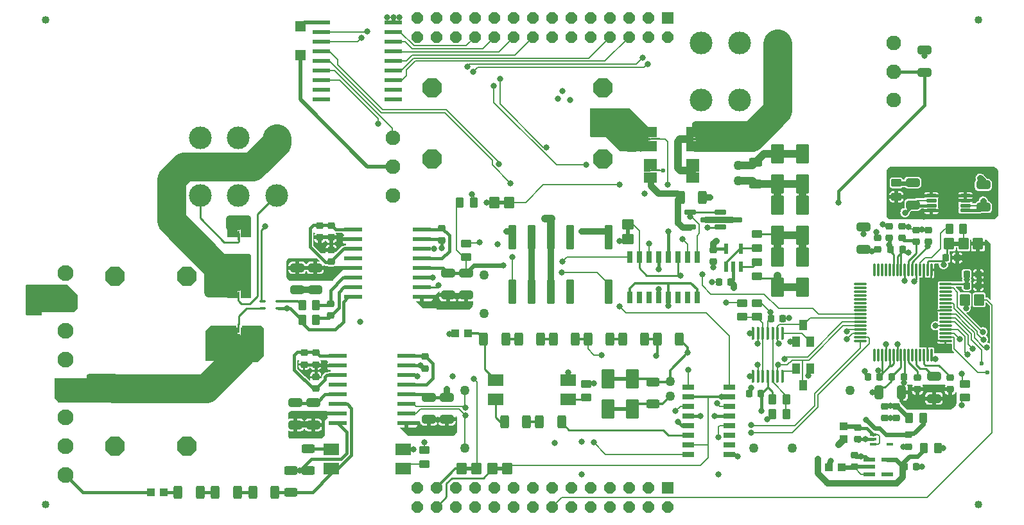
<source format=gbr>
%TF.GenerationSoftware,KiCad,Pcbnew,7.0.10-7.0.10~ubuntu22.04.1*%
%TF.CreationDate,2024-01-07T19:36:59+01:00*%
%TF.ProjectId,EEZ DIB AFE3,45455a20-4449-4422-9041-4645332e6b69,rev?*%
%TF.SameCoordinates,Original*%
%TF.FileFunction,Copper,L1,Top*%
%TF.FilePolarity,Positive*%
%FSLAX46Y46*%
G04 Gerber Fmt 4.6, Leading zero omitted, Abs format (unit mm)*
G04 Created by KiCad (PCBNEW 7.0.10-7.0.10~ubuntu22.04.1) date 2024-01-07 19:36:59*
%MOMM*%
%LPD*%
G01*
G04 APERTURE LIST*
G04 Aperture macros list*
%AMRoundRect*
0 Rectangle with rounded corners*
0 $1 Rounding radius*
0 $2 $3 $4 $5 $6 $7 $8 $9 X,Y pos of 4 corners*
0 Add a 4 corners polygon primitive as box body*
4,1,4,$2,$3,$4,$5,$6,$7,$8,$9,$2,$3,0*
0 Add four circle primitives for the rounded corners*
1,1,$1+$1,$2,$3*
1,1,$1+$1,$4,$5*
1,1,$1+$1,$6,$7*
1,1,$1+$1,$8,$9*
0 Add four rect primitives between the rounded corners*
20,1,$1+$1,$2,$3,$4,$5,0*
20,1,$1+$1,$4,$5,$6,$7,0*
20,1,$1+$1,$6,$7,$8,$9,0*
20,1,$1+$1,$8,$9,$2,$3,0*%
%AMOutline5P*
0 Free polygon, 5 corners , with rotation*
0 The origin of the aperture is its center*
0 number of corners: always 5*
0 $1 to $10 corner X, Y*
0 $11 Rotation angle, in degrees counterclockwise*
0 create outline with 5 corners*
4,1,5,$1,$2,$3,$4,$5,$6,$7,$8,$9,$10,$1,$2,$11*%
%AMOutline6P*
0 Free polygon, 6 corners , with rotation*
0 The origin of the aperture is its center*
0 number of corners: always 6*
0 $1 to $12 corner X, Y*
0 $13 Rotation angle, in degrees counterclockwise*
0 create outline with 6 corners*
4,1,6,$1,$2,$3,$4,$5,$6,$7,$8,$9,$10,$11,$12,$1,$2,$13*%
%AMOutline7P*
0 Free polygon, 7 corners , with rotation*
0 The origin of the aperture is its center*
0 number of corners: always 7*
0 $1 to $14 corner X, Y*
0 $15 Rotation angle, in degrees counterclockwise*
0 create outline with 7 corners*
4,1,7,$1,$2,$3,$4,$5,$6,$7,$8,$9,$10,$11,$12,$13,$14,$1,$2,$15*%
%AMOutline8P*
0 Free polygon, 8 corners , with rotation*
0 The origin of the aperture is its center*
0 number of corners: always 8*
0 $1 to $16 corner X, Y*
0 $17 Rotation angle, in degrees counterclockwise*
0 create outline with 8 corners*
4,1,8,$1,$2,$3,$4,$5,$6,$7,$8,$9,$10,$11,$12,$13,$14,$15,$16,$1,$2,$17*%
G04 Aperture macros list end*
%TA.AperFunction,SMDPad,CuDef*%
%ADD10RoundRect,0.050800X0.800100X-1.181100X0.800100X1.181100X-0.800100X1.181100X-0.800100X-1.181100X0*%
%TD*%
%TA.AperFunction,SMDPad,CuDef*%
%ADD11RoundRect,0.225000X-0.250000X0.225000X-0.250000X-0.225000X0.250000X-0.225000X0.250000X0.225000X0*%
%TD*%
%TA.AperFunction,SMDPad,CuDef*%
%ADD12RoundRect,0.050800X0.449200X0.499200X-0.449200X0.499200X-0.449200X-0.499200X0.449200X-0.499200X0*%
%TD*%
%TA.AperFunction,SMDPad,CuDef*%
%ADD13RoundRect,0.250000X0.650000X-0.325000X0.650000X0.325000X-0.650000X0.325000X-0.650000X-0.325000X0*%
%TD*%
%TA.AperFunction,SMDPad,CuDef*%
%ADD14RoundRect,0.250000X-0.625000X0.312500X-0.625000X-0.312500X0.625000X-0.312500X0.625000X0.312500X0*%
%TD*%
%TA.AperFunction,SMDPad,CuDef*%
%ADD15RoundRect,0.250000X0.262500X0.450000X-0.262500X0.450000X-0.262500X-0.450000X0.262500X-0.450000X0*%
%TD*%
%TA.AperFunction,SMDPad,CuDef*%
%ADD16R,0.889000X0.406400*%
%TD*%
%TA.AperFunction,SMDPad,CuDef*%
%ADD17R,1.778000X1.397000*%
%TD*%
%TA.AperFunction,SMDPad,CuDef*%
%ADD18RoundRect,0.050800X0.584200X0.076200X-0.584200X0.076200X-0.584200X-0.076200X0.584200X-0.076200X0*%
%TD*%
%TA.AperFunction,SMDPad,CuDef*%
%ADD19RoundRect,0.050800X-0.584200X-0.076200X0.584200X-0.076200X0.584200X0.076200X-0.584200X0.076200X0*%
%TD*%
%TA.AperFunction,SMDPad,CuDef*%
%ADD20RoundRect,0.225000X-0.225000X-0.250000X0.225000X-0.250000X0.225000X0.250000X-0.225000X0.250000X0*%
%TD*%
%TA.AperFunction,SMDPad,CuDef*%
%ADD21RoundRect,0.050800X-1.104900X-0.228600X1.104900X-0.228600X1.104900X0.228600X-1.104900X0.228600X0*%
%TD*%
%TA.AperFunction,SMDPad,CuDef*%
%ADD22RoundRect,0.250000X0.450000X-0.262500X0.450000X0.262500X-0.450000X0.262500X-0.450000X-0.262500X0*%
%TD*%
%TA.AperFunction,SMDPad,CuDef*%
%ADD23RoundRect,0.250000X-0.650000X0.325000X-0.650000X-0.325000X0.650000X-0.325000X0.650000X0.325000X0*%
%TD*%
%TA.AperFunction,SMDPad,CuDef*%
%ADD24RoundRect,0.050800X1.092200X0.228600X-1.092200X0.228600X-1.092200X-0.228600X1.092200X-0.228600X0*%
%TD*%
%TA.AperFunction,SMDPad,CuDef*%
%ADD25RoundRect,0.250000X0.312500X0.625000X-0.312500X0.625000X-0.312500X-0.625000X0.312500X-0.625000X0*%
%TD*%
%TA.AperFunction,SMDPad,CuDef*%
%ADD26RoundRect,0.050800X-0.377400X-0.123800X0.377400X-0.123800X0.377400X0.123800X-0.377400X0.123800X0*%
%TD*%
%TA.AperFunction,SMDPad,CuDef*%
%ADD27RoundRect,0.050800X-0.649200X0.649200X-0.649200X-0.649200X0.649200X-0.649200X0.649200X0.649200X0*%
%TD*%
%TA.AperFunction,SMDPad,CuDef*%
%ADD28RoundRect,0.050800X-0.685800X-0.228600X0.685800X-0.228600X0.685800X0.228600X-0.685800X0.228600X0*%
%TD*%
%TA.AperFunction,SMDPad,CuDef*%
%ADD29R,0.406400X0.889000*%
%TD*%
%TA.AperFunction,SMDPad,CuDef*%
%ADD30R,1.397000X1.778000*%
%TD*%
%TA.AperFunction,SMDPad,CuDef*%
%ADD31RoundRect,0.050800X0.076200X-0.584200X0.076200X0.584200X-0.076200X0.584200X-0.076200X-0.584200X0*%
%TD*%
%TA.AperFunction,SMDPad,CuDef*%
%ADD32RoundRect,0.050800X-0.076200X0.584200X-0.076200X-0.584200X0.076200X-0.584200X0.076200X0.584200X0*%
%TD*%
%TA.AperFunction,SMDPad,CuDef*%
%ADD33RoundRect,0.225000X0.225000X0.250000X-0.225000X0.250000X-0.225000X-0.250000X0.225000X-0.250000X0*%
%TD*%
%TA.AperFunction,FiducialPad,Global*%
%ADD34RoundRect,0.508000X0.000000X0.000000X0.000000X0.000000X0.000000X0.000000X0.000000X0.000000X0*%
%TD*%
%TA.AperFunction,SMDPad,CuDef*%
%ADD35RoundRect,0.050800X0.949200X-0.749200X0.949200X0.749200X-0.949200X0.749200X-0.949200X-0.749200X0*%
%TD*%
%TA.AperFunction,SMDPad,CuDef*%
%ADD36RoundRect,0.050800X-0.949200X0.749200X-0.949200X-0.749200X0.949200X-0.749200X0.949200X0.749200X0*%
%TD*%
%TA.AperFunction,ComponentPad*%
%ADD37C,1.270000*%
%TD*%
%TA.AperFunction,SMDPad,CuDef*%
%ADD38RoundRect,0.050800X-0.723900X-0.254000X0.723900X-0.254000X0.723900X0.254000X-0.723900X0.254000X0*%
%TD*%
%TA.AperFunction,SMDPad,CuDef*%
%ADD39RoundRect,0.050800X-0.800100X1.181100X-0.800100X-1.181100X0.800100X-1.181100X0.800100X1.181100X0*%
%TD*%
%TA.AperFunction,SMDPad,CuDef*%
%ADD40RoundRect,0.250000X-0.450000X0.262500X-0.450000X-0.262500X0.450000X-0.262500X0.450000X0.262500X0*%
%TD*%
%TA.AperFunction,SMDPad,CuDef*%
%ADD41RoundRect,0.225000X0.250000X-0.225000X0.250000X0.225000X-0.250000X0.225000X-0.250000X-0.225000X0*%
%TD*%
%TA.AperFunction,SMDPad,CuDef*%
%ADD42RoundRect,0.250000X0.625000X-0.312500X0.625000X0.312500X-0.625000X0.312500X-0.625000X-0.312500X0*%
%TD*%
%TA.AperFunction,ComponentPad*%
%ADD43C,3.000000*%
%TD*%
%TA.AperFunction,ComponentPad*%
%ADD44C,1.950000*%
%TD*%
%TA.AperFunction,SMDPad,CuDef*%
%ADD45RoundRect,0.050800X0.599200X0.699200X-0.599200X0.699200X-0.599200X-0.699200X0.599200X-0.699200X0*%
%TD*%
%TA.AperFunction,SMDPad,CuDef*%
%ADD46RoundRect,0.250000X-0.325000X-0.650000X0.325000X-0.650000X0.325000X0.650000X-0.325000X0.650000X0*%
%TD*%
%TA.AperFunction,SMDPad,CuDef*%
%ADD47RoundRect,0.050800X-0.449200X1.529200X-0.449200X-1.529200X0.449200X-1.529200X0.449200X1.529200X0*%
%TD*%
%TA.AperFunction,ComponentPad*%
%ADD48Outline8P,-1.270000X0.526051X-0.526051X1.270000X0.526051X1.270000X1.270000X0.526051X1.270000X-0.526051X0.526051X-1.270000X-0.526051X-1.270000X-1.270000X-0.526051X270.000000*%
%TD*%
%TA.AperFunction,SMDPad,CuDef*%
%ADD49RoundRect,0.250000X-0.262500X-0.450000X0.262500X-0.450000X0.262500X0.450000X-0.262500X0.450000X0*%
%TD*%
%TA.AperFunction,ComponentPad*%
%ADD50C,2.100000*%
%TD*%
%TA.AperFunction,SMDPad,CuDef*%
%ADD51RoundRect,0.050800X0.449200X0.649200X-0.449200X0.649200X-0.449200X-0.649200X0.449200X-0.649200X0*%
%TD*%
%TA.AperFunction,SMDPad,CuDef*%
%ADD52RoundRect,0.050800X0.628650X0.165100X-0.628650X0.165100X-0.628650X-0.165100X0.628650X-0.165100X0*%
%TD*%
%TA.AperFunction,SMDPad,CuDef*%
%ADD53RoundRect,0.060036X-0.701964X-0.270164X0.701964X-0.270164X0.701964X0.270164X-0.701964X0.270164X0*%
%TD*%
%TA.AperFunction,SMDPad,CuDef*%
%ADD54RoundRect,0.050800X0.228600X-0.609600X0.228600X0.609600X-0.228600X0.609600X-0.228600X-0.609600X0*%
%TD*%
%TA.AperFunction,SMDPad,CuDef*%
%ADD55RoundRect,0.050800X-0.499200X0.449200X-0.499200X-0.449200X0.499200X-0.449200X0.499200X0.449200X0*%
%TD*%
%TA.AperFunction,ComponentPad*%
%ADD56Outline8P,-1.270000X0.526051X-0.526051X1.270000X0.526051X1.270000X1.270000X0.526051X1.270000X-0.526051X0.526051X-1.270000X-0.526051X-1.270000X-1.270000X-0.526051X0.000000*%
%TD*%
%TA.AperFunction,SMDPad,CuDef*%
%ADD57RoundRect,0.250000X-0.312500X-0.625000X0.312500X-0.625000X0.312500X0.625000X-0.312500X0.625000X0*%
%TD*%
%TA.AperFunction,SMDPad,CuDef*%
%ADD58RoundRect,0.050800X0.127000X-0.787400X0.127000X0.787400X-0.127000X0.787400X-0.127000X-0.787400X0*%
%TD*%
%TA.AperFunction,SMDPad,CuDef*%
%ADD59RoundRect,0.050800X-0.781050X0.088900X-0.781050X-0.088900X0.781050X-0.088900X0.781050X0.088900X0*%
%TD*%
%TA.AperFunction,SMDPad,CuDef*%
%ADD60RoundRect,0.050800X0.088900X0.781050X-0.088900X0.781050X-0.088900X-0.781050X0.088900X-0.781050X0*%
%TD*%
%TA.AperFunction,SMDPad,CuDef*%
%ADD61RoundRect,0.050800X0.699200X-0.599200X0.699200X0.599200X-0.699200X0.599200X-0.699200X-0.599200X0*%
%TD*%
%TA.AperFunction,SMDPad,CuDef*%
%ADD62RoundRect,0.050800X0.254000X-0.723900X0.254000X0.723900X-0.254000X0.723900X-0.254000X-0.723900X0*%
%TD*%
%TA.AperFunction,SMDPad,CuDef*%
%ADD63RoundRect,0.050800X-0.449200X-0.649200X0.449200X-0.649200X0.449200X0.649200X-0.449200X0.649200X0*%
%TD*%
%TA.AperFunction,SMDPad,CuDef*%
%ADD64RoundRect,0.050800X0.374200X-0.149200X0.374200X0.149200X-0.374200X0.149200X-0.374200X-0.149200X0*%
%TD*%
%TA.AperFunction,ComponentPad*%
%ADD65Outline8P,-1.270000X0.526051X-0.526051X1.270000X0.526051X1.270000X1.270000X0.526051X1.270000X-0.526051X0.526051X-1.270000X-0.526051X-1.270000X-1.270000X-0.526051X180.000000*%
%TD*%
%TA.AperFunction,SMDPad,CuDef*%
%ADD66RoundRect,0.050800X-0.599200X-0.699200X0.599200X-0.699200X0.599200X0.699200X-0.599200X0.699200X0*%
%TD*%
%TA.AperFunction,ComponentPad*%
%ADD67R,1.500000X1.500000*%
%TD*%
%TA.AperFunction,ComponentPad*%
%ADD68Outline8P,-0.750000X0.310660X-0.310660X0.750000X0.310660X0.750000X0.750000X0.310660X0.750000X-0.310660X0.310660X-0.750000X-0.310660X-0.750000X-0.750000X-0.310660X180.000000*%
%TD*%
%TA.AperFunction,ViaPad*%
%ADD69C,0.806400*%
%TD*%
%TA.AperFunction,ViaPad*%
%ADD70C,0.600000*%
%TD*%
%TA.AperFunction,Conductor*%
%ADD71C,0.203200*%
%TD*%
%TA.AperFunction,Conductor*%
%ADD72C,0.406400*%
%TD*%
%TA.AperFunction,Conductor*%
%ADD73C,0.812800*%
%TD*%
%TA.AperFunction,Conductor*%
%ADD74C,0.254000*%
%TD*%
%TA.AperFunction,Conductor*%
%ADD75C,0.304800*%
%TD*%
%TA.AperFunction,Conductor*%
%ADD76C,0.609600*%
%TD*%
%TA.AperFunction,Conductor*%
%ADD77C,0.508000*%
%TD*%
%TA.AperFunction,Conductor*%
%ADD78C,1.016000*%
%TD*%
%TA.AperFunction,Conductor*%
%ADD79C,3.810000*%
%TD*%
G04 APERTURE END LIST*
%TA.AperFunction,EtchedComponent*%
%TO.C,JP2*%
G36*
X143141700Y-132537200D02*
G01*
X142481300Y-132537200D01*
X142481300Y-132003800D01*
X143141700Y-132003800D01*
X143141700Y-132537200D01*
G37*
%TD.AperFunction*%
%TA.AperFunction,EtchedComponent*%
%TO.C,JP8*%
G36*
X207429900Y-102833300D02*
G01*
X206769500Y-102833300D01*
X206769500Y-102299900D01*
X207429900Y-102299900D01*
X207429900Y-102833300D01*
G37*
%TD.AperFunction*%
%TA.AperFunction,EtchedComponent*%
%TO.C,JP3*%
G36*
X164023800Y-101309300D02*
G01*
X163490400Y-101309300D01*
X163490400Y-100648900D01*
X164023800Y-100648900D01*
X164023800Y-101309300D01*
G37*
%TD.AperFunction*%
%TA.AperFunction,EtchedComponent*%
%TO.C,JP4*%
G36*
X147209000Y-132525900D02*
G01*
X146548600Y-132525900D01*
X146548600Y-131992500D01*
X147209000Y-131992500D01*
X147209000Y-132525900D01*
G37*
%TD.AperFunction*%
%TA.AperFunction,EtchedComponent*%
%TO.C,JP1*%
G36*
X147475700Y-97385000D02*
G01*
X146815300Y-97385000D01*
X146815300Y-96851600D01*
X147475700Y-96851600D01*
X147475700Y-97385000D01*
G37*
%TD.AperFunction*%
%TD*%
D10*
%TO.P,D4,A,A*%
%TO.N,GND*%
X183543700Y-90679400D03*
%TO.P,D4,C,C*%
%TO.N,AIN4N*%
X183543700Y-94641800D03*
%TD*%
%TO.P,D8,A,A*%
%TO.N,Net-(D6-PadC)*%
X186782200Y-104319200D03*
%TO.P,D8,C,C*%
%TO.N,Net-(IC6B-S)*%
X186782200Y-108281600D03*
%TD*%
D11*
%TO.P,C2,1,1*%
%TO.N,Net-(IC1-DCDC_OUT)*%
X121094500Y-116942700D03*
%TO.P,C2,2,2*%
%TO.N,AIN1N*%
X121094500Y-118492700D03*
%TD*%
D12*
%TO.P,L5,1,1*%
%TO.N,Net-(IC11-EN)*%
X192013700Y-132106800D03*
%TO.P,L5,2,2*%
%TO.N,-5V_ISO*%
X190313700Y-132106800D03*
%TD*%
D13*
%TO.P,C22,1,1*%
%TO.N,+5V_ISO*%
X202936600Y-79898900D03*
%TO.P,C22,2,2*%
%TO.N,GND*%
X202936600Y-76948900D03*
%TD*%
D14*
%TO.P,R27,1,1*%
%TO.N,GND*%
X180622700Y-91756900D03*
%TO.P,R27,2,2*%
%TO.N,AIN4N*%
X180622700Y-94681900D03*
%TD*%
D15*
%TO.P,R6,1,1*%
%TO.N,Net-(IC2-INN)*%
X122645300Y-112612300D03*
%TO.P,R6,2,2*%
%TO.N,Net-(IC2-DCDC_HGND)*%
X120820300Y-112612300D03*
%TD*%
D16*
%TO.P,R29,1,1*%
%TO.N,Net-(R29-Pad1)*%
X172780450Y-92914600D03*
D17*
X172335600Y-93814600D03*
X172335600Y-92014600D03*
D18*
%TO.P,R29,1S,1S*%
X171635600Y-92914600D03*
D17*
%TO.P,R29,2,2*%
%TO.N,Net-(Q2-S)*%
X166735600Y-93814600D03*
X166735600Y-92014600D03*
D16*
X166290750Y-92914600D03*
D19*
%TO.P,R29,2S,2S*%
%TO.N,Net-(IC6C-D)*%
X167435600Y-92914600D03*
%TD*%
D16*
%TO.P,R30,1,1*%
%TO.N,AIN4N*%
X166303450Y-88723600D03*
D17*
X166748300Y-87823600D03*
X166748300Y-89623600D03*
D19*
%TO.P,R30,1S,1S*%
%TO.N,IN4N*%
X167448300Y-88723600D03*
D17*
%TO.P,R30,2,2*%
%TO.N,Net-(ISEL10A_2-Pad12)*%
X172348300Y-87823600D03*
X172348300Y-89623600D03*
D16*
X172793150Y-88723600D03*
D18*
%TO.P,R30,2S,2S*%
%TO.N,Net-(R29-Pad1)*%
X171648300Y-88723600D03*
%TD*%
D20*
%TO.P,C21,1,1*%
%TO.N,GND*%
X175771000Y-107595800D03*
%TO.P,C21,2,2*%
%TO.N,-2V5_ISO*%
X177321000Y-107595800D03*
%TD*%
D12*
%TO.P,L3,1,1*%
%TO.N,Net-(OK2-S2)*%
X142674200Y-114339500D03*
%TO.P,L3,2,2*%
%TO.N,AIN3P*%
X140974200Y-114339500D03*
%TD*%
D21*
%TO.P,IC1,1,DCDC_OUT*%
%TO.N,Net-(IC1-DCDC_OUT)*%
X125542800Y-117374800D03*
%TO.P,IC1,2,DCDC_HGND*%
%TO.N,AIN1N*%
X125542800Y-118644800D03*
%TO.P,IC1,3,HLDO_IN*%
%TO.N,Net-(IC1-DCDC_OUT)*%
X125542800Y-119914800D03*
%TO.P,IC1,4,NC*%
%TO.N,unconnected-(IC1-NC-Pad4)*%
X125542800Y-121184800D03*
%TO.P,IC1,5,HLDO_OUT*%
%TO.N,Net-(IC1-HLDO_OUT)*%
X125542800Y-122454800D03*
%TO.P,IC1,6,INP*%
%TO.N,Net-(IC1-INP)*%
X125542800Y-123724800D03*
%TO.P,IC1,7,INN*%
%TO.N,AIN1N*%
X125542800Y-124994800D03*
%TO.P,IC1,8,HGND*%
X125542800Y-126264800D03*
%TO.P,IC1,9,GND*%
%TO.N,GND*%
X134585200Y-126264800D03*
%TO.P,IC1,10,OUTN*%
%TO.N,IN1N*%
X134585200Y-124994800D03*
%TO.P,IC1,11,OUTP*%
%TO.N,IN1P*%
X134585200Y-123724800D03*
%TO.P,IC1,12,VDD*%
%TO.N,+3V3_ISO*%
X134585200Y-122454800D03*
%TO.P,IC1,13,LDO_OUT*%
%TO.N,Net-(IC1-DCDC_IN)*%
X134585200Y-121184800D03*
%TO.P,IC1,14,DIAG*%
%TO.N,/Isolated Ch#1\u002C Ch#2/DIAG#1*%
X134585200Y-119914800D03*
%TO.P,IC1,15,DCDC_GND*%
%TO.N,GND*%
X134585200Y-118644800D03*
%TO.P,IC1,16,DCDC_IN*%
%TO.N,Net-(IC1-DCDC_IN)*%
X134585200Y-117374800D03*
%TD*%
D15*
%TO.P,R5,1,1*%
%TO.N,Net-(IC2-INP)*%
X122645300Y-110643800D03*
%TO.P,R5,2,2*%
%TO.N,Net-(L1-Pad2)*%
X120820300Y-110643800D03*
%TD*%
D22*
%TO.P,R25,1,1*%
%TO.N,LO_CLAMP*%
X180825900Y-112191300D03*
%TO.P,R25,2,2*%
%TO.N,-2V5_ISO*%
X180825900Y-110366300D03*
%TD*%
D23*
%TO.P,C14,1,1*%
%TO.N,+3V3_ISO*%
X137544300Y-122808600D03*
%TO.P,C14,2,2*%
%TO.N,GND*%
X137544300Y-125758600D03*
%TD*%
D24*
%TO.P,IC3,1,1B*%
%TO.N,unconnected-(IC3-1B-Pad1)*%
X132870700Y-83478500D03*
%TO.P,IC3,2,2B*%
%TO.N,unconnected-(IC3-2B-Pad2)*%
X132870700Y-82208500D03*
%TO.P,IC3,3,3B*%
%TO.N,/Isolated Ch#1\u002C Ch#2/ISEL_S#2*%
X132870700Y-80938500D03*
%TO.P,IC3,4,4B*%
%TO.N,/Isolated Ch#1\u002C Ch#2/ISEL_R#2*%
X132870700Y-79668500D03*
%TO.P,IC3,5,5B*%
%TO.N,/Isolated Ch#1\u002C Ch#2/ISEL_S#4*%
X132870700Y-78398500D03*
%TO.P,IC3,6,6B*%
%TO.N,/Isolated Ch#1\u002C Ch#2/ISEL_R#4*%
X132870700Y-77128500D03*
%TO.P,IC3,7,7B*%
%TO.N,/Isolated Ch#1\u002C Ch#2/ISEL10_S#4*%
X132870700Y-75858500D03*
%TO.P,IC3,8,8B*%
%TO.N,/Isolated Ch#1\u002C Ch#2/ISEL10_R#4*%
X132870700Y-74588500D03*
%TO.P,IC3,9,GND*%
%TO.N,GND*%
X132870700Y-73318500D03*
%TO.P,IC3,10,COM*%
%TO.N,Net-(IC3-COM)*%
X123396500Y-73318500D03*
%TO.P,IC3,11,8C*%
%TO.N,ISEL10A_R4_OUT*%
X123396500Y-74588500D03*
%TO.P,IC3,12,7C*%
%TO.N,ISEL10A_S4_OUT*%
X123396500Y-75858500D03*
%TO.P,IC3,13,6C*%
%TO.N,ISEL_R4_OUT*%
X123396500Y-77128500D03*
%TO.P,IC3,14,5C*%
%TO.N,ISEL_S4_OUT*%
X123396500Y-78398500D03*
%TO.P,IC3,15,4C*%
%TO.N,/Isolated Ch#1\u002C Ch#2/ISEL_R2_OUT*%
X123396500Y-79668500D03*
%TO.P,IC3,16,3C*%
%TO.N,/Isolated Ch#1\u002C Ch#2/ISEL_S2_OUT*%
X123396500Y-80938500D03*
%TO.P,IC3,17,2C*%
%TO.N,unconnected-(IC3-2C-Pad17)*%
X123396500Y-82208500D03*
%TO.P,IC3,18,1C*%
%TO.N,unconnected-(IC3-1C-Pad18)*%
X123396500Y-83478500D03*
%TD*%
D11*
%TO.P,C32,1,1*%
%TO.N,/Voltage/current  ADC/AVSS*%
X201793600Y-100724800D03*
%TO.P,C32,2,2*%
%TO.N,Net-(IC8-VCAP3)*%
X201793600Y-102274800D03*
%TD*%
D25*
%TO.P,R21,1,1*%
%TO.N,Net-(IC4D-S)*%
X155021500Y-126087000D03*
%TO.P,R21,2,2*%
%TO.N,Net-(R19-Pad1)*%
X152096500Y-126087000D03*
%TD*%
D26*
%TO.P,L1,1,1*%
%TO.N,Net-(ISEL10A_1-Pad11)*%
X115571300Y-110117000D03*
%TO.P,L1,2,2*%
%TO.N,Net-(L1-Pad2)*%
X117727700Y-110117000D03*
%TO.P,L1,3,3*%
%TO.N,Net-(IC2-DCDC_HGND)*%
X117727700Y-111117000D03*
%TO.P,L1,4,4*%
%TO.N,Net-(L1-Pad4)*%
X115571300Y-111117000D03*
%TD*%
D11*
%TO.P,C7,1,1*%
%TO.N,AIN1N*%
X122596400Y-120143100D03*
%TO.P,C7,2,2*%
%TO.N,Net-(IC1-DCDC_OUT)*%
X122596400Y-121693100D03*
%TD*%
D27*
%TO.P,ZD1,A,A*%
%TO.N,+5V_ISO*%
X120602500Y-77593400D03*
%TO.P,ZD1,C,C*%
%TO.N,Net-(IC3-COM)*%
X120602500Y-73793400D03*
%TD*%
D15*
%TO.P,R34,1,1*%
%TO.N,/Voltage/current  ADC/AVSS*%
X204661900Y-129541400D03*
%TO.P,R34,2,2*%
%TO.N,-2V5_ISO*%
X202836900Y-129541400D03*
%TD*%
D28*
%TO.P,IC11,1,GND*%
%TO.N,GND*%
X195621400Y-131067900D03*
%TO.P,IC11,2,IN*%
%TO.N,Net-(IC11-EN)*%
X195621400Y-132017900D03*
%TO.P,IC11,3,EN*%
X195621400Y-132967900D03*
%TO.P,IC11,4,NR*%
%TO.N,unconnected-(IC11-NR-Pad4)*%
X198009000Y-132967900D03*
%TO.P,IC11,5,OUT*%
%TO.N,-2V5_ISO*%
X198009000Y-131067900D03*
%TD*%
D13*
%TO.P,C42,1,1*%
%TO.N,+5V_ISO*%
X210645500Y-97717000D03*
%TO.P,C42,2,2*%
%TO.N,-2V5_ISO*%
X210645500Y-94767000D03*
%TD*%
D29*
%TO.P,R1,1,1*%
%TO.N,Net-(ISEL10A_1-Pad22)*%
X112499900Y-106840150D03*
D30*
X111599900Y-106395300D03*
X113399900Y-106395300D03*
D31*
%TO.P,R1,1S,1S*%
X112499900Y-105695300D03*
D30*
%TO.P,R1,2,2*%
%TO.N,Net-(F2-Pad2)*%
X111599900Y-100795300D03*
X113399900Y-100795300D03*
D29*
X112499900Y-100350450D03*
D32*
%TO.P,R1,2S,2S*%
%TO.N,Net-(ISEL10A_1-Pad14)*%
X112499900Y-101495300D03*
%TD*%
D33*
%TO.P,C40,1,1*%
%TO.N,GND*%
X210007500Y-108091100D03*
%TO.P,C40,2,2*%
%TO.N,+3V3_ISO*%
X208457500Y-108091100D03*
%TD*%
D21*
%TO.P,IC2,1,DCDC_OUT*%
%TO.N,Net-(IC2-DCDC_OUT)*%
X127574800Y-100699700D03*
%TO.P,IC2,2,DCDC_HGND*%
%TO.N,Net-(IC2-DCDC_HGND)*%
X127574800Y-101969700D03*
%TO.P,IC2,3,HLDO_IN*%
%TO.N,Net-(IC2-DCDC_OUT)*%
X127574800Y-103239700D03*
%TO.P,IC2,4,NC*%
%TO.N,unconnected-(IC2-NC-Pad4)*%
X127574800Y-104509700D03*
%TO.P,IC2,5,HLDO_OUT*%
%TO.N,Net-(IC2-HLDO_OUT)*%
X127574800Y-105779700D03*
%TO.P,IC2,6,INP*%
%TO.N,Net-(IC2-INP)*%
X127574800Y-107049700D03*
%TO.P,IC2,7,INN*%
%TO.N,Net-(IC2-INN)*%
X127574800Y-108319700D03*
%TO.P,IC2,8,HGND*%
%TO.N,Net-(IC2-DCDC_HGND)*%
X127574800Y-109589700D03*
%TO.P,IC2,9,GND*%
%TO.N,GND*%
X136617200Y-109589700D03*
%TO.P,IC2,10,OUTN*%
%TO.N,IN2N*%
X136617200Y-108319700D03*
%TO.P,IC2,11,OUTP*%
%TO.N,IN2P*%
X136617200Y-107049700D03*
%TO.P,IC2,12,VDD*%
%TO.N,+3V3_ISO*%
X136617200Y-105779700D03*
%TO.P,IC2,13,LDO_OUT*%
%TO.N,Net-(IC2-DCDC_IN)*%
X136617200Y-104509700D03*
%TO.P,IC2,14,DIAG*%
%TO.N,/Isolated Ch#1\u002C Ch#2/DIAG#2*%
X136617200Y-103239700D03*
%TO.P,IC2,15,DCDC_GND*%
%TO.N,GND*%
X136617200Y-101969700D03*
%TO.P,IC2,16,DCDC_IN*%
%TO.N,Net-(IC2-DCDC_IN)*%
X136617200Y-100699700D03*
%TD*%
D20*
%TO.P,C18,1,1*%
%TO.N,GND*%
X179796900Y-122327800D03*
%TO.P,C18,2,2*%
%TO.N,+2V5_ISO*%
X181346900Y-122327800D03*
%TD*%
D25*
%TO.P,R9,1,1*%
%TO.N,Net-(IC1-INP)*%
X117251700Y-135358000D03*
%TO.P,R9,2,2*%
%TO.N,Net-(R8-Pad1)*%
X114326700Y-135358000D03*
%TD*%
D34*
%TO.P,FM3,*%
%TO.N,*%
X210000000Y-137000000D03*
%TD*%
D15*
%TO.P,R23,1,1*%
%TO.N,HI_CLAMP*%
X184681500Y-125031500D03*
%TO.P,R23,2,2*%
%TO.N,GND*%
X182856500Y-125031500D03*
%TD*%
D25*
%TO.P,R17,1,1*%
%TO.N,Net-(R17-Pad1)*%
X161419000Y-115101500D03*
%TO.P,R17,2,2*%
%TO.N,Net-(IC4A-S)*%
X158494000Y-115101500D03*
%TD*%
D35*
%TO.P,OK1,1,A*%
%TO.N,Net-(OK1-A)*%
X134186300Y-132221100D03*
%TO.P,OK1,2,C*%
%TO.N,GND*%
X134186300Y-129681100D03*
D36*
%TO.P,OK1,3,S2*%
%TO.N,Net-(OK1-S2)*%
X124646300Y-129681100D03*
%TO.P,OK1,4,S1*%
%TO.N,Net-(IC1-INP)*%
X124646300Y-132221100D03*
%TD*%
D20*
%TO.P,C36,1,1*%
%TO.N,Net-(IC8-VREFP)*%
X198605600Y-120105300D03*
%TO.P,C36,2,2*%
%TO.N,/Voltage/current  ADC/AVSS*%
X200155600Y-120105300D03*
%TD*%
D37*
%TO.P,JP6,1,Pin_1*%
%TO.N,GND*%
X178362100Y-92206700D03*
%TO.P,JP6,2,Pin_2*%
%TO.N,AIN4N*%
X178362100Y-94206700D03*
%TD*%
D38*
%TO.P,IC4,1,IN*%
%TO.N,USEL20#3*%
X171770800Y-121451500D03*
%TO.P,IC4,2,D*%
%TO.N,IN3P*%
X171770800Y-122721500D03*
%TO.P,IC4,3,S*%
%TO.N,Net-(IC4A-S)*%
X171770800Y-123991500D03*
%TO.P,IC4,4,V-*%
%TO.N,-15V_ISO*%
X171770800Y-125261500D03*
%TO.P,IC4,5,GND*%
%TO.N,GND*%
X171770800Y-126531500D03*
%TO.P,IC4,6,S*%
%TO.N,Net-(IC4D-S)*%
X171770800Y-127801500D03*
%TO.P,IC4,7,D*%
%TO.N,IN3P*%
X171770800Y-129071500D03*
%TO.P,IC4,8,IN*%
%TO.N,USEL1#3*%
X171770800Y-130341500D03*
%TO.P,IC4,9,IN*%
%TO.N,GND*%
X177155600Y-130341500D03*
%TO.P,IC4,10,D*%
%TO.N,unconnected-(IC4C-D-Pad10)*%
X177155600Y-129071500D03*
%TO.P,IC4,11,S*%
%TO.N,unconnected-(IC4C-S-Pad11)*%
X177155600Y-127801500D03*
%TO.P,IC4,12,VL*%
%TO.N,+5V_ISO*%
X177155600Y-126531500D03*
%TO.P,IC4,13,V+*%
%TO.N,+15V_ISO*%
X177155600Y-125261500D03*
%TO.P,IC4,14,S*%
%TO.N,Net-(IC4B-S)*%
X177155600Y-123991500D03*
%TO.P,IC4,15,D*%
%TO.N,IN3P*%
X177155600Y-122721500D03*
%TO.P,IC4,16,IN*%
%TO.N,USEL100#3*%
X177155600Y-121451500D03*
%TD*%
D39*
%TO.P,D5,A,A*%
%TO.N,AIN4N*%
X186782200Y-94641800D03*
%TO.P,D5,C,C*%
%TO.N,GND*%
X186782200Y-90679400D03*
%TD*%
D40*
%TO.P,R24,1,1*%
%TO.N,GND*%
X178857400Y-110366300D03*
%TO.P,R24,2,2*%
%TO.N,LO_CLAMP*%
X178857400Y-112191300D03*
%TD*%
D41*
%TO.P,C31,1,1*%
%TO.N,/Voltage/current  ADC/AVSS*%
X201971400Y-121769300D03*
%TO.P,C31,2,2*%
%TO.N,Net-(IC8-VCAP4)*%
X201971400Y-120219300D03*
%TD*%
D11*
%TO.P,C3,1,1*%
%TO.N,Net-(IC2-DCDC_OUT)*%
X123126500Y-100166000D03*
%TO.P,C3,2,2*%
%TO.N,Net-(IC2-DCDC_HGND)*%
X123126500Y-101716000D03*
%TD*%
D37*
%TO.P,TP2,1,P$1*%
%TO.N,-2V5_ISO*%
X180340000Y-129540000D03*
%TD*%
D25*
%TO.P,R20,1,1*%
%TO.N,IN3N*%
X170563000Y-115101500D03*
%TO.P,R20,2,2*%
%TO.N,Net-(IC4B-S)*%
X167638000Y-115101500D03*
%TD*%
D37*
%TO.P,TP1,1,P$1*%
%TO.N,+2V5_ISO*%
X193040000Y-121920000D03*
%TD*%
D39*
%TO.P,D9,A,A*%
%TO.N,Net-(D6-PadC)*%
X183543700Y-101449000D03*
%TO.P,D9,C,C*%
%TO.N,AIN4N*%
X183543700Y-97486600D03*
%TD*%
D23*
%TO.P,C15,1,1*%
%TO.N,+3V3_ISO*%
X140084300Y-106387500D03*
%TO.P,C15,2,2*%
%TO.N,GND*%
X140084300Y-109337500D03*
%TD*%
D11*
%TO.P,C6,1,1*%
%TO.N,Net-(IC1-DCDC_OUT)*%
X122596400Y-116942700D03*
%TO.P,C6,2,2*%
%TO.N,AIN1N*%
X122596400Y-118492700D03*
%TD*%
D42*
%TO.P,R13,1,1*%
%TO.N,GND*%
X167109900Y-123714100D03*
%TO.P,R13,2,2*%
%TO.N,IN3N*%
X167109900Y-120789100D03*
%TD*%
D43*
%TO.P,ISEL10A_1,11,11*%
%TO.N,Net-(ISEL10A_1-Pad11)*%
X112422300Y-96135800D03*
%TO.P,ISEL10A_1,12,12*%
%TO.N,Net-(ISEL10A_1-Pad12)*%
X117462300Y-96135800D03*
%TO.P,ISEL10A_1,14,14*%
%TO.N,Net-(ISEL10A_1-Pad14)*%
X107382300Y-96135800D03*
%TO.P,ISEL10A_1,21,21*%
%TO.N,Net-(F1-Pad1)*%
X112422300Y-88575800D03*
%TO.P,ISEL10A_1,22,22*%
%TO.N,Net-(ISEL10A_1-Pad22)*%
X117462300Y-88575800D03*
%TO.P,ISEL10A_1,24,24*%
%TO.N,unconnected-(ISEL10A_1-Pad24)*%
X107382300Y-88575800D03*
D44*
%TO.P,ISEL10A_1,A1,R*%
%TO.N,/Isolated Ch#1\u002C Ch#2/ISEL_R2_OUT*%
X132752300Y-88575800D03*
%TO.P,ISEL10A_1,A2,S*%
%TO.N,/Isolated Ch#1\u002C Ch#2/ISEL_S2_OUT*%
X132752300Y-96135800D03*
%TO.P,ISEL10A_1,A3,A3*%
%TO.N,+5V_ISO*%
X132752300Y-92355800D03*
%TD*%
D45*
%TO.P,JP2,1,1*%
%TO.N,IN3N*%
X143761500Y-132270500D03*
%TO.P,JP2,2,2*%
%TO.N,Net-(X1-Pin_25)*%
X141861500Y-132270500D03*
%TD*%
D46*
%TO.P,C37,1,1*%
%TO.N,Net-(IC8-VREFP)*%
X196889600Y-122137300D03*
%TO.P,C37,2,2*%
%TO.N,/Voltage/current  ADC/AVSS*%
X199839600Y-122137300D03*
%TD*%
D13*
%TO.P,C38,1,1*%
%TO.N,Net-(IC8-VREFP)*%
X201349100Y-97412200D03*
%TO.P,C38,2,2*%
%TO.N,Net-(C38-Pad2)*%
X201349100Y-94462200D03*
%TD*%
D41*
%TO.P,C33,1,1*%
%TO.N,/Voltage/current  ADC/AVSS*%
X206289400Y-121769300D03*
%TO.P,C33,2,2*%
%TO.N,Net-(IC8-VCAP2)*%
X206289400Y-120219300D03*
%TD*%
D47*
%TO.P,ISEL1A_1,1,S+*%
%TO.N,+5V_ISO*%
X161242500Y-101677100D03*
%TO.P,ISEL1A_1,3,NC*%
%TO.N,unconnected-(ISEL1A_1B-NC-Pad3)*%
X156162500Y-101677100D03*
%TO.P,ISEL1A_1,4,COM*%
%TO.N,Net-(ISEL1A_1B-COM)*%
X153622500Y-101677100D03*
%TO.P,ISEL1A_1,5,NO*%
%TO.N,Net-(IC6B-S)*%
X151082500Y-101677100D03*
%TO.P,ISEL1A_1,6,R+*%
%TO.N,+5V_ISO*%
X148542500Y-101677100D03*
%TO.P,ISEL1A_1,7,R-*%
%TO.N,ISEL_R4_OUT*%
X148542500Y-108917100D03*
%TO.P,ISEL1A_1,8,NO*%
%TO.N,Net-(IC6B-S)*%
X151082500Y-108917100D03*
%TO.P,ISEL1A_1,9,COM*%
%TO.N,Net-(ISEL1A_1B-COM)*%
X153622500Y-108917100D03*
%TO.P,ISEL1A_1,10,NC*%
%TO.N,unconnected-(ISEL1A_1C-NC-Pad10)*%
X156162500Y-108917100D03*
%TO.P,ISEL1A_1,12,S-*%
%TO.N,ISEL_S4_OUT*%
X161242500Y-108917100D03*
%TD*%
D43*
%TO.P,ISEL10A_2,11,11*%
%TO.N,Net-(F4-Pad1)*%
X178475000Y-83600900D03*
%TO.P,ISEL10A_2,12,12*%
%TO.N,Net-(ISEL10A_2-Pad12)*%
X183515000Y-83600900D03*
%TO.P,ISEL10A_2,14,14*%
%TO.N,unconnected-(ISEL10A_2-Pad14)*%
X173435000Y-83600900D03*
%TO.P,ISEL10A_2,21,21*%
%TO.N,Net-(F4-Pad1)*%
X178475000Y-76040900D03*
%TO.P,ISEL10A_2,22,22*%
%TO.N,Net-(ISEL10A_2-Pad12)*%
X183515000Y-76040900D03*
%TO.P,ISEL10A_2,24,24*%
%TO.N,unconnected-(ISEL10A_2-Pad24)*%
X173435000Y-76040900D03*
D44*
%TO.P,ISEL10A_2,A1,R*%
%TO.N,ISEL10A_R4_OUT*%
X198805000Y-76040900D03*
%TO.P,ISEL10A_2,A2,S*%
%TO.N,ISEL10A_S4_OUT*%
X198805000Y-83600900D03*
%TO.P,ISEL10A_2,A3,A3*%
%TO.N,+5V_ISO*%
X198805000Y-79820900D03*
%TD*%
D41*
%TO.P,C44,1,1*%
%TO.N,GND*%
X200790300Y-129325800D03*
%TO.P,C44,2,2*%
%TO.N,+2V5_ISO*%
X200790300Y-127775800D03*
%TD*%
D40*
%TO.P,R31,1,1*%
%TO.N,Net-(IC7A-+IN)*%
X180787800Y-105005500D03*
%TO.P,R31,2,2*%
%TO.N,Net-(IC6B-S)*%
X180787800Y-106830500D03*
%TD*%
D23*
%TO.P,C11,1,1*%
%TO.N,Net-(IC2-HLDO_OUT)*%
X120183400Y-105714400D03*
%TO.P,C11,2,2*%
%TO.N,Net-(IC2-DCDC_HGND)*%
X120183400Y-108664400D03*
%TD*%
D15*
%TO.P,R11,1,1*%
%TO.N,/Isolated Ch#1\u002C Ch#2/DIAG#1*%
X143460600Y-97092900D03*
%TO.P,R11,2,2*%
%TO.N,+3V3_ISO*%
X141635600Y-97092900D03*
%TD*%
D37*
%TO.P,JP5,1,Pin_1*%
%TO.N,GND*%
X169357800Y-122705500D03*
%TO.P,JP5,2,Pin_2*%
%TO.N,IN3N*%
X169357800Y-120705500D03*
%TD*%
D39*
%TO.P,D6,A,A*%
%TO.N,Net-(IC6B-S)*%
X183543700Y-108281600D03*
%TO.P,D6,C,C*%
%TO.N,Net-(D6-PadC)*%
X183543700Y-104319200D03*
%TD*%
D34*
%TO.P,FM1,*%
%TO.N,*%
X87000000Y-137000000D03*
%TD*%
D48*
%TO.P,F3,1,1*%
%TO.N,Net-(ISEL1A_1B-COM)*%
X160465600Y-91313000D03*
%TO.P,F3,2,2*%
%TO.N,AIN4P*%
X137965600Y-91313000D03*
%TD*%
D10*
%TO.P,D7,A,A*%
%TO.N,AIN4N*%
X186782200Y-97486600D03*
%TO.P,D7,C,C*%
%TO.N,Net-(D6-PadC)*%
X186782200Y-101449000D03*
%TD*%
D25*
%TO.P,R16,1,1*%
%TO.N,Net-(IC4A-S)*%
X156847000Y-115101500D03*
%TO.P,R16,2,2*%
%TO.N,Net-(R15-Pad1)*%
X153922000Y-115101500D03*
%TD*%
D33*
%TO.P,C46,1,1*%
%TO.N,GND*%
X201781200Y-131967100D03*
%TO.P,C46,2,2*%
%TO.N,-2V5_ISO*%
X200231200Y-131967100D03*
%TD*%
D49*
%TO.P,R22,1,1*%
%TO.N,+2V5_ISO*%
X182856500Y-123091700D03*
%TO.P,R22,2,2*%
%TO.N,HI_CLAMP*%
X184681500Y-123091700D03*
%TD*%
D22*
%TO.P,R4,1,1*%
%TO.N,Net-(OK1-A)*%
X136947400Y-131622300D03*
%TO.P,R4,2,2*%
%TO.N,/Isolated Ch#1\u002C Ch#2/USEL#1*%
X136947400Y-129797300D03*
%TD*%
D49*
%TO.P,R37,1,1*%
%TO.N,Net-(IC8-CLKSEL)*%
X206189700Y-100585400D03*
%TO.P,R37,2,2*%
%TO.N,Net-(JP8-PadCOM)*%
X208014700Y-100585400D03*
%TD*%
D41*
%TO.P,C20,1,1*%
%TO.N,GND*%
X175034700Y-104891000D03*
%TO.P,C20,2,2*%
%TO.N,+2V5_ISO*%
X175034700Y-103341000D03*
%TD*%
D15*
%TO.P,R33,1,1*%
%TO.N,+2V5_ISO*%
X202693400Y-125591700D03*
%TO.P,R33,2,2*%
%TO.N,Net-(IC8-AVDD)*%
X200868400Y-125591700D03*
%TD*%
D41*
%TO.P,C23,1,1*%
%TO.N,Net-(IC8-AVDD)*%
X198250300Y-101804900D03*
%TO.P,C23,2,2*%
%TO.N,GND*%
X198250300Y-100254900D03*
%TD*%
D40*
%TO.P,R35,1,1*%
%TO.N,Net-(C38-Pad2)*%
X199190100Y-94516700D03*
%TO.P,R35,2,2*%
%TO.N,/Voltage/current  ADC/AVSS*%
X199190100Y-96341700D03*
%TD*%
D50*
%TO.P,X3,1,Pin_1*%
%TO.N,AIN1P*%
X89600000Y-133085000D03*
%TO.P,X3,2,Pin_2*%
%TO.N,AIN1N*%
X89600000Y-129275000D03*
%TO.P,X3,3,Pin_3*%
%TO.N,AIN2P*%
X89600000Y-125465000D03*
%TO.P,X3,4,Pin_4*%
%TO.N,AIN2N*%
X89600000Y-121655000D03*
%TO.P,X3,5,Pin_5*%
%TO.N,AIN3P*%
X89600000Y-117845000D03*
%TO.P,X3,6,Pin_6*%
%TO.N,IN3N*%
X89600000Y-114035000D03*
%TO.P,X3,7,Pin_7*%
%TO.N,AIN4P*%
X89600000Y-110225000D03*
%TO.P,X3,8,Pin_8*%
%TO.N,AIN4N*%
X89600000Y-106415000D03*
%TD*%
D37*
%TO.P,GND1,1,P$1*%
%TO.N,GND*%
X185420000Y-129540000D03*
%TD*%
D41*
%TO.P,C45,1,1*%
%TO.N,Net-(IC11-EN)*%
X193640200Y-132030900D03*
%TO.P,C45,2,2*%
%TO.N,GND*%
X193640200Y-130480900D03*
%TD*%
D51*
%TO.P,D3,1,A*%
%TO.N,Net-(D3-A)*%
X187821100Y-119030700D03*
%TO.P,D3,2,C*%
%TO.N,Net-(D3-C)*%
X185921100Y-119030700D03*
%TO.P,D3,3,AC*%
%TO.N,IN3P*%
X186871100Y-121230700D03*
%TD*%
D52*
%TO.P,IC9,1,~{SHDN}*%
%TO.N,+5V_ISO*%
X208276950Y-98144100D03*
%TO.P,IC9,2,VIN*%
X208276950Y-97494100D03*
%TO.P,IC9,3,GND*%
%TO.N,/Voltage/current  ADC/AVSS*%
X208276950Y-96844100D03*
%TO.P,IC9,4,GND*%
X208276950Y-96194100D03*
%TO.P,IC9,5,GND*%
X203819250Y-96194100D03*
%TO.P,IC9,6,VOUT_S*%
%TO.N,Net-(IC8-VREFP)*%
X203819250Y-96844100D03*
%TO.P,IC9,7,VOUT_F*%
X203819250Y-97494100D03*
%TO.P,IC9,8,GND*%
%TO.N,/Voltage/current  ADC/AVSS*%
X203819250Y-98144100D03*
%TD*%
D40*
%TO.P,R12,1,1*%
%TO.N,/Isolated Ch#1\u002C Ch#2/DIAG#2*%
X142446500Y-102505000D03*
%TO.P,R12,2,2*%
%TO.N,+3V3_ISO*%
X142446500Y-104330000D03*
%TD*%
D53*
%TO.P,Q1,1,G*%
%TO.N,ISEL_MID#4*%
X175958500Y-98401000D03*
%TO.P,Q1,2,S*%
%TO.N,Net-(IC6B-S)*%
X175958500Y-100331400D03*
%TO.P,Q1,3,D*%
%TO.N,Net-(Q1-D)*%
X178117500Y-99366200D03*
%TD*%
D25*
%TO.P,R18,1,1*%
%TO.N,Net-(IC4B-S)*%
X165991000Y-115101500D03*
%TO.P,R18,2,2*%
%TO.N,Net-(R17-Pad1)*%
X163066000Y-115101500D03*
%TD*%
D13*
%TO.P,C30,1,1*%
%TO.N,/Voltage/current  ADC/AVSS*%
X194818000Y-103265500D03*
%TO.P,C30,2,2*%
%TO.N,GND*%
X194818000Y-100315500D03*
%TD*%
D54*
%TO.P,IC7,1,OUT*%
%TO.N,Net-(IC7A--IN)*%
X176751700Y-105601900D03*
%TO.P,IC7,2,V-*%
%TO.N,-2V5_ISO*%
X177701700Y-105601900D03*
%TO.P,IC7,3,+IN*%
%TO.N,Net-(IC7A-+IN)*%
X178651700Y-105601900D03*
%TO.P,IC7,4,-IN*%
%TO.N,Net-(IC7A--IN)*%
X178651700Y-103214300D03*
%TO.P,IC7,5,V+*%
%TO.N,+2V5_ISO*%
X176751700Y-103214300D03*
%TD*%
D39*
%TO.P,D1,A,A*%
%TO.N,GND*%
X161163000Y-124334400D03*
%TO.P,D1,C,C*%
%TO.N,IN3N*%
X161163000Y-120372000D03*
%TD*%
D25*
%TO.P,R14,1,1*%
%TO.N,Net-(R14-Pad1)*%
X147680900Y-115101500D03*
%TO.P,R14,2,2*%
%TO.N,Net-(OK2-S2)*%
X144755900Y-115101500D03*
%TD*%
D13*
%TO.P,C34,1,1*%
%TO.N,/Voltage/current  ADC/AVSS*%
X204130400Y-122977300D03*
%TO.P,C34,2,2*%
%TO.N,Net-(IC8-VCAP1)*%
X204130400Y-120027300D03*
%TD*%
D55*
%TO.P,L4,1,1*%
%TO.N,Net-(IC10-EN)*%
X192230500Y-126646700D03*
%TO.P,L4,2,2*%
%TO.N,+5V_ISO*%
X192230500Y-128346700D03*
%TD*%
D41*
%TO.P,C25,1,1*%
%TO.N,/Voltage/current  ADC/AVSS*%
X199136000Y-125552500D03*
%TO.P,C25,2,2*%
%TO.N,Net-(IC8-AVDD)*%
X199136000Y-124002500D03*
%TD*%
D11*
%TO.P,C9,1,1*%
%TO.N,Net-(IC2-DCDC_HGND)*%
X124628400Y-103366400D03*
%TO.P,C9,2,2*%
%TO.N,Net-(IC2-DCDC_OUT)*%
X124628400Y-104916400D03*
%TD*%
D56*
%TO.P,F1,1,1*%
%TO.N,Net-(F1-Pad1)*%
X96139000Y-106807000D03*
%TO.P,F1,2,2*%
%TO.N,AIN2P*%
X96139000Y-129307000D03*
%TD*%
D25*
%TO.P,R7,1,1*%
%TO.N,Net-(R7-Pad1)*%
X107358400Y-135358000D03*
%TO.P,R7,2,2*%
%TO.N,Net-(L2-Pad1)*%
X104433400Y-135358000D03*
%TD*%
D57*
%TO.P,R28,1,1*%
%TO.N,Net-(Q2-S)*%
X170714700Y-96419800D03*
%TO.P,R28,2,2*%
%TO.N,Net-(IC6B-S)*%
X173639700Y-96419800D03*
%TD*%
D34*
%TO.P,FM2,*%
%TO.N,*%
X210000000Y-73000000D03*
%TD*%
D11*
%TO.P,C26,1,1*%
%TO.N,/Voltage/current  ADC/AVSS*%
X203390500Y-100761500D03*
%TO.P,C26,2,2*%
%TO.N,Net-(IC8-AVDD)*%
X203390500Y-102311500D03*
%TD*%
D23*
%TO.P,C5,1,1*%
%TO.N,Net-(IC2-HLDO_OUT)*%
X122532900Y-105714400D03*
%TO.P,C5,2,2*%
%TO.N,Net-(IC2-DCDC_HGND)*%
X122532900Y-108664400D03*
%TD*%
D34*
%TO.P,FM4,*%
%TO.N,*%
X87000000Y-73000000D03*
%TD*%
D45*
%TO.P,JP7,1,1*%
%TO.N,AFE_CLK*%
X210096900Y-109945300D03*
%TO.P,JP7,2,2*%
%TO.N,Net-(IC8-CLK)*%
X208196900Y-109945300D03*
%TD*%
D33*
%TO.P,C41,1,1*%
%TO.N,GND*%
X207204100Y-104408100D03*
%TO.P,C41,2,2*%
%TO.N,+3V3_ISO*%
X205654100Y-104408100D03*
%TD*%
D45*
%TO.P,JP8,COM,COM*%
%TO.N,Net-(JP8-PadCOM)*%
X208054700Y-102566600D03*
%TO.P,JP8,NC,NC*%
%TO.N,+3V3_ISO*%
X206154700Y-102566600D03*
%TO.P,JP8,NO,NO*%
%TO.N,GND*%
X209954700Y-102566600D03*
%TD*%
D23*
%TO.P,C17,1,1*%
%TO.N,+3V3_ISO*%
X142433800Y-106387500D03*
%TO.P,C17,2,2*%
%TO.N,GND*%
X142433800Y-109337500D03*
%TD*%
D58*
%TO.P,IC5,1,OUT*%
%TO.N,Net-(D3-A)*%
X180285600Y-120016400D03*
%TO.P,IC5,2,-IN*%
%TO.N,IN3P*%
X180935600Y-120016400D03*
%TO.P,IC5,3,+IN*%
%TO.N,LO_CLAMP*%
X181585600Y-120016400D03*
%TO.P,IC5,4,V+*%
%TO.N,+2V5_ISO*%
X182235600Y-120016400D03*
%TO.P,IC5,5,+IN*%
%TO.N,HI_CLAMP*%
X182885600Y-120016400D03*
%TO.P,IC5,6,-IN*%
%TO.N,IN3P*%
X183535600Y-120016400D03*
%TO.P,IC5,7,OUT*%
%TO.N,Net-(D3-C)*%
X184185600Y-120016400D03*
%TO.P,IC5,8,OUT*%
%TO.N,Net-(D10-C)*%
X184185600Y-114377600D03*
%TO.P,IC5,9,-IN*%
%TO.N,IN4P*%
X183535600Y-114377600D03*
%TO.P,IC5,10,+IN*%
%TO.N,HI_CLAMP*%
X182885600Y-114377600D03*
%TO.P,IC5,11,V-*%
%TO.N,-2V5_ISO*%
X182235600Y-114377600D03*
%TO.P,IC5,12,+IN*%
%TO.N,LO_CLAMP*%
X181585600Y-114377600D03*
%TO.P,IC5,13,-IN*%
%TO.N,IN4P*%
X180935600Y-114377600D03*
%TO.P,IC5,14,OUT*%
%TO.N,Net-(D10-A)*%
X180285600Y-114377600D03*
%TD*%
D22*
%TO.P,R32,1,1*%
%TO.N,Net-(IC7A--IN)*%
X180800500Y-103110800D03*
%TO.P,R32,2,2*%
%TO.N,Net-(D6-PadC)*%
X180800500Y-101285800D03*
%TD*%
D59*
%TO.P,IC8,1,IN8N(NC)*%
%TO.N,unconnected-(IC8-IN8N(NC)-Pad1)*%
X194433950Y-107871700D03*
%TO.P,IC8,2,IN8P(NC)*%
%TO.N,unconnected-(IC8-IN8P(NC)-Pad2)*%
X194433950Y-108371700D03*
%TO.P,IC8,3,IN7N(NC)*%
%TO.N,unconnected-(IC8-IN7N(NC)-Pad3)*%
X194433950Y-108871700D03*
%TO.P,IC8,4,IN7P(NC)*%
%TO.N,unconnected-(IC8-IN7P(NC)-Pad4)*%
X194433950Y-109371700D03*
%TO.P,IC8,5,IN6N(NC)*%
%TO.N,unconnected-(IC8-IN6N(NC)-Pad5)*%
X194433950Y-109871700D03*
%TO.P,IC8,6,IN6P(NC)*%
%TO.N,unconnected-(IC8-IN6P(NC)-Pad6)*%
X194433950Y-110371700D03*
%TO.P,IC8,7,IN5N(NC)*%
%TO.N,unconnected-(IC8-IN5N(NC)-Pad7)*%
X194433950Y-110871700D03*
%TO.P,IC8,8,IN5P(NC)*%
%TO.N,unconnected-(IC8-IN5P(NC)-Pad8)*%
X194433950Y-111371700D03*
%TO.P,IC8,9,IN4N*%
%TO.N,IN4N*%
X194433950Y-111871700D03*
%TO.P,IC8,10,IN4P*%
%TO.N,IN4P*%
X194433950Y-112371700D03*
%TO.P,IC8,11,IN3N*%
%TO.N,IN3N*%
X194433950Y-112871700D03*
%TO.P,IC8,12,IN3P*%
%TO.N,IN3P*%
X194433950Y-113371700D03*
%TO.P,IC8,13,IN2N*%
%TO.N,IN2N*%
X194433950Y-113871700D03*
%TO.P,IC8,14,IN2P*%
%TO.N,IN2P*%
X194433950Y-114371700D03*
%TO.P,IC8,15,IN1N*%
%TO.N,IN1N*%
X194433950Y-114871700D03*
%TO.P,IC8,16,IN1P*%
%TO.N,IN1P*%
X194433950Y-115371700D03*
D60*
%TO.P,IC8,17,TESTP*%
%TO.N,unconnected-(IC8-TESTP-Pad17)*%
X196303700Y-117241450D03*
%TO.P,IC8,18,TESTN*%
%TO.N,unconnected-(IC8-TESTN-Pad18)*%
X196803700Y-117241450D03*
%TO.P,IC8,19,AVDD_2*%
%TO.N,Net-(IC8-AVDD)*%
X197303700Y-117241450D03*
%TO.P,IC8,20,AVSS_2*%
%TO.N,/Voltage/current  ADC/AVSS*%
X197803700Y-117241450D03*
%TO.P,IC8,21,AVDD_3*%
%TO.N,Net-(IC8-AVDD)*%
X198303700Y-117241450D03*
%TO.P,IC8,22,AVDD_4*%
X198803700Y-117241450D03*
%TO.P,IC8,23,AVSS_3*%
%TO.N,/Voltage/current  ADC/AVSS*%
X199303700Y-117241450D03*
%TO.P,IC8,24,VREFP*%
%TO.N,Net-(IC8-VREFP)*%
X199803700Y-117241450D03*
%TO.P,IC8,25,VREFN*%
%TO.N,/Voltage/current  ADC/AVSS*%
X200303700Y-117241450D03*
%TO.P,IC8,26,VCAP4*%
%TO.N,Net-(IC8-VCAP4)*%
X200803700Y-117241450D03*
%TO.P,IC8,27,NC*%
%TO.N,unconnected-(IC8-NC-Pad27)*%
X201303700Y-117241450D03*
%TO.P,IC8,28,VCAP1*%
%TO.N,Net-(IC8-VCAP1)*%
X201803700Y-117241450D03*
%TO.P,IC8,29,NC*%
%TO.N,unconnected-(IC8-NC-Pad29)*%
X202303700Y-117241450D03*
%TO.P,IC8,30,VCAP2*%
%TO.N,Net-(IC8-VCAP2)*%
X202803700Y-117241450D03*
%TO.P,IC8,31,RESV1*%
%TO.N,GND*%
X203303700Y-117241450D03*
%TO.P,IC8,32,AVSS_4*%
%TO.N,/Voltage/current  ADC/AVSS*%
X203803700Y-117241450D03*
D59*
%TO.P,IC8,33,DGND_2*%
%TO.N,GND*%
X205673450Y-115371700D03*
%TO.P,IC8,34,DIN*%
%TO.N,ADC_MOSI*%
X205673450Y-114871700D03*
%TO.P,IC8,35,~{PWDN}*%
%TO.N,Net-(IC8-~{PWDN})*%
X205673450Y-114371700D03*
%TO.P,IC8,36,~{RESET}*%
%TO.N,~{RESET}*%
X205673450Y-113871700D03*
%TO.P,IC8,37,CLK*%
%TO.N,Net-(IC8-CLK)*%
X205673450Y-113371700D03*
%TO.P,IC8,38,START*%
%TO.N,ADC_START*%
X205673450Y-112871700D03*
%TO.P,IC8,39,~{CS}*%
%TO.N,~{ADC_CS}*%
X205673450Y-112371700D03*
%TO.P,IC8,40,SCLK*%
%TO.N,ADC_SCK*%
X205673450Y-111871700D03*
%TO.P,IC8,41,DAISY_IN*%
%TO.N,GND*%
X205673450Y-111371700D03*
%TO.P,IC8,42,GPIO1*%
%TO.N,unconnected-(IC8-GPIO1-Pad42)*%
X205673450Y-110871700D03*
%TO.P,IC8,43,DOUT*%
%TO.N,ADC_MISO*%
X205673450Y-110371700D03*
%TO.P,IC8,44,GPIO2*%
%TO.N,unconnected-(IC8-GPIO2-Pad44)*%
X205673450Y-109871700D03*
%TO.P,IC8,45,GPIO3*%
%TO.N,unconnected-(IC8-GPIO3-Pad45)*%
X205673450Y-109371700D03*
%TO.P,IC8,46,GPIO4*%
%TO.N,unconnected-(IC8-GPIO4-Pad46)*%
X205673450Y-108871700D03*
%TO.P,IC8,47,~{DRDY}*%
%TO.N,~{ADC_DRDY}*%
X205673450Y-108371700D03*
%TO.P,IC8,48,DVDD_2*%
%TO.N,+3V3_ISO*%
X205673450Y-107871700D03*
D60*
%TO.P,IC8,49,DGND_3*%
%TO.N,GND*%
X203803700Y-106001950D03*
%TO.P,IC8,50,DVDD*%
%TO.N,+3V3_ISO*%
X203303700Y-106001950D03*
%TO.P,IC8,51,DGND*%
%TO.N,GND*%
X202803700Y-106001950D03*
%TO.P,IC8,52,CLKSEL*%
%TO.N,Net-(IC8-CLKSEL)*%
X202303700Y-106001950D03*
%TO.P,IC8,53,AVSS1*%
%TO.N,/Voltage/current  ADC/AVSS*%
X201803700Y-106001950D03*
%TO.P,IC8,54,AVDD1*%
%TO.N,Net-(IC8-AVDD)*%
X201303700Y-106001950D03*
%TO.P,IC8,55,VCAP3*%
%TO.N,Net-(IC8-VCAP3)*%
X200803700Y-106001950D03*
%TO.P,IC8,56,AVDD_5*%
%TO.N,Net-(IC8-AVDD)*%
X200303700Y-106001950D03*
%TO.P,IC8,57,AVSS_5*%
%TO.N,/Voltage/current  ADC/AVSS*%
X199803700Y-106001950D03*
%TO.P,IC8,58,AVSS*%
X199303700Y-106001950D03*
%TO.P,IC8,59,AVDD*%
%TO.N,Net-(IC8-AVDD)*%
X198803700Y-106001950D03*
%TO.P,IC8,60,OPAMPP*%
%TO.N,unconnected-(IC8-OPAMPP-Pad60)*%
X198303700Y-106001950D03*
%TO.P,IC8,61,OPAMPN*%
%TO.N,unconnected-(IC8-OPAMPN-Pad61)*%
X197803700Y-106001950D03*
%TO.P,IC8,62,NC*%
%TO.N,unconnected-(IC8-NC-Pad62)*%
X197303700Y-106001950D03*
%TO.P,IC8,63,OPAMPOUT*%
%TO.N,unconnected-(IC8-OPAMPOUT-Pad63)*%
X196803700Y-106001950D03*
%TO.P,IC8,64,NC*%
%TO.N,unconnected-(IC8-NC-Pad64)*%
X196303700Y-106001950D03*
%TD*%
D61*
%TO.P,JP3,1,1*%
%TO.N,Net-(X1-Pin_24)*%
X163757100Y-101929100D03*
%TO.P,JP3,2,2*%
%TO.N,IN4P*%
X163757100Y-100029100D03*
%TD*%
D11*
%TO.P,C13,1,1*%
%TO.N,Net-(IC2-DCDC_IN)*%
X139246100Y-100534300D03*
%TO.P,C13,2,2*%
%TO.N,GND*%
X139246100Y-102084300D03*
%TD*%
%TO.P,C8,1,1*%
%TO.N,Net-(IC2-DCDC_OUT)*%
X124628400Y-100166000D03*
%TO.P,C8,2,2*%
%TO.N,Net-(IC2-DCDC_HGND)*%
X124628400Y-101716000D03*
%TD*%
D48*
%TO.P,F4,1,1*%
%TO.N,Net-(F4-Pad1)*%
X160452900Y-81916400D03*
%TO.P,F4,2,2*%
%TO.N,AIN4P*%
X137952900Y-81916400D03*
%TD*%
D11*
%TO.P,C27,1,1*%
%TO.N,Net-(IC8-AVDD)*%
X197612000Y-124002500D03*
%TO.P,C27,2,2*%
%TO.N,/Voltage/current  ADC/AVSS*%
X197612000Y-125552500D03*
%TD*%
D53*
%TO.P,Q2,1,G*%
%TO.N,ISEL_MID#4*%
X171974000Y-98401000D03*
%TO.P,Q2,2,S*%
%TO.N,Net-(Q2-S)*%
X171974000Y-100331400D03*
%TO.P,Q2,3,D*%
%TO.N,Net-(Q1-D)*%
X174133000Y-99366200D03*
%TD*%
D40*
%TO.P,R36,1,1*%
%TO.N,Net-(IC8-~{PWDN})*%
X208257900Y-121034300D03*
%TO.P,R36,2,2*%
%TO.N,+3V3_ISO*%
X208257900Y-122859300D03*
%TD*%
D62*
%TO.P,IC6,1,IN*%
%TO.N,GND*%
X163998400Y-109665900D03*
%TO.P,IC6,2,D*%
%TO.N,unconnected-(IC6A-D-Pad2)*%
X165268400Y-109665900D03*
%TO.P,IC6,3,S*%
%TO.N,unconnected-(IC6A-S-Pad3)*%
X166538400Y-109665900D03*
%TO.P,IC6,4,V-*%
%TO.N,-15V_ISO*%
X167808400Y-109665900D03*
%TO.P,IC6,5,GND*%
%TO.N,GND*%
X169078400Y-109665900D03*
%TO.P,IC6,6,S*%
%TO.N,unconnected-(IC6D-S-Pad6)*%
X170348400Y-109665900D03*
%TO.P,IC6,7,D*%
%TO.N,unconnected-(IC6D-D-Pad7)*%
X171618400Y-109665900D03*
%TO.P,IC6,8,IN*%
%TO.N,GND*%
X172888400Y-109665900D03*
%TO.P,IC6,9,IN*%
%TO.N,ISEL_MID#4*%
X172888400Y-104281100D03*
%TO.P,IC6,10,D*%
%TO.N,Net-(IC6C-D)*%
X171618400Y-104281100D03*
%TO.P,IC6,11,S*%
%TO.N,IN4P*%
X170348400Y-104281100D03*
%TO.P,IC6,12,VL*%
%TO.N,+5V_ISO*%
X169078400Y-104281100D03*
%TO.P,IC6,13,V+*%
%TO.N,+15V_ISO*%
X167808400Y-104281100D03*
%TO.P,IC6,14,S*%
%TO.N,Net-(IC6B-S)*%
X166538400Y-104281100D03*
%TO.P,IC6,15,D*%
%TO.N,IN4P*%
X165268400Y-104281100D03*
%TO.P,IC6,16,IN*%
%TO.N,ISEL_LOW#4*%
X163998400Y-104281100D03*
%TD*%
D33*
%TO.P,C19,1,1*%
%TO.N,GND*%
X184191700Y-112396400D03*
%TO.P,C19,2,2*%
%TO.N,-2V5_ISO*%
X182641700Y-112396400D03*
%TD*%
D23*
%TO.P,C4,1,1*%
%TO.N,Net-(IC1-HLDO_OUT)*%
X122278900Y-123519800D03*
%TO.P,C4,2,2*%
%TO.N,AIN1N*%
X122278900Y-126469800D03*
%TD*%
D63*
%TO.P,D10,1,A*%
%TO.N,Net-(D10-A)*%
X185946500Y-115477600D03*
%TO.P,D10,2,C*%
%TO.N,Net-(D10-C)*%
X187846500Y-115477600D03*
%TO.P,D10,3,AC*%
%TO.N,IN4P*%
X186896500Y-113277600D03*
%TD*%
D11*
%TO.P,C43,1,1*%
%TO.N,Net-(IC10-EN)*%
X194056000Y-126796500D03*
%TO.P,C43,2,2*%
%TO.N,GND*%
X194056000Y-128346500D03*
%TD*%
D12*
%TO.P,L2,1,1*%
%TO.N,Net-(L2-Pad1)*%
X102593000Y-135358000D03*
%TO.P,L2,2,2*%
%TO.N,AIN1P*%
X100893000Y-135358000D03*
%TD*%
D25*
%TO.P,R15,1,1*%
%TO.N,Net-(R15-Pad1)*%
X152275000Y-115101500D03*
%TO.P,R15,2,2*%
%TO.N,Net-(R14-Pad1)*%
X149350000Y-115101500D03*
%TD*%
D20*
%TO.P,C28,1,1*%
%TO.N,Net-(IC8-AVDD)*%
X198440500Y-103314500D03*
%TO.P,C28,2,2*%
%TO.N,/Voltage/current  ADC/AVSS*%
X199990500Y-103314500D03*
%TD*%
D23*
%TO.P,C16,1,1*%
%TO.N,+3V3_ISO*%
X139893800Y-122808600D03*
%TO.P,C16,2,2*%
%TO.N,GND*%
X139893800Y-125758600D03*
%TD*%
D41*
%TO.P,C35,1,1*%
%TO.N,Net-(IC8-VCAP3)*%
X199952100Y-101804900D03*
%TO.P,C35,2,2*%
%TO.N,/Voltage/current  ADC/AVSS*%
X199952100Y-100254900D03*
%TD*%
D33*
%TO.P,C24,1,1*%
%TO.N,Net-(IC8-AVDD)*%
X196955200Y-120105300D03*
%TO.P,C24,2,2*%
%TO.N,GND*%
X195405200Y-120105300D03*
%TD*%
D64*
%TO.P,IC10,1,IN*%
%TO.N,Net-(IC10-EN)*%
X196109300Y-127735700D03*
%TO.P,IC10,2,GND*%
%TO.N,GND*%
X196109300Y-128385700D03*
%TO.P,IC10,3,EN*%
%TO.N,Net-(IC10-EN)*%
X196109300Y-129035700D03*
%TO.P,IC10,4,NR*%
%TO.N,unconnected-(IC10-NR-Pad4)*%
X198359300Y-129035700D03*
%TO.P,IC10,5,OUT*%
%TO.N,+2V5_ISO*%
X198359300Y-127735700D03*
%TD*%
D20*
%TO.P,C39,1,1*%
%TO.N,+3V3_ISO*%
X208457500Y-106553000D03*
%TO.P,C39,2,2*%
%TO.N,GND*%
X210007500Y-106553000D03*
%TD*%
D25*
%TO.P,R8,1,1*%
%TO.N,Net-(R8-Pad1)*%
X112298700Y-135358000D03*
%TO.P,R8,2,2*%
%TO.N,Net-(R7-Pad1)*%
X109373700Y-135358000D03*
%TD*%
D41*
%TO.P,C29,1,1*%
%TO.N,/Voltage/current  ADC/AVSS*%
X196723000Y-103327500D03*
%TO.P,C29,2,2*%
%TO.N,GND*%
X196723000Y-101777500D03*
%TD*%
D35*
%TO.P,OK2,1,A*%
%TO.N,Net-(OK2-A)*%
X155890600Y-123089800D03*
%TO.P,OK2,2,C*%
%TO.N,GND*%
X155890600Y-120549800D03*
D36*
%TO.P,OK2,3,S2*%
%TO.N,Net-(OK2-S2)*%
X146350600Y-120549800D03*
%TO.P,OK2,4,S1*%
%TO.N,Net-(OK2-S1)*%
X146350600Y-123089800D03*
%TD*%
D10*
%TO.P,D2,A,A*%
%TO.N,IN3N*%
X164392100Y-120372000D03*
%TO.P,D2,C,C*%
%TO.N,GND*%
X164392100Y-124334400D03*
%TD*%
D65*
%TO.P,F2,1,1*%
%TO.N,Net-(F1-Pad1)*%
X105578400Y-129323300D03*
%TO.P,F2,2,2*%
%TO.N,Net-(F2-Pad2)*%
X105578400Y-106823300D03*
%TD*%
D66*
%TO.P,JP4,1,1*%
%TO.N,Net-(X1-Pin_26)*%
X145928800Y-132259200D03*
%TO.P,JP4,2,2*%
%TO.N,IN3P*%
X147828800Y-132259200D03*
%TD*%
D23*
%TO.P,C10,1,1*%
%TO.N,Net-(IC1-HLDO_OUT)*%
X119929400Y-123519800D03*
%TO.P,C10,2,2*%
%TO.N,AIN1N*%
X119929400Y-126469800D03*
%TD*%
D42*
%TO.P,R3,1,1*%
%TO.N,AIN1N*%
X121605800Y-132515200D03*
%TO.P,R3,2,2*%
%TO.N,Net-(OK1-S2)*%
X121605800Y-129590200D03*
%TD*%
D14*
%TO.P,R10,1,1*%
%TO.N,AIN1N*%
X119316500Y-132473100D03*
%TO.P,R10,2,2*%
%TO.N,Net-(IC1-INP)*%
X119316500Y-135398100D03*
%TD*%
D45*
%TO.P,JP1,1,1*%
%TO.N,IN4N*%
X148095500Y-97118300D03*
%TO.P,JP1,2,2*%
%TO.N,Net-(X1-Pin_23)*%
X146195500Y-97118300D03*
%TD*%
D25*
%TO.P,R19,1,1*%
%TO.N,Net-(R19-Pad1)*%
X150433500Y-126087000D03*
%TO.P,R19,2,2*%
%TO.N,Net-(OK2-S1)*%
X147508500Y-126087000D03*
%TD*%
D11*
%TO.P,C12,1,1*%
%TO.N,Net-(IC1-DCDC_IN)*%
X137061700Y-117450700D03*
%TO.P,C12,2,2*%
%TO.N,GND*%
X137061700Y-119000700D03*
%TD*%
D29*
%TO.P,R2,1,1*%
%TO.N,AIN2N*%
X112511000Y-114883850D03*
D30*
X111611000Y-114439000D03*
X113411000Y-114439000D03*
D31*
%TO.P,R2,1S,1S*%
%TO.N,Net-(L1-Pad4)*%
X112511000Y-113739000D03*
D30*
%TO.P,R2,2,2*%
%TO.N,Net-(ISEL10A_1-Pad22)*%
X111611000Y-108839000D03*
X113411000Y-108839000D03*
D29*
X112511000Y-108394150D03*
D32*
%TO.P,R2,2S,2S*%
%TO.N,Net-(ISEL10A_1-Pad12)*%
X112511000Y-109539000D03*
%TD*%
D11*
%TO.P,C1,1,1*%
%TO.N,Net-(IC2-INP)*%
X124564900Y-110491100D03*
%TO.P,C1,2,2*%
%TO.N,Net-(IC2-INN)*%
X124564900Y-112041100D03*
%TD*%
D40*
%TO.P,R26,1,1*%
%TO.N,USEL1#3*%
X158296100Y-121047000D03*
%TO.P,R26,2,2*%
%TO.N,Net-(OK2-A)*%
X158296100Y-122872000D03*
%TD*%
D37*
%TO.P,IN1N1,1,P$1*%
%TO.N,IN1N*%
X142240000Y-129540000D03*
%TD*%
D67*
%TO.P,X2,1,Pin_1*%
%TO.N,GND*%
X169020000Y-72713600D03*
D68*
%TO.P,X2,2,Pin_2*%
%TO.N,unconnected-(X2-Pin_2-Pad2)*%
X169020000Y-75253600D03*
%TO.P,X2,3,Pin_3*%
%TO.N,/Isolated Ch#1\u002C Ch#2/DIAG#1*%
X166480000Y-72713600D03*
%TO.P,X2,4,Pin_4*%
%TO.N,/Isolated Ch#1\u002C Ch#2/DIAG#2*%
X166480000Y-75253600D03*
%TO.P,X2,5,Pin_5*%
%TO.N,/Isolated Ch#1\u002C Ch#2/USEL#1*%
X163940000Y-72713600D03*
%TO.P,X2,6,Pin_6*%
%TO.N,/Isolated Ch#1\u002C Ch#2/ISEL_S#2*%
X163940000Y-75253600D03*
%TO.P,X2,7,Pin_7*%
%TO.N,unconnected-(X2-Pin_7-Pad7)*%
X161400000Y-72713600D03*
%TO.P,X2,8,Pin_8*%
%TO.N,/Isolated Ch#1\u002C Ch#2/ISEL_R#2*%
X161400000Y-75253600D03*
%TO.P,X2,9,Pin_9*%
%TO.N,USEL100#3*%
X158860000Y-72713600D03*
%TO.P,X2,10,Pin_10*%
%TO.N,unconnected-(X2-Pin_10-Pad10)*%
X158860000Y-75253600D03*
%TO.P,X2,11,Pin_11*%
%TO.N,USEL1#3*%
X156320000Y-72713600D03*
%TO.P,X2,12,Pin_12*%
%TO.N,unconnected-(X2-Pin_12-Pad12)*%
X156320000Y-75253600D03*
%TO.P,X2,13,Pin_13*%
%TO.N,USEL20#3*%
X153780000Y-72713600D03*
%TO.P,X2,14,Pin_14*%
%TO.N,unconnected-(X2-Pin_14-Pad14)*%
X153780000Y-75253600D03*
%TO.P,X2,15,Pin_15*%
%TO.N,unconnected-(X2-Pin_15-Pad15)*%
X151240000Y-72713600D03*
%TO.P,X2,16,Pin_16*%
%TO.N,/Isolated Ch#1\u002C Ch#2/ISEL_S#4*%
X151240000Y-75253600D03*
%TO.P,X2,17,Pin_17*%
%TO.N,unconnected-(X2-Pin_17-Pad17)*%
X148700000Y-72713600D03*
%TO.P,X2,18,Pin_18*%
%TO.N,/Isolated Ch#1\u002C Ch#2/ISEL_R#4*%
X148700000Y-75253600D03*
%TO.P,X2,19,Pin_19*%
%TO.N,unconnected-(X2-Pin_19-Pad19)*%
X146160000Y-72713600D03*
%TO.P,X2,20,Pin_20*%
%TO.N,/Isolated Ch#1\u002C Ch#2/ISEL10_S#4*%
X146160000Y-75253600D03*
%TO.P,X2,21,Pin_21*%
%TO.N,unconnected-(X2-Pin_21-Pad21)*%
X143620000Y-72713600D03*
%TO.P,X2,22,Pin_22*%
%TO.N,/Isolated Ch#1\u002C Ch#2/ISEL10_R#4*%
X143620000Y-75253600D03*
%TO.P,X2,23,Pin_23*%
%TO.N,ISEL_LOW#4*%
X141080000Y-72713600D03*
%TO.P,X2,24,Pin_24*%
%TO.N,ISEL_MID#4*%
X141080000Y-75253600D03*
%TO.P,X2,25,Pin_25*%
%TO.N,unconnected-(X2-Pin_25-Pad25)*%
X138540000Y-72713600D03*
%TO.P,X2,26,Pin_26*%
%TO.N,unconnected-(X2-Pin_26-Pad26)*%
X138540000Y-75253600D03*
%TO.P,X2,27,Pin_27*%
%TO.N,GND*%
X136000000Y-72713600D03*
%TO.P,X2,28,Pin_28*%
X136000000Y-75253600D03*
%TD*%
D37*
%TO.P,IN1P1,1,P$1*%
%TO.N,IN1P*%
X142240000Y-121920000D03*
%TD*%
%TO.P,IN2N1,1,P$1*%
%TO.N,IN2N*%
X144780000Y-106680000D03*
%TD*%
%TO.P,IN2P1,1,P$1*%
%TO.N,IN2P*%
X144780000Y-111760000D03*
%TD*%
D67*
%TO.P,X1,1,Pin_1*%
%TO.N,GND*%
X169020000Y-134753600D03*
D68*
%TO.P,X1,2,Pin_2*%
X169020000Y-137293600D03*
%TO.P,X1,3,Pin_3*%
%TO.N,ADC_MOSI*%
X166480000Y-134753600D03*
%TO.P,X1,4,Pin_4*%
%TO.N,unconnected-(X1-Pin_4-Pad4)*%
X166480000Y-137293600D03*
%TO.P,X1,5,Pin_5*%
%TO.N,~{ADC_CS}*%
X163940000Y-134753600D03*
%TO.P,X1,6,Pin_6*%
%TO.N,ADC_SCK*%
X163940000Y-137293600D03*
%TO.P,X1,7,Pin_7*%
%TO.N,~{ADC_DRDY}*%
X161400000Y-134753600D03*
%TO.P,X1,8,Pin_8*%
%TO.N,ADC_MISO*%
X161400000Y-137293600D03*
%TO.P,X1,9,Pin_9*%
%TO.N,~{RESET}*%
X158860000Y-134753600D03*
%TO.P,X1,10,Pin_10*%
%TO.N,ADC_START*%
X158860000Y-137293600D03*
%TO.P,X1,11,Pin_11*%
%TO.N,GND*%
X156320000Y-134753600D03*
%TO.P,X1,12,Pin_12*%
X156320000Y-137293600D03*
%TO.P,X1,13,Pin_13*%
%TO.N,+3V3_ISO*%
X153780000Y-134753600D03*
%TO.P,X1,14,Pin_14*%
%TO.N,AFE_CLK*%
X153780000Y-137293600D03*
%TO.P,X1,15,Pin_15*%
%TO.N,-5V_ISO*%
X151240000Y-134753600D03*
%TO.P,X1,16,Pin_16*%
%TO.N,+5V_ISO*%
X151240000Y-137293600D03*
%TO.P,X1,17,Pin_17*%
%TO.N,unconnected-(X1-Pin_17-Pad17)*%
X148700000Y-134753600D03*
%TO.P,X1,18,Pin_18*%
%TO.N,unconnected-(X1-Pin_18-Pad18)*%
X148700000Y-137293600D03*
%TO.P,X1,19,Pin_19*%
%TO.N,-15V_ISO*%
X146160000Y-134753600D03*
%TO.P,X1,20,Pin_20*%
%TO.N,+15V_ISO*%
X146160000Y-137293600D03*
%TO.P,X1,21,Pin_21*%
%TO.N,GND*%
X143620000Y-134753600D03*
%TO.P,X1,22,Pin_22*%
X143620000Y-137293600D03*
%TO.P,X1,23,Pin_23*%
%TO.N,Net-(X1-Pin_23)*%
X141080000Y-134753600D03*
%TO.P,X1,24,Pin_24*%
%TO.N,Net-(X1-Pin_24)*%
X141080000Y-137293600D03*
%TO.P,X1,25,Pin_25*%
%TO.N,Net-(X1-Pin_25)*%
X138540000Y-134753600D03*
%TO.P,X1,26,Pin_26*%
%TO.N,Net-(X1-Pin_26)*%
X138540000Y-137293600D03*
%TO.P,X1,27,Pin_27*%
%TO.N,GND*%
X136000000Y-134753600D03*
%TO.P,X1,28,Pin_28*%
X136000000Y-137293600D03*
%TD*%
D69*
%TO.N,Net-(IC2-DCDC_HGND)*%
X121402600Y-108586400D03*
X123333000Y-103112700D03*
X118811800Y-111113700D03*
%TO.N,Net-(IC8-AVDD)*%
X203361101Y-102904099D03*
X198275700Y-102719000D03*
X198374000Y-123952000D03*
X196840600Y-119292500D03*
X200307700Y-107405300D03*
%TO.N,/Voltage/current  ADC/AVSS*%
X201577700Y-107506900D03*
X200803000Y-100331400D03*
X199317100Y-115838100D03*
X202809600Y-98997900D03*
X202565000Y-100647500D03*
X197805800Y-115850800D03*
X205359000Y-129540000D03*
X200815700Y-103747700D03*
X195964300Y-103569900D03*
X204308200Y-117730400D03*
X200180700Y-120930800D03*
X198374000Y-125539500D03*
%TO.N,Net-(IC8-VREFP)*%
X200320400Y-98426400D03*
X196065900Y-122150000D03*
%TO.N,Net-(D3-A)*%
X179886100Y-120067200D03*
X187569600Y-119965600D03*
%TO.N,Net-(IC6B-S)*%
X151082500Y-103620700D03*
X174641000Y-96419800D03*
X166551100Y-102503100D03*
X174272700Y-100382200D03*
X183543700Y-106719500D03*
%TO.N,Net-(D10-A)*%
X179873400Y-114377600D03*
X185207400Y-115469800D03*
%TO.N,Net-(F2-Pad2)*%
X112042700Y-99213800D03*
X113681000Y-99213800D03*
X112855500Y-99213800D03*
X111217200Y-99213800D03*
%TO.N,Net-(ISEL1A_1B-COM)*%
X153686000Y-99213800D03*
X152873200Y-99213800D03*
%TO.N,/Isolated Ch#1\u002C Ch#2/DIAG#1*%
X143183100Y-96013400D03*
X140652500Y-120015000D03*
X136045700Y-120016400D03*
%TO.N,/Isolated Ch#1\u002C Ch#2/ISEL_S2_OUT*%
X130851400Y-86653500D03*
%TO.N,/Isolated Ch#1\u002C Ch#2/DIAG#2*%
X144211800Y-102376100D03*
X138179300Y-103214300D03*
%TO.N,Net-(IC4A-S)*%
X170069000Y-124651900D03*
X160290000Y-117222400D03*
D70*
%TO.N,Net-(IC6C-D)*%
X168402000Y-92900500D03*
D69*
X170970700Y-101957000D03*
%TO.N,Net-(IC4B-S)*%
X167478200Y-117311300D03*
X175517300Y-123623200D03*
%TO.N,Net-(IC8-~{PWDN})*%
X207534000Y-115126900D03*
X207838800Y-119737000D03*
%TO.N,Net-(IC8-CLK)*%
X204346300Y-113387000D03*
X208359500Y-111037500D03*
%TO.N,Net-(X1-Pin_23)*%
X145164300Y-97118300D03*
%TO.N,/Isolated Ch#1\u002C Ch#2/USEL#1*%
X136947400Y-128804800D03*
%TO.N,Net-(X1-Pin_24)*%
X162652200Y-102147500D03*
X146576200Y-102592000D03*
%TO.N,GND*%
X139246100Y-103100000D03*
X180022500Y-121602500D03*
X169078400Y-110707300D03*
X175047400Y-105640000D03*
X195037200Y-119343300D03*
X202606400Y-110783500D03*
X210074000Y-105119300D03*
X203419200Y-112409100D03*
X185067700Y-112383700D03*
X132870700Y-72658100D03*
X170411900Y-126074300D03*
X207899000Y-104408100D03*
X138430000Y-109728000D03*
X203419200Y-110783500D03*
X194516500Y-130595500D03*
X182181500Y-125730000D03*
X135486900Y-129681100D03*
X202936600Y-77724000D03*
X155883100Y-119533800D03*
X202606400Y-111596300D03*
X141224000Y-109537500D03*
X202606400Y-112409100D03*
X178244500Y-130619500D03*
X195100700Y-128385700D03*
X196548500Y-101017200D03*
X203419200Y-111596300D03*
X136398000Y-118644800D03*
X210201000Y-107316400D03*
X194818000Y-101219000D03*
X133670800Y-72658100D03*
X138725400Y-125807600D03*
X176761900Y-110326300D03*
X132070600Y-72658100D03*
X174844200Y-107570400D03*
X202580996Y-131967104D03*
X197412100Y-100026600D03*
X200088500Y-129349500D03*
%TO.N,+15V_ISO*%
X175225200Y-125261500D03*
X167808400Y-105932100D03*
%TO.N,-15V_ISO*%
X167808400Y-108522900D03*
X173383700Y-125261500D03*
%TO.N,+3V3_ISO*%
X147320002Y-105410000D03*
X154105100Y-128893700D03*
X208461100Y-107303700D03*
X207800700Y-123902600D03*
X205400400Y-105309800D03*
X139893800Y-121756300D03*
%TO.N,+5V_ISO*%
X175707800Y-128106300D03*
X169078400Y-100915600D03*
X157661100Y-100915600D03*
X191570100Y-129135000D03*
X210645500Y-96901000D03*
X157661100Y-133021200D03*
X175707800Y-133021200D03*
X147780500Y-100915600D03*
X191570100Y-97105600D03*
X157661100Y-128703200D03*
%TO.N,+2V5_ISO*%
X195215000Y-125807600D03*
X175441100Y-102160200D03*
X181422800Y-124639200D03*
%TO.N,-2V5_ISO*%
X177790600Y-108383200D03*
X182565800Y-111558200D03*
X188801500Y-130976500D03*
X210239100Y-93879800D03*
%TO.N,-5V_ISO*%
X190554100Y-131217800D03*
%TO.N,IN1P*%
X180051200Y-126493400D03*
X142395700Y-124220100D03*
%TO.N,IN1N*%
X180063900Y-127509400D03*
X142383000Y-125236100D03*
%TO.N,IN2P*%
X192624200Y-115126900D03*
X138065000Y-107049700D03*
%TO.N,IN2N*%
X192636900Y-114098200D03*
X138814300Y-108040300D03*
%TO.N,IN3P*%
X180864000Y-118530500D03*
X176114200Y-122721500D03*
X183594500Y-118530500D03*
%TO.N,IN4N*%
X162664900Y-94768800D03*
X169040300Y-94768800D03*
X173561500Y-106554400D03*
%TO.N,ISEL10A_S4_OUT*%
X128603500Y-75350500D03*
X166373300Y-78779500D03*
X143348200Y-79846300D03*
%TO.N,ISEL10A_R4_OUT*%
X165751000Y-77954000D03*
X142573500Y-79135100D03*
X129403600Y-74537700D03*
%TO.N,ISEL_S4_OUT*%
X148313900Y-94565600D03*
X155044900Y-106325800D03*
%TO.N,ISEL_R4_OUT*%
X146789900Y-92000200D03*
X148517100Y-104330500D03*
%TO.N,IN4P*%
X180864000Y-115774600D03*
X170723050Y-106725850D03*
X183645300Y-115774600D03*
%TO.N,ISEL_MID#4*%
X146091400Y-81700500D03*
X158258000Y-92139900D03*
X171974000Y-98934400D03*
X165966900Y-95899100D03*
%TO.N,~{RESET}*%
X208550000Y-117146200D03*
D70*
%TO.N,~{ADC_CS}*%
X210390999Y-118379499D03*
%TO.N,ADC_MOSI*%
X211201000Y-119570500D03*
D69*
%TO.N,ADC_MISO*%
X210696300Y-115190400D03*
%TO.N,~{ADC_DRDY}*%
X210582000Y-114174400D03*
%TO.N,ADC_START*%
X209261200Y-116422300D03*
%TO.N,ADC_SCK*%
X211102700Y-116206400D03*
%TO.N,USEL1#3*%
X159299400Y-120968900D03*
X159299400Y-128804800D03*
X154511500Y-83351500D03*
%TO.N,USEL20#3*%
X171770800Y-119190900D03*
X155159200Y-82386300D03*
%TO.N,USEL100#3*%
X156187900Y-83529300D03*
X162715700Y-110859700D03*
%TO.N,ISEL_LOW#4*%
X153038300Y-89790400D03*
X155108400Y-104878000D03*
X146891500Y-80735300D03*
%TO.N,Net-(ISEL10A_1-Pad11)*%
X115903500Y-100280600D03*
%TO.N,Net-(ISEL10A_1-Pad22)*%
X110518700Y-109208700D03*
X110518700Y-108408600D03*
X109705900Y-108408600D03*
X109705900Y-109208700D03*
X112093500Y-105081200D03*
X111293400Y-104281100D03*
X112093500Y-104281100D03*
X108905800Y-109208700D03*
X111293400Y-105081200D03*
X112893600Y-104281100D03*
X112893600Y-105081200D03*
X113693700Y-104281100D03*
X113693700Y-105081200D03*
X108905800Y-108408600D03*
%TO.N,Net-(ISEL10A_2-Pad12)*%
X173990000Y-88799800D03*
X173990000Y-87174200D03*
X173990000Y-89612600D03*
X173990000Y-87987000D03*
%TO.N,AIN1N*%
X121088100Y-126369400D03*
X120488200Y-132487800D03*
X121466100Y-119724300D03*
%TO.N,AIN4N*%
X159997900Y-87313900D03*
X165484300Y-88355300D03*
X163884100Y-87567900D03*
X159197800Y-85802600D03*
X159997900Y-86539200D03*
X165484300Y-89155400D03*
X159197800Y-86551900D03*
X159197800Y-88050500D03*
X163884100Y-89168100D03*
X164684200Y-88355300D03*
X159997900Y-85053300D03*
X164684200Y-87567900D03*
X163884100Y-88368000D03*
X163884100Y-89955500D03*
X165484300Y-89955500D03*
X159997900Y-88050500D03*
X159197800Y-87301200D03*
X165484300Y-87567900D03*
X159997900Y-85802600D03*
X164684200Y-89955500D03*
X164684200Y-89155400D03*
X159197800Y-85053300D03*
%TO.N,AIN4P*%
X85309200Y-110097700D03*
X85309200Y-108472100D03*
X85309200Y-109284900D03*
X86122000Y-110097700D03*
X86122000Y-109284900D03*
X86122000Y-108472100D03*
%TO.N,AIN2N*%
X114608100Y-115076100D03*
X114608100Y-114314100D03*
X109617000Y-115888900D03*
X115370100Y-114314100D03*
X109617000Y-115088800D03*
X110417100Y-114301400D03*
X110417100Y-115888900D03*
X110417100Y-115088800D03*
X115370100Y-115838100D03*
X109617000Y-114301400D03*
X115370100Y-115076100D03*
X114608100Y-115838100D03*
%TO.N,IN3N*%
X171681900Y-116943000D03*
X143449800Y-120410100D03*
X128501900Y-112891700D03*
X184432700Y-117730400D03*
%TO.N,AIN3P*%
X140224000Y-114504600D03*
%TD*%
D71*
%TO.N,AFE_CLK*%
X153780000Y-137293600D02*
X155056600Y-136017000D01*
X155056600Y-136017000D02*
X203263500Y-136017000D01*
X211102700Y-109945300D02*
X210096900Y-109945300D01*
X203263500Y-136017000D02*
X211810700Y-127469800D01*
X211810700Y-127469800D02*
X211810700Y-110655200D01*
X211810700Y-110655200D02*
X211102700Y-109947200D01*
X211102700Y-109947200D02*
X211102700Y-109945300D01*
D72*
%TO.N,Net-(IC1-DCDC_OUT)*%
X119789700Y-117222400D02*
X120144400Y-116867700D01*
X124056900Y-119914800D02*
X123841000Y-120130700D01*
X122521400Y-121768100D02*
X122341500Y-121768100D01*
X123841000Y-120448500D02*
X122521400Y-121768100D01*
X123841000Y-120130700D02*
X123841000Y-120448500D01*
X122596400Y-116867700D02*
X123103500Y-117374800D01*
X120144400Y-116867700D02*
X122596400Y-116867700D01*
X119789700Y-119216300D02*
X119789700Y-117222400D01*
X122341500Y-121768100D02*
X119789700Y-119216300D01*
X123103500Y-117374800D02*
X125542800Y-117374800D01*
X125542800Y-119914800D02*
X124056900Y-119914800D01*
%TO.N,Net-(IC1-DCDC_IN)*%
X138077700Y-118391700D02*
X137061700Y-117375700D01*
X137176000Y-121184800D02*
X138077700Y-120283100D01*
X137060800Y-117374800D02*
X137061700Y-117375700D01*
X134585200Y-121184800D02*
X137176000Y-121184800D01*
X138077700Y-120283100D02*
X138077700Y-118391700D01*
X134585200Y-117374800D02*
X137060800Y-117374800D01*
%TO.N,Net-(IC1-HLDO_OUT)*%
X119929400Y-123594800D02*
X122278900Y-123594800D01*
X123853700Y-122454800D02*
X122788700Y-123519800D01*
X125542800Y-122454800D02*
X123853700Y-122454800D01*
X122788700Y-123519800D02*
X122278900Y-123519800D01*
X121593100Y-123585100D02*
X122269200Y-123585100D01*
X122269200Y-123585100D02*
X122278900Y-123594800D01*
%TO.N,Net-(IC2-INP)*%
X127574800Y-107049700D02*
X126185800Y-107049700D01*
X124564900Y-110416100D02*
X124337200Y-110643800D01*
X124337200Y-110643800D02*
X122682800Y-110643800D01*
X124564900Y-108670600D02*
X124564900Y-110416100D01*
X126185800Y-107049700D02*
X124564900Y-108670600D01*
%TO.N,Net-(IC2-INN)*%
X122682800Y-112525900D02*
X122682800Y-112612300D01*
X127574800Y-108319700D02*
X126312800Y-108319700D01*
X125657100Y-108975400D02*
X125657100Y-111023900D01*
X122850400Y-112358300D02*
X122682800Y-112525900D01*
X126312800Y-108319700D02*
X125657100Y-108975400D01*
X125657100Y-111023900D02*
X124322700Y-112358300D01*
X124322700Y-112358300D02*
X122850400Y-112358300D01*
%TO.N,Net-(IC2-DCDC_OUT)*%
X126249300Y-103239700D02*
X127574800Y-103239700D01*
X124628400Y-100091000D02*
X122278000Y-100091000D01*
X124497600Y-104991400D02*
X126249300Y-103239700D01*
X125237100Y-100699700D02*
X124628400Y-100091000D01*
X123914400Y-104991400D02*
X124497600Y-104991400D01*
X121885200Y-102962200D02*
X123914400Y-104991400D01*
X122278000Y-100091000D02*
X121885200Y-100483800D01*
X127574800Y-100699700D02*
X125237100Y-100699700D01*
X121885200Y-100483800D02*
X121885200Y-102962200D01*
D73*
%TO.N,Net-(IC2-DCDC_HGND)*%
X120186400Y-108586400D02*
X121402600Y-108586400D01*
D72*
X127574800Y-109589700D02*
X126876300Y-109589700D01*
X118811800Y-111113700D02*
X117731000Y-111113700D01*
D73*
X121443700Y-108589400D02*
X121402600Y-108586400D01*
X120183400Y-108589400D02*
X120186400Y-108586400D01*
D72*
X126266700Y-112815500D02*
X125199900Y-113882300D01*
X121694700Y-113882300D02*
X120782800Y-112970400D01*
X118811800Y-111113700D02*
X119243600Y-111113700D01*
X126266700Y-110199300D02*
X126266700Y-112815500D01*
X120742200Y-112612300D02*
X119243600Y-111113700D01*
X120782800Y-112612300D02*
X120589800Y-112805300D01*
X117731000Y-111113700D02*
X117727700Y-111117000D01*
D73*
X122532900Y-108589400D02*
X121443700Y-108589400D01*
D72*
X120782800Y-112612300D02*
X120742200Y-112612300D01*
X126876300Y-109589700D02*
X126266700Y-110199300D01*
X125199900Y-113882300D02*
X121694700Y-113882300D01*
X120782800Y-112612300D02*
X120782800Y-112970400D01*
%TO.N,Net-(IC2-DCDC_IN)*%
X136617200Y-104509700D02*
X139220700Y-104509700D01*
X140224000Y-103506400D02*
X140224000Y-101437200D01*
X140224000Y-101437200D02*
X139246100Y-100459300D01*
X139005700Y-100699700D02*
X139246100Y-100459300D01*
X136617200Y-100699700D02*
X139005700Y-100699700D01*
X139220700Y-104509700D02*
X140224000Y-103506400D01*
D74*
%TO.N,Net-(IC8-AVDD)*%
X201303700Y-104961500D02*
X201303700Y-106001950D01*
D75*
X198275700Y-102084900D02*
X198275700Y-102719000D01*
D74*
X198803700Y-117241450D02*
X198803700Y-118383500D01*
X200303700Y-107401300D02*
X200307700Y-107405300D01*
D76*
X199241700Y-124002500D02*
X200830900Y-125591700D01*
D74*
X203361101Y-102904099D02*
X203361101Y-102277399D01*
X198803700Y-106001950D02*
X198803700Y-103931900D01*
X198303700Y-118698200D02*
X198313800Y-118708300D01*
X203361101Y-102904099D02*
X201303700Y-104961500D01*
D76*
X199136000Y-124002500D02*
X199241700Y-124002500D01*
D71*
X196840600Y-119292500D02*
X197265600Y-119292500D01*
D72*
X198250300Y-101879900D02*
X198365500Y-101995100D01*
D71*
X197303700Y-119831800D02*
X197030200Y-120105300D01*
D74*
X198250300Y-118708300D02*
X197030200Y-119928400D01*
X198313800Y-118708300D02*
X198250300Y-118708300D01*
X198803700Y-103931900D02*
X198365500Y-103493700D01*
D75*
X198365500Y-101995100D02*
X198275700Y-102084900D01*
D71*
X197265600Y-119292500D02*
X197303700Y-119254400D01*
D74*
X198303700Y-117241450D02*
X198303700Y-118698200D01*
D71*
X197303700Y-119781900D02*
X197303700Y-119831800D01*
D74*
X198803700Y-118383500D02*
X198478900Y-118708300D01*
D72*
X198365500Y-101995100D02*
X198365500Y-103493700D01*
D75*
X198323500Y-124002500D02*
X198374000Y-123952000D01*
D74*
X198478900Y-118708300D02*
X198313800Y-118708300D01*
X197303700Y-117241450D02*
X197303700Y-119254400D01*
X197303700Y-119254400D02*
X197303700Y-119781900D01*
X197030200Y-119928400D02*
X197030200Y-120105300D01*
X200303700Y-106001950D02*
X200303700Y-107401300D01*
X203361101Y-102277399D02*
X203390500Y-102248000D01*
D75*
X197612000Y-124002500D02*
X198323500Y-124002500D01*
D74*
%TO.N,/Voltage/current  ADC/AVSS*%
X195988800Y-103594400D02*
X195964300Y-103569900D01*
X197803700Y-117241450D02*
X197803700Y-115852900D01*
D71*
X199952100Y-100179900D02*
X200651500Y-100179900D01*
D74*
X201803700Y-106001950D02*
X201803700Y-107280900D01*
X195964300Y-103569900D02*
X195034200Y-103569900D01*
D71*
X200651500Y-100179900D02*
X200803000Y-100331400D01*
D74*
X200303700Y-120032200D02*
X200230600Y-120105300D01*
X200303700Y-117241450D02*
X200303700Y-119584600D01*
D71*
X203838300Y-117730400D02*
X203812900Y-117755800D01*
D74*
X195034200Y-103569900D02*
X194516500Y-103255400D01*
X196548500Y-103581700D02*
X195988800Y-103594400D01*
D71*
X200180700Y-120930800D02*
X200180700Y-121721200D01*
X204308200Y-117730400D02*
X203838300Y-117730400D01*
D74*
X199803700Y-103755500D02*
X200065500Y-103493700D01*
D76*
X205357600Y-129541400D02*
X205359000Y-129540000D01*
D75*
X197612000Y-125552500D02*
X198361000Y-125552500D01*
D74*
X199303700Y-106001950D02*
X199303700Y-104255500D01*
X201803700Y-107280900D02*
X201577700Y-107506900D01*
D75*
X198361000Y-125552500D02*
X198374000Y-125539500D01*
D74*
X200303700Y-119584600D02*
X200303700Y-120032200D01*
X197803700Y-115852900D02*
X197805800Y-115850800D01*
X199803700Y-106001950D02*
X199803700Y-103755500D01*
X200815700Y-103747700D02*
X200319500Y-103747700D01*
D71*
X200230600Y-120880900D02*
X200180700Y-120930800D01*
X203812900Y-117755800D02*
X203812900Y-117250650D01*
D74*
X199303700Y-115851500D02*
X199317100Y-115838100D01*
X199303700Y-117241450D02*
X199303700Y-115851500D01*
D71*
X201793600Y-100549800D02*
X201021400Y-100549800D01*
D72*
X203651700Y-100647500D02*
X202565000Y-100647500D01*
D74*
X199904300Y-119984000D02*
X200303700Y-119584600D01*
D75*
X198387000Y-125552500D02*
X198374000Y-125539500D01*
D74*
X200319500Y-103747700D02*
X200065500Y-103493700D01*
D76*
X204699400Y-129541400D02*
X205357600Y-129541400D01*
D74*
X199303700Y-104255500D02*
X200065500Y-103493700D01*
D71*
X200180700Y-121721200D02*
X199764600Y-122137300D01*
X200230600Y-120105300D02*
X200230600Y-120880900D01*
X201021400Y-100549800D02*
X200803000Y-100331400D01*
X203812900Y-117250650D02*
X203803700Y-117241450D01*
D75*
X199136000Y-125552500D02*
X198387000Y-125552500D01*
D74*
%TO.N,Net-(IC8-VCAP4)*%
X201971400Y-120044300D02*
X201971400Y-119368700D01*
X200803700Y-117241450D02*
X200803700Y-118201000D01*
X200803700Y-118201000D02*
X201971400Y-119368700D01*
D72*
%TO.N,Net-(IC8-VCAP3)*%
X201793600Y-102449800D02*
X201453200Y-102109400D01*
X200181600Y-102109400D02*
X201453200Y-102109400D01*
D74*
X201793600Y-103811200D02*
X200803700Y-104801100D01*
D72*
X201793600Y-102449800D02*
X201742800Y-102399000D01*
X199952100Y-101879900D02*
X200181600Y-102109400D01*
D74*
X201793600Y-102449800D02*
X201793600Y-103811200D01*
X200803700Y-106001950D02*
X200803700Y-104801100D01*
%TO.N,Net-(IC8-VCAP2)*%
X202803700Y-117241450D02*
X202803700Y-118397600D01*
X206289400Y-120044300D02*
X206241100Y-120044300D01*
X202987400Y-118581300D02*
X204778100Y-118581300D01*
X202803700Y-118397600D02*
X202987400Y-118581300D01*
X204778100Y-118581300D02*
X206241100Y-120044300D01*
%TO.N,Net-(IC8-VCAP1)*%
X201803700Y-117241450D02*
X201803700Y-118540600D01*
X203066600Y-119038500D02*
X202301600Y-119038500D01*
X201803700Y-118540600D02*
X202301600Y-119038500D01*
X203066600Y-119038500D02*
X204130400Y-120102300D01*
%TO.N,Net-(IC8-VREFP)*%
X197104300Y-121531600D02*
X197687600Y-121531600D01*
D71*
X201842200Y-96844100D02*
X201349100Y-97337200D01*
D74*
X199803700Y-118832200D02*
X198530600Y-120105300D01*
D71*
X203819250Y-96844100D02*
X201842200Y-96844100D01*
D72*
X203819250Y-97494100D02*
X201506000Y-97494100D01*
D74*
X198530600Y-120688600D02*
X197687600Y-121531600D01*
D72*
X201506000Y-97494100D02*
X201349100Y-97337200D01*
X201506000Y-97494100D02*
X201252700Y-97494100D01*
D74*
X199803700Y-117241450D02*
X199803700Y-118832200D01*
X196065900Y-122150000D02*
X196964600Y-122137300D01*
X196964600Y-122137300D02*
X197104300Y-121531600D01*
D72*
X201252700Y-97494100D02*
X200320400Y-98426400D01*
D74*
X198530600Y-120105300D02*
X198530600Y-120688600D01*
D76*
%TO.N,Net-(IC10-EN)*%
X194160900Y-126887100D02*
X194160900Y-126888000D01*
D72*
X195261600Y-126888000D02*
X196109300Y-127735700D01*
D71*
X196787500Y-129035700D02*
X196929500Y-128893700D01*
D76*
X192230500Y-126646700D02*
X193919600Y-126646700D01*
D71*
X196929500Y-127953900D02*
X196713600Y-127738000D01*
D72*
X194160900Y-126888000D02*
X195261600Y-126888000D01*
D71*
X196109300Y-129035700D02*
X196787500Y-129035700D01*
D76*
X193919600Y-126646700D02*
X194160900Y-126888000D01*
D71*
X196713600Y-127738000D02*
X196111600Y-127738000D01*
D77*
X194160900Y-126888000D02*
X193918700Y-126888000D01*
D71*
X196929500Y-128893700D02*
X196929500Y-127953900D01*
X196111600Y-127738000D02*
X196109300Y-127735700D01*
D77*
%TO.N,Net-(IC11-EN)*%
X195621400Y-132017900D02*
X193728200Y-132017900D01*
X193728200Y-132017900D02*
X193640200Y-132105900D01*
D76*
X192013700Y-132106800D02*
X193640200Y-132106800D01*
X193640200Y-132106800D02*
X193640200Y-132105900D01*
D71*
X195621400Y-132967900D02*
X194502200Y-132967900D01*
X194502200Y-132967900D02*
X193640200Y-132105900D01*
D76*
%TO.N,Net-(C38-Pad2)*%
X199248100Y-94537200D02*
X199190100Y-94479200D01*
X201349100Y-94537200D02*
X199248100Y-94537200D01*
D71*
%TO.N,Net-(D3-A)*%
X180279800Y-120010600D02*
X180285600Y-120016400D01*
X180234800Y-120067200D02*
X180285600Y-120016400D01*
X179886100Y-120067200D02*
X180234800Y-120067200D01*
X187821100Y-119030700D02*
X187821100Y-118731200D01*
X187569600Y-118982700D02*
X187569600Y-119965600D01*
X187821100Y-118731200D02*
X187569600Y-118982700D01*
%TO.N,Net-(D3-C)*%
X185921100Y-119030700D02*
X185921100Y-119328100D01*
X185921100Y-119328100D02*
X185905900Y-119343300D01*
X184191400Y-119343300D02*
X184178700Y-119330600D01*
X184178700Y-120009500D02*
X184185600Y-120016400D01*
X184178700Y-119330600D02*
X184178700Y-120009500D01*
X185905900Y-119343300D02*
X184191400Y-119343300D01*
D74*
%TO.N,Net-(IC6B-S)*%
X180787800Y-107110700D02*
X183152500Y-107110700D01*
D78*
X186782200Y-108281600D02*
X183543700Y-108281600D01*
X183543700Y-108281600D02*
X183543700Y-106719500D01*
D71*
X166551100Y-102503100D02*
X166551100Y-104268400D01*
D73*
X173599200Y-96419800D02*
X174641000Y-96419800D01*
X151082500Y-108917100D02*
X151082500Y-103620700D01*
D74*
X175352200Y-100382200D02*
X174272700Y-100382200D01*
D73*
X151082500Y-101677100D02*
X151082500Y-103620700D01*
D74*
X183152500Y-107110700D02*
X183543700Y-106719500D01*
D71*
X166551100Y-104268400D02*
X166538400Y-104281100D01*
D78*
%TO.N,Net-(D6-PadC)*%
X183543700Y-104319200D02*
X183543700Y-101449000D01*
D74*
X183343000Y-101248300D02*
X183543700Y-101449000D01*
D78*
X186782200Y-104319200D02*
X186782200Y-101449000D01*
X186782200Y-101449000D02*
X183543700Y-101449000D01*
D74*
X180800500Y-101248300D02*
X183343000Y-101248300D01*
D71*
%TO.N,Net-(D10-A)*%
X180285600Y-114377600D02*
X179873400Y-114377600D01*
X185938700Y-115469800D02*
X185946500Y-115477600D01*
X185207400Y-115469800D02*
X185938700Y-115469800D01*
%TO.N,Net-(D10-C)*%
X184185600Y-114377600D02*
X186746500Y-114377600D01*
X186746500Y-114377600D02*
X187846500Y-115477600D01*
D73*
%TO.N,Net-(ISEL1A_1B-COM)*%
X153622500Y-108917100D02*
X153622500Y-101677100D01*
D78*
X153686000Y-99213800D02*
X153622500Y-99277300D01*
X153622500Y-101677100D02*
X153622500Y-99277300D01*
X152873200Y-99213800D02*
X153686000Y-99213800D01*
D71*
%TO.N,/Isolated Ch#1\u002C Ch#2/DIAG#1*%
X135944100Y-119914800D02*
X136045700Y-120016400D01*
X143498100Y-96328400D02*
X143183100Y-96013400D01*
X134585200Y-119914800D02*
X135944100Y-119914800D01*
X143498100Y-97092900D02*
X143498100Y-96328400D01*
D72*
%TO.N,Net-(IC1-INP)*%
X124615700Y-132932300D02*
X124615700Y-132251700D01*
X124615700Y-132251700D02*
X124646300Y-132221100D01*
X119370600Y-135357600D02*
X117211600Y-135357600D01*
X122190400Y-135357600D02*
X124615700Y-132932300D01*
X126772800Y-123724800D02*
X125542800Y-123724800D01*
X125479300Y-132271900D02*
X127308100Y-130443100D01*
X124646300Y-132221100D02*
X124697100Y-132271900D01*
X127308100Y-124260100D02*
X126772800Y-123724800D01*
X127308100Y-130443100D02*
X127308100Y-124260100D01*
X124697100Y-132271900D02*
X125479300Y-132271900D01*
X119370600Y-135357600D02*
X122190400Y-135357600D01*
X117211600Y-135357600D02*
X117211200Y-135358000D01*
D71*
%TO.N,/Isolated Ch#1\u002C Ch#2/ISEL_S2_OUT*%
X130851400Y-86031200D02*
X125758700Y-80938500D01*
X130851400Y-86653500D02*
X130851400Y-86031200D01*
X123396500Y-80938500D02*
X125758700Y-80938500D01*
%TO.N,/Isolated Ch#1\u002C Ch#2/ISEL_R2_OUT*%
X125098300Y-79668500D02*
X132705600Y-87275800D01*
X123396500Y-79668500D02*
X125098300Y-79668500D01*
X132705600Y-88605800D02*
X132705600Y-87275800D01*
D77*
%TO.N,Net-(IC3-COM)*%
X121077400Y-73318500D02*
X120602500Y-73793400D01*
X123396500Y-73318500D02*
X121077400Y-73318500D01*
D71*
%TO.N,/Isolated Ch#1\u002C Ch#2/ISEL10_R#4*%
X142482800Y-76391900D02*
X143621100Y-75253600D01*
X133759700Y-74588500D02*
X135563100Y-76391900D01*
X135563100Y-76391900D02*
X142482800Y-76391900D01*
X132870700Y-74588500D02*
X133759700Y-74588500D01*
%TO.N,/Isolated Ch#1\u002C Ch#2/ISEL10_S#4*%
X144616400Y-76798300D02*
X146161100Y-75253600D01*
X132870700Y-75858500D02*
X134432800Y-75858500D01*
X134432800Y-75858500D02*
X135372600Y-76798300D01*
X135372600Y-76798300D02*
X144616400Y-76798300D01*
%TO.N,/Isolated Ch#1\u002C Ch#2/ISEL_R#4*%
X132870700Y-77128500D02*
X132946900Y-77204700D01*
X132946900Y-77204700D02*
X146750000Y-77204700D01*
X146750000Y-77204700D02*
X148701100Y-75253600D01*
%TO.N,/Isolated Ch#1\u002C Ch#2/ISEL_S#4*%
X132870700Y-78398500D02*
X134580500Y-78398500D01*
X148883600Y-77611100D02*
X151241100Y-75253600D01*
X135367900Y-77611100D02*
X148883600Y-77611100D01*
X134580500Y-78398500D02*
X135367900Y-77611100D01*
%TO.N,/Isolated Ch#1\u002C Ch#2/ISEL_R#2*%
X132870700Y-79668500D02*
X133885236Y-79668500D01*
X133885236Y-79668500D02*
X135536236Y-78017500D01*
X135536236Y-78017500D02*
X158637200Y-78017500D01*
X158637200Y-78017500D02*
X161401100Y-75253600D01*
%TO.N,/Isolated Ch#1\u002C Ch#2/ISEL_S#2*%
X132870700Y-80938500D02*
X133988300Y-80938500D01*
X160770800Y-78423900D02*
X163941100Y-75253600D01*
X134572500Y-79613000D02*
X135761600Y-78423900D01*
X135761600Y-78423900D02*
X160770800Y-78423900D01*
X133988300Y-80938500D02*
X134572500Y-80354300D01*
X134572500Y-80354300D02*
X134572500Y-79613000D01*
%TO.N,/Isolated Ch#1\u002C Ch#2/DIAG#2*%
X142459200Y-102454800D02*
X142446500Y-102467500D01*
X136617200Y-103239700D02*
X138153900Y-103239700D01*
X144120400Y-102467500D02*
X144211800Y-102376100D01*
X138153900Y-103239700D02*
X138179300Y-103214300D01*
X142446500Y-102467500D02*
X144120400Y-102467500D01*
%TO.N,Net-(IC4A-S)*%
X170729400Y-123991500D02*
X170069000Y-124651900D01*
X160288600Y-117221000D02*
X159321500Y-117221000D01*
X158494000Y-116393500D02*
X158494000Y-115101500D01*
D75*
X156847000Y-115101500D02*
X158494000Y-115101500D01*
D71*
X159321500Y-117221000D02*
X158494000Y-116393500D01*
X171770800Y-123991500D02*
X170729400Y-123991500D01*
X160290000Y-117222400D02*
X160288600Y-117221000D01*
D74*
%TO.N,Net-(IC4D-S)*%
X156022400Y-127128400D02*
X154981000Y-126087000D01*
X171770800Y-127801500D02*
X169141900Y-127801500D01*
X168468800Y-127128400D02*
X156022400Y-127128400D01*
X169141900Y-127801500D02*
X168468800Y-127128400D01*
D71*
%TO.N,Net-(IC6C-D)*%
X171618400Y-102604700D02*
X170970700Y-101957000D01*
X168402000Y-92900500D02*
X167929400Y-92900500D01*
X171618400Y-104281100D02*
X171618400Y-102604700D01*
D74*
%TO.N,Net-(IC7A--IN)*%
X180800500Y-103148300D02*
X178717700Y-103148300D01*
X178651700Y-103214300D02*
X178501800Y-103214300D01*
X178717700Y-103148300D02*
X178651700Y-103214300D01*
X178501800Y-103214300D02*
X176751700Y-104964400D01*
X176751700Y-105601900D02*
X176751700Y-104964400D01*
%TO.N,Net-(IC7A-+IN)*%
X178641500Y-105591700D02*
X178651700Y-105601900D01*
X180191400Y-105601900D02*
X180787800Y-105005500D01*
X178651700Y-105601900D02*
X180191400Y-105601900D01*
D71*
%TO.N,Net-(IC4B-S)*%
X175885600Y-123991500D02*
X175517300Y-123623200D01*
X167427000Y-117260100D02*
X167478200Y-117311300D01*
D75*
X167638000Y-115101500D02*
X167638000Y-117151500D01*
D71*
X177155600Y-123991500D02*
X175885600Y-123991500D01*
D75*
X167638000Y-117151500D02*
X167478200Y-117311300D01*
X165991000Y-115101500D02*
X167638000Y-115101500D01*
D71*
%TO.N,Net-(IC8-~{PWDN})*%
X207876900Y-119775100D02*
X207838800Y-119737000D01*
X207876900Y-120615800D02*
X207876900Y-119775100D01*
X207838800Y-120996800D02*
X208257900Y-120996800D01*
X207876900Y-120615800D02*
X208257900Y-120996800D01*
X205673450Y-114371700D02*
X206778800Y-114371700D01*
X206778800Y-114371700D02*
X207534000Y-115126900D01*
%TO.N,Net-(IC8-CLK)*%
X208196900Y-109945300D02*
X208196900Y-110874900D01*
X208196900Y-110874900D02*
X208359500Y-111037500D01*
X205673450Y-113371700D02*
X204361600Y-113371700D01*
X204361600Y-113371700D02*
X204346300Y-113387000D01*
%TO.N,Net-(IC8-CLKSEL)*%
X202303700Y-105091800D02*
X203012800Y-104382700D01*
X206152200Y-100585400D02*
X205578200Y-100585400D01*
X205006700Y-101156900D02*
X205006700Y-103239700D01*
X205578200Y-100585400D02*
X205006700Y-101156900D01*
X202303700Y-106001950D02*
X202303700Y-105091800D01*
X205006700Y-103239700D02*
X203863700Y-104382700D01*
X203012800Y-104382700D02*
X203863700Y-104382700D01*
D74*
%TO.N,Net-(X1-Pin_23)*%
X146195500Y-97118300D02*
X145164300Y-97118300D01*
D72*
%TO.N,Net-(OK1-S2)*%
X124595900Y-129630700D02*
X121605800Y-129630700D01*
X124646300Y-129681100D02*
X124595900Y-129630700D01*
D71*
%TO.N,Net-(OK1-A)*%
X134186300Y-132221100D02*
X134747600Y-131659800D01*
X134747600Y-131659800D02*
X136947400Y-131659800D01*
D74*
%TO.N,Net-(OK2-S1)*%
X146350600Y-125507600D02*
X146350600Y-123089800D01*
X146350600Y-123089800D02*
X146878800Y-123089800D01*
X146878800Y-123089800D02*
X146891500Y-123077100D01*
X146930000Y-126087000D02*
X146350600Y-125507600D01*
%TO.N,Net-(OK2-A)*%
X155890600Y-123089800D02*
X158115800Y-123089800D01*
X158115800Y-123089800D02*
X158296100Y-122909500D01*
D73*
%TO.N,Net-(Q1-D)*%
X174133000Y-99366200D02*
X177511200Y-99366200D01*
%TO.N,Net-(Q2-S)*%
X166868600Y-94946600D02*
X167846500Y-95924500D01*
X171021500Y-100382200D02*
X170424600Y-99785300D01*
X170424600Y-99785300D02*
X170424600Y-96750400D01*
X170424600Y-96750400D02*
X170755200Y-96419800D01*
X170755200Y-96419800D02*
X170259900Y-95924500D01*
X166868600Y-94946600D02*
X166868600Y-93947600D01*
X166868600Y-93947600D02*
X166735600Y-93814600D01*
X167846500Y-95924500D02*
X170259900Y-95924500D01*
X171974000Y-100382200D02*
X171021500Y-100382200D01*
D74*
%TO.N,Net-(X1-Pin_25)*%
X138541100Y-134753600D02*
X138541100Y-134478000D01*
D75*
X141861500Y-132270500D02*
X141023100Y-132270500D01*
X141023100Y-132270500D02*
X138540000Y-134753600D01*
D71*
%TO.N,/Isolated Ch#1\u002C Ch#2/USEL#1*%
X136947400Y-128804800D02*
X136947400Y-129759800D01*
D74*
%TO.N,Net-(X1-Pin_24)*%
X162652200Y-102147500D02*
X163746900Y-101918900D01*
X163746900Y-101918900D02*
X163757100Y-101929100D01*
D75*
%TO.N,Net-(R14-Pad1)*%
X147680900Y-115101500D02*
X149350000Y-115101500D01*
%TO.N,Net-(R17-Pad1)*%
X161419000Y-115101500D02*
X163066000Y-115101500D01*
D74*
%TO.N,Net-(X1-Pin_26)*%
X140555600Y-133477000D02*
X144711000Y-133477000D01*
X139843000Y-134189600D02*
X140555600Y-133477000D01*
X138541100Y-137293600D02*
X139843000Y-135991700D01*
X144711000Y-133477000D02*
X145928800Y-132259200D01*
X139843000Y-135991700D02*
X139843000Y-134189600D01*
D71*
%TO.N,Net-(JP8-PadCOM)*%
X208054700Y-100587900D02*
X208054700Y-102566600D01*
X208052200Y-100585400D02*
X208054700Y-100587900D01*
D78*
%TO.N,Net-(R29-Pad1)*%
X170665900Y-88723600D02*
X170348400Y-89041100D01*
X170742100Y-92901900D02*
X171935900Y-92901900D01*
X172335600Y-92914600D02*
X171948600Y-92914600D01*
X170348400Y-92508200D02*
X170742100Y-92901900D01*
X170348400Y-89041100D02*
X170348400Y-92508200D01*
X171961300Y-88723600D02*
X170665900Y-88723600D01*
X171935900Y-92901900D02*
X171948600Y-92914600D01*
D77*
%TO.N,GND*%
X132870700Y-72658100D02*
X132870700Y-73318500D01*
D72*
X171770800Y-126531500D02*
X170869100Y-126531500D01*
D77*
X161369500Y-124334400D02*
X164392100Y-124334400D01*
D72*
X196109300Y-128385700D02*
X195100700Y-128385700D01*
D75*
X177155600Y-130341500D02*
X177966500Y-130341500D01*
D71*
X195037200Y-119812300D02*
X195330200Y-120105300D01*
D75*
X172089600Y-107764100D02*
X172888400Y-108562900D01*
D71*
X178857400Y-110328800D02*
X176764400Y-110328800D01*
D75*
X169078400Y-109665900D02*
X169078400Y-107786200D01*
D71*
X169078400Y-109665900D02*
X169078400Y-110707300D01*
D72*
X202936600Y-77023900D02*
X202936600Y-77724000D01*
D74*
X182181500Y-125730000D02*
X182181500Y-125666500D01*
D72*
X136617200Y-101969700D02*
X139056500Y-101969700D01*
X198250300Y-100179900D02*
X197412100Y-100026600D01*
D78*
X180213400Y-92206700D02*
X180622700Y-91797400D01*
D72*
X194516500Y-130595500D02*
X195149000Y-130595500D01*
D75*
X168389700Y-123673600D02*
X169357800Y-122705500D01*
X163998400Y-109665900D02*
X163998400Y-108480100D01*
D76*
X193829800Y-130595500D02*
X194516500Y-130595500D01*
D75*
X172888400Y-108562900D02*
X172888400Y-109665900D01*
X163998400Y-108480100D02*
X164714400Y-107764100D01*
D74*
X182181500Y-125666500D02*
X182816500Y-125031500D01*
D71*
X195037200Y-119343300D02*
X195037200Y-119812300D01*
D78*
X186782200Y-90679400D02*
X183543700Y-90679400D01*
D75*
X165052900Y-123673600D02*
X167109900Y-123673600D01*
D72*
X170869100Y-126531500D02*
X170411900Y-126074300D01*
D71*
X184266700Y-112396400D02*
X185055000Y-112396400D01*
D78*
X178362100Y-92206700D02*
X180213400Y-92206700D01*
D72*
X194352300Y-128385700D02*
X195100700Y-128385700D01*
X136398000Y-118644800D02*
X134585200Y-118644800D01*
X195621400Y-131067900D02*
X195149000Y-130595500D01*
X139056500Y-101969700D02*
X139246100Y-102159300D01*
D74*
X155890600Y-119541300D02*
X155883100Y-119533800D01*
D71*
X175696000Y-107595800D02*
X174869600Y-107595800D01*
D76*
X201956200Y-131967100D02*
X202580992Y-131967100D01*
D72*
X139246100Y-102159300D02*
X139246100Y-103100000D01*
X194160900Y-128588000D02*
X194352300Y-128385700D01*
D74*
X196548500Y-101881700D02*
X196548500Y-101017200D01*
D75*
X169100500Y-107764100D02*
X172089600Y-107764100D01*
D78*
X183543700Y-90679400D02*
X181740700Y-90679400D01*
D76*
X202580992Y-131967100D02*
X202580996Y-131967104D01*
D75*
X164714400Y-107764100D02*
X169100500Y-107764100D01*
X169078400Y-107786200D02*
X169100500Y-107764100D01*
D72*
X175034700Y-105627300D02*
X175047400Y-105640000D01*
D75*
X164392100Y-124334400D02*
X165052900Y-123673600D01*
D71*
X180022500Y-121602500D02*
X180022500Y-122027200D01*
D72*
X175034700Y-104966000D02*
X175034700Y-105627300D01*
D78*
X181740700Y-90679400D02*
X180622700Y-91797400D01*
D75*
X177966500Y-130341500D02*
X178244500Y-130619500D01*
D71*
X180022500Y-122027200D02*
X179721900Y-122327800D01*
X134186300Y-129681100D02*
X135486900Y-129681100D01*
X185055000Y-112396400D02*
X185067700Y-112383700D01*
X174869600Y-107595800D02*
X174844200Y-107570400D01*
X176764400Y-110328800D02*
X176761900Y-110326300D01*
D74*
X155890600Y-120549800D02*
X155890600Y-119541300D01*
D75*
X167109900Y-123673600D02*
X168389700Y-123673600D01*
D76*
X193640200Y-130405900D02*
X193829800Y-130595500D01*
D72*
%TO.N,+15V_ISO*%
X167808400Y-104281100D02*
X167808400Y-105932100D01*
X175225200Y-125261500D02*
X177155600Y-125261500D01*
%TO.N,-15V_ISO*%
X171770800Y-125261500D02*
X173383700Y-125261500D01*
X167808400Y-108522900D02*
X167808400Y-109665900D01*
%TO.N,+3V3_ISO*%
X139401500Y-105779700D02*
X140084300Y-106462500D01*
D71*
X208257900Y-122896800D02*
X207800700Y-123354000D01*
D74*
X203303700Y-106001950D02*
X203303700Y-104968100D01*
D71*
X141598100Y-97092900D02*
X141598100Y-97255500D01*
D76*
X143486300Y-105410000D02*
X147320002Y-105410000D01*
D71*
X142433800Y-104380200D02*
X142433800Y-106462500D01*
X208461100Y-107856400D02*
X208461100Y-107303700D01*
X142446500Y-104367500D02*
X142433800Y-104380200D01*
X141598100Y-97255500D02*
X141163800Y-97689800D01*
D74*
X206154700Y-102630100D02*
X205844900Y-102630100D01*
X205673450Y-107871700D02*
X208445800Y-107871700D01*
X205490200Y-104827200D02*
X205579100Y-104408100D01*
D76*
X142433800Y-106462500D02*
X143486300Y-105410000D01*
D71*
X207800700Y-123354000D02*
X207800700Y-123902600D01*
D74*
X205844900Y-102630100D02*
X205844900Y-104408100D01*
X205844900Y-104408100D02*
X205579100Y-104408100D01*
D72*
X136617200Y-105779700D02*
X139401500Y-105779700D01*
D71*
X142446500Y-104367500D02*
X142151900Y-104367500D01*
D72*
X137115500Y-122454800D02*
X137544300Y-122883600D01*
D74*
X203303700Y-104968100D02*
X203444600Y-104827200D01*
D72*
X134585200Y-122454800D02*
X137115500Y-122454800D01*
D74*
X205400400Y-105309800D02*
X205400400Y-104827200D01*
X208445800Y-107871700D02*
X208665200Y-108091100D01*
D71*
X141163800Y-97689800D02*
X141163800Y-103379400D01*
D73*
X139893800Y-122883600D02*
X139893800Y-121756300D01*
D74*
X205400400Y-104827200D02*
X205490200Y-104827200D01*
D71*
X208445800Y-107871700D02*
X208461100Y-107856400D01*
D74*
X206154700Y-102566600D02*
X206154700Y-102630100D01*
D71*
X141163800Y-103379400D02*
X142151900Y-104367500D01*
D72*
X142433800Y-106462500D02*
X140084300Y-106462500D01*
D74*
X203444600Y-104827200D02*
X205400400Y-104827200D01*
D72*
X137544300Y-122883600D02*
X139893800Y-122883600D01*
%TO.N,+5V_ISO*%
X210143400Y-98144100D02*
X210645500Y-97642000D01*
X161191700Y-101626300D02*
X161242500Y-101677100D01*
D73*
X161242500Y-100966400D02*
X161242500Y-101677100D01*
D72*
X169078400Y-100915600D02*
X169078400Y-104281100D01*
X191570100Y-97105600D02*
X191570100Y-95576900D01*
D73*
X192230500Y-128346700D02*
X192230500Y-128474600D01*
D71*
X175707800Y-128106300D02*
X175707800Y-126747400D01*
D77*
X132692900Y-92343100D02*
X132705600Y-92355800D01*
D73*
X148542500Y-101677100D02*
X148542500Y-100941000D01*
X148567900Y-100915600D02*
X147780500Y-100915600D01*
X148542500Y-100941000D02*
X148567900Y-100915600D01*
D72*
X202936600Y-84210400D02*
X202936600Y-79823900D01*
D71*
X177155600Y-126531500D02*
X177574700Y-126531500D01*
D77*
X129429000Y-92343100D02*
X132692900Y-92343100D01*
X120602500Y-83516600D02*
X129429000Y-92343100D01*
D72*
X202936600Y-79823900D02*
X202933600Y-79820900D01*
D71*
X208276950Y-97494100D02*
X210497600Y-97494100D01*
D73*
X161191700Y-100915600D02*
X161242500Y-100966400D01*
D71*
X175707800Y-126747400D02*
X175923700Y-126531500D01*
D72*
X202933600Y-79820900D02*
X198758300Y-79820900D01*
D71*
X177155600Y-126531500D02*
X175923700Y-126531500D01*
D77*
X120602500Y-77593400D02*
X120602500Y-83516600D01*
D72*
X208276950Y-98144100D02*
X210143400Y-98144100D01*
X191570100Y-95576900D02*
X202936600Y-84210400D01*
D71*
X210497600Y-97494100D02*
X210645500Y-97642000D01*
D73*
X192230500Y-128474600D02*
X191570100Y-129135000D01*
X157661100Y-100915600D02*
X161191700Y-100915600D01*
X210645500Y-97642000D02*
X210645500Y-96901000D01*
D72*
%TO.N,+2V5_ISO*%
X181421900Y-124638300D02*
X181422800Y-124639200D01*
D76*
X201499000Y-127600800D02*
X202730900Y-126368900D01*
X202730900Y-125591700D02*
X202730900Y-126368900D01*
D74*
X182235600Y-121514100D02*
X181421900Y-122327800D01*
D72*
X181421900Y-122925600D02*
X181421900Y-124638300D01*
D73*
X175034700Y-103266000D02*
X175034700Y-102566600D01*
D76*
X198359300Y-127735700D02*
X200655400Y-127735700D01*
X200790300Y-127600800D02*
X201499000Y-127600800D01*
X196345300Y-126937900D02*
X195215000Y-125807600D01*
D74*
X182235600Y-120016400D02*
X182235600Y-121514100D01*
D76*
X200655400Y-127735700D02*
X200790300Y-127600800D01*
D73*
X175034700Y-102566600D02*
X175441100Y-102160200D01*
D72*
X176751700Y-103214300D02*
X175086400Y-103214300D01*
D76*
X196980300Y-126937900D02*
X196345300Y-126937900D01*
X198359300Y-127735700D02*
X197778100Y-127735700D01*
D72*
X175086400Y-103214300D02*
X175034700Y-103266000D01*
D76*
X197778100Y-127735700D02*
X196980300Y-126937900D01*
D74*
X182816500Y-122095000D02*
X182235600Y-121514100D01*
X182816500Y-123091700D02*
X182816500Y-122095000D01*
D72*
X181421900Y-122327800D02*
X181421900Y-122925600D01*
D74*
%TO.N,-2V5_ISO*%
X182527700Y-112435400D02*
X182566700Y-112396400D01*
D73*
X188801500Y-132805300D02*
X190147700Y-134151500D01*
X210645500Y-94842000D02*
X210645500Y-94286200D01*
D76*
X198009000Y-131067900D02*
X199157000Y-131067900D01*
D72*
X182565800Y-111558200D02*
X182565800Y-112395500D01*
D71*
X180825900Y-110328800D02*
X181336400Y-110328800D01*
D76*
X200056200Y-131482000D02*
X200056200Y-131967100D01*
D73*
X177790600Y-107990400D02*
X177790600Y-108383200D01*
X210645500Y-94286200D02*
X210239100Y-93879800D01*
D72*
X177701700Y-107290100D02*
X177396000Y-107595800D01*
D71*
X182235600Y-114377600D02*
X182235600Y-112727500D01*
D76*
X201985500Y-130619500D02*
X200918700Y-130619500D01*
D72*
X177701700Y-105601900D02*
X177701700Y-107290100D01*
D71*
X182235600Y-112727500D02*
X182566700Y-112396400D01*
D76*
X199157000Y-131067900D02*
X200056200Y-131967100D01*
D73*
X188801500Y-130976500D02*
X188801500Y-132805300D01*
X177396000Y-107595800D02*
X177790600Y-107990400D01*
D72*
X182565800Y-112395500D02*
X182566700Y-112396400D01*
D76*
X200918700Y-130619500D02*
X200056200Y-131482000D01*
X202799400Y-129541400D02*
X202822700Y-129782300D01*
D73*
X200056200Y-131967100D02*
X200056200Y-133361600D01*
X200056200Y-133361600D02*
X199266300Y-134151500D01*
D76*
X202822700Y-129782300D02*
X201985500Y-130619500D01*
D71*
X181336400Y-110328800D02*
X182565800Y-111558200D01*
D73*
X199266300Y-134151500D02*
X190147700Y-134151500D01*
D76*
%TO.N,-5V_ISO*%
X190313700Y-132106800D02*
X190313700Y-131458200D01*
X190313700Y-131458200D02*
X190554100Y-131217800D01*
D71*
%TO.N,IN1P*%
X142167100Y-123991500D02*
X142395700Y-124220100D01*
X185808200Y-126548300D02*
X188404500Y-123952000D01*
X180106100Y-126548300D02*
X185808200Y-126548300D01*
X142240000Y-124064400D02*
X142240000Y-121920000D01*
X180051200Y-126493400D02*
X180106100Y-126548300D01*
X134585200Y-123724800D02*
X135575800Y-123724800D01*
X142395700Y-124220100D02*
X142240000Y-124064400D01*
X188404500Y-123952000D02*
X188404500Y-122364500D01*
X135842500Y-123991500D02*
X135575800Y-123724800D01*
X194433950Y-116335050D02*
X194433950Y-115371700D01*
X188404500Y-122364500D02*
X194433950Y-116335050D01*
X135842500Y-123991500D02*
X142167100Y-123991500D01*
%TO.N,IN1N*%
X142383000Y-125236100D02*
X142240000Y-125379100D01*
X195608700Y-115025300D02*
X195608700Y-115735036D01*
X136464800Y-124397900D02*
X141544800Y-124397900D01*
X188865000Y-122478736D02*
X188865000Y-124126500D01*
X195455100Y-114871700D02*
X195608700Y-115025300D01*
X188865000Y-124126500D02*
X185482100Y-127509400D01*
X194433950Y-114871700D02*
X195455100Y-114871700D01*
X142240000Y-125379100D02*
X142240000Y-129540000D01*
X134585200Y-124994800D02*
X135867900Y-124994800D01*
X185482100Y-127509400D02*
X180063900Y-127509400D01*
X195608700Y-115735036D02*
X188865000Y-122478736D01*
X141544800Y-124397900D02*
X142383000Y-125236100D01*
X135867900Y-124994800D02*
X136464800Y-124397900D01*
%TO.N,IN2P*%
X193379400Y-114371700D02*
X192624200Y-115126900D01*
D74*
X138065000Y-107049700D02*
X136629900Y-107062400D01*
X136629900Y-107062400D02*
X136617200Y-107049700D01*
D71*
X194433950Y-114371700D02*
X193379400Y-114371700D01*
%TO.N,IN2N*%
X192863400Y-113871700D02*
X192636900Y-114098200D01*
D74*
X138534900Y-108319700D02*
X138814300Y-108040300D01*
X136617200Y-108319700D02*
X138534900Y-108319700D01*
D71*
X194433950Y-113871700D02*
X192863400Y-113871700D01*
%TO.N,IN3P*%
X174361600Y-129058800D02*
X174361600Y-122797700D01*
X186756800Y-121222900D02*
X186820300Y-121159400D01*
X180935600Y-120016400D02*
X180935600Y-118602100D01*
X186871100Y-121230700D02*
X186764600Y-121230700D01*
X184801000Y-118530500D02*
X183594500Y-118530500D01*
D75*
X171770800Y-122721500D02*
X174437800Y-122721500D01*
D71*
X183535600Y-118589400D02*
X183594500Y-118530500D01*
X148225000Y-131827400D02*
X173371000Y-131827400D01*
X147828800Y-132223600D02*
X148225000Y-131827400D01*
X192156900Y-113371700D02*
X187633100Y-117895500D01*
X184801000Y-118530500D02*
X185436000Y-117895500D01*
X187633100Y-117895500D02*
X186820300Y-117895500D01*
X174361600Y-130836800D02*
X174361600Y-129058800D01*
X147828800Y-132259200D02*
X147828800Y-132223600D01*
X173371000Y-131827400D02*
X174361600Y-130836800D01*
X171770800Y-129071500D02*
X174348900Y-129071500D01*
X194433950Y-113371700D02*
X192156900Y-113371700D01*
X174348900Y-129071500D02*
X174361600Y-129058800D01*
X186820300Y-121159400D02*
X186820300Y-117895500D01*
X176114200Y-122721500D02*
X177155600Y-122721500D01*
X180935600Y-118602100D02*
X180864000Y-118530500D01*
X183535600Y-120016400D02*
X183535600Y-118589400D01*
X186764600Y-121230700D02*
X186756800Y-121222900D01*
X186820300Y-117895500D02*
X185436000Y-117895500D01*
X174361600Y-122797700D02*
X174437800Y-122721500D01*
D75*
X174437800Y-122721500D02*
X176114200Y-122721500D01*
D71*
%TO.N,IN4N*%
X188949900Y-111871700D02*
X188191900Y-111113700D01*
X174729900Y-109221400D02*
X173561500Y-108053000D01*
X169040300Y-94768800D02*
X169040300Y-89879300D01*
X188191900Y-111113700D02*
X183658000Y-111113700D01*
X194433950Y-111871700D02*
X188949900Y-111871700D01*
X183658000Y-111113700D02*
X181765700Y-109221400D01*
X167135300Y-88723600D02*
X167884600Y-88723600D01*
X148095500Y-97118300D02*
X150295500Y-97118300D01*
X150295500Y-97118300D02*
X152645000Y-94768800D01*
X181765700Y-109221400D02*
X174729900Y-109221400D01*
X168670100Y-88723600D02*
X167942100Y-88723600D01*
X162664900Y-94768800D02*
X152645000Y-94768800D01*
X169040300Y-89879300D02*
X169037000Y-89876000D01*
X169037000Y-89876000D02*
X169037000Y-89090500D01*
X169037000Y-89090500D02*
X168670100Y-88723600D01*
X173561500Y-108053000D02*
X173561500Y-106554400D01*
%TO.N,HI_CLAMP*%
X184641500Y-122610500D02*
X184641500Y-123091700D01*
X182885600Y-114377600D02*
X182885600Y-120016400D01*
D74*
X182885600Y-120016400D02*
X182921400Y-120052200D01*
D71*
X184641500Y-123091700D02*
X184641500Y-125031500D01*
X182885600Y-120854600D02*
X184641500Y-122610500D01*
X182885600Y-120016400D02*
X182885600Y-120854600D01*
%TO.N,LO_CLAMP*%
X181585600Y-114377600D02*
X181585600Y-112988500D01*
X181585600Y-114377600D02*
X181585600Y-120016400D01*
X181585600Y-112988500D02*
X180825900Y-112228800D01*
X180825900Y-112228800D02*
X178857400Y-112228800D01*
%TO.N,ISEL10A_S4_OUT*%
X123396500Y-75858500D02*
X128095500Y-75858500D01*
X143348200Y-79846300D02*
X143957800Y-79236700D01*
X128095500Y-75858500D02*
X128603500Y-75350500D01*
X143957800Y-79236700D02*
X165916100Y-79236700D01*
X165916100Y-79236700D02*
X166373300Y-78779500D01*
%TO.N,ISEL10A_R4_OUT*%
X123396500Y-74588500D02*
X129352800Y-74588500D01*
X142878300Y-78830300D02*
X142573500Y-79135100D01*
X129352800Y-74588500D02*
X129403600Y-74537700D01*
X142878300Y-78830300D02*
X164874700Y-78830300D01*
X164874700Y-78830300D02*
X165751000Y-77954000D01*
%TO.N,ISEL_S4_OUT*%
X131232400Y-85218400D02*
X139652500Y-85218400D01*
X123396500Y-78398500D02*
X124412500Y-78398500D01*
X145913600Y-91479500D02*
X145913600Y-92152600D01*
X155044900Y-106325800D02*
X159680400Y-106325800D01*
X148313900Y-94565600D02*
X148313900Y-94552900D01*
X159680400Y-106325800D02*
X161242500Y-107887900D01*
X161242500Y-108917100D02*
X161242500Y-107887900D01*
X139652500Y-85218400D02*
X145913600Y-91479500D01*
X148313900Y-94552900D02*
X145913600Y-92152600D01*
X124412500Y-78398500D02*
X131232400Y-85218400D01*
%TO.N,ISEL_R4_OUT*%
X139830300Y-84812000D02*
X131410200Y-84812000D01*
X146789900Y-92000200D02*
X146789900Y-91771600D01*
X123409200Y-77115800D02*
X123396500Y-77128500D01*
X125517400Y-78246100D02*
X124387100Y-77115800D01*
X148542500Y-104355900D02*
X148517100Y-104330500D01*
X148542500Y-108917100D02*
X148542500Y-104355900D01*
X131410200Y-84812000D02*
X125517400Y-78919200D01*
X124387100Y-77115800D02*
X123409200Y-77115800D01*
X146789900Y-91771600D02*
X139830300Y-84812000D01*
X148543000Y-108916600D02*
X148542500Y-108917100D01*
X125517400Y-78919200D02*
X125517400Y-78246100D01*
%TO.N,IN4P*%
X165268400Y-100826700D02*
X164455600Y-100013900D01*
D74*
X170348400Y-104281100D02*
X170348400Y-106719500D01*
D71*
X170716700Y-106719500D02*
X170723050Y-106725850D01*
D74*
X165268400Y-105767000D02*
X166233600Y-106732200D01*
D71*
X183543700Y-113412400D02*
X183543700Y-114369500D01*
X183772300Y-113183800D02*
X183543700Y-113412400D01*
D74*
X170335700Y-106732200D02*
X170348400Y-106719500D01*
X166233600Y-106732200D02*
X170335700Y-106732200D01*
D71*
X183543700Y-114369500D02*
X183535600Y-114377600D01*
X187802400Y-112371700D02*
X186896500Y-113277600D01*
X163772300Y-100013900D02*
X163757100Y-100029100D01*
X165268400Y-104281100D02*
X165268400Y-100826700D01*
X180935600Y-115703000D02*
X180864000Y-115774600D01*
D74*
X165268400Y-104281100D02*
X165268400Y-105767000D01*
D71*
X183645300Y-115774600D02*
X183535600Y-115664900D01*
X183772300Y-113183800D02*
X186802700Y-113183800D01*
X180935600Y-115703000D02*
X180935600Y-114377600D01*
X194433950Y-112371700D02*
X187802400Y-112371700D01*
X170348400Y-106719500D02*
X170716700Y-106719500D01*
X186802700Y-113183800D02*
X186896500Y-113277600D01*
X164455600Y-100013900D02*
X163772300Y-100013900D01*
X183535600Y-115664900D02*
X183535600Y-114377600D01*
%TO.N,ISEL_MID#4*%
X173218600Y-101144200D02*
X172888400Y-101474400D01*
X173218600Y-100003100D02*
X173218600Y-101144200D01*
X172888400Y-101474400D02*
X172888400Y-104281100D01*
D74*
X171974000Y-98350200D02*
X175352200Y-98350200D01*
D71*
X146091400Y-83872200D02*
X146091400Y-81700500D01*
D74*
X175504600Y-98502600D02*
X175352200Y-98350200D01*
D71*
X171974000Y-98350200D02*
X171974000Y-98934400D01*
X171974000Y-98934400D02*
X172149900Y-98934400D01*
X172149900Y-98934400D02*
X173218600Y-100003100D01*
X154359100Y-92139900D02*
X146091400Y-83872200D01*
X158258000Y-92139900D02*
X154359100Y-92139900D01*
%TO.N,~{RESET}*%
X205673450Y-113871700D02*
X207288328Y-113871700D01*
X207288328Y-113871700D02*
X208245200Y-114828572D01*
X208245200Y-116904900D02*
X208550000Y-117146200D01*
X208245200Y-114828572D02*
X208245200Y-116904900D01*
%TO.N,~{ADC_CS}*%
X205673450Y-112371700D02*
X206937800Y-112371700D01*
X210455000Y-116612800D02*
X210455000Y-118416200D01*
X209058000Y-115215800D02*
X210455000Y-116612800D01*
X206937800Y-112371700D02*
X209058000Y-114491900D01*
X209058000Y-114491900D02*
X209058000Y-115215800D01*
%TO.N,ADC_MOSI*%
X206822800Y-116447700D02*
X209959700Y-119584600D01*
X206681900Y-114871700D02*
X206822800Y-115012600D01*
X206822800Y-115012600D02*
X206822800Y-116447700D01*
X205673450Y-114871700D02*
X206681900Y-114871700D01*
X211305900Y-119584600D02*
X209959700Y-119584600D01*
%TO.N,ADC_MISO*%
X206810100Y-110542200D02*
X206810100Y-111078836D01*
X206810100Y-111078836D02*
X209870800Y-114139536D01*
X209870800Y-114139536D02*
X209870800Y-114466500D01*
X206639600Y-110371700D02*
X206810100Y-110542200D01*
X209870800Y-114466500D02*
X210594700Y-115190400D01*
X205673450Y-110371700D02*
X206639600Y-110371700D01*
X210594700Y-115190400D02*
X210696300Y-115190400D01*
%TO.N,~{ADC_DRDY}*%
X207242100Y-108942200D02*
X206671600Y-108371700D01*
X206671600Y-108371700D02*
X205673450Y-108371700D01*
X210582000Y-114174400D02*
X210480400Y-114174400D01*
X207242100Y-110936100D02*
X207242100Y-108942200D01*
X210480400Y-114174400D02*
X207242100Y-110936100D01*
%TO.N,ADC_START*%
X206863064Y-112871700D02*
X208651600Y-114660236D01*
X208651600Y-115812700D02*
X209261200Y-116422300D01*
X205673450Y-112871700D02*
X206863064Y-112871700D01*
X208651600Y-114660236D02*
X208651600Y-115812700D01*
%TO.N,ADC_SCK*%
X210683600Y-116206400D02*
X211102700Y-116206400D01*
X205673450Y-111871700D02*
X207012536Y-111871700D01*
X209464400Y-114987200D02*
X210683600Y-116206400D01*
X208421600Y-113271300D02*
X209464400Y-114314100D01*
X209464400Y-114314100D02*
X209464400Y-114987200D01*
X208412136Y-113271300D02*
X208421600Y-113271300D01*
X207012536Y-111871700D02*
X208412136Y-113271300D01*
%TO.N,USEL1#3*%
X159299400Y-128804800D02*
X160836100Y-130341500D01*
X158336700Y-120968900D02*
X159299400Y-120968900D01*
X158296100Y-121009500D02*
X158336700Y-120968900D01*
X160836100Y-130341500D02*
X171770800Y-130341500D01*
%TO.N,USEL20#3*%
X171770800Y-121451500D02*
X171770800Y-119190900D01*
%TO.N,USEL100#3*%
X177155600Y-121451500D02*
X177155600Y-114720500D01*
X174107600Y-111672500D02*
X163528500Y-111672500D01*
X163528500Y-111672500D02*
X162715700Y-110859700D01*
X177155600Y-114720500D02*
X174107600Y-111672500D01*
%TO.N,ISEL_LOW#4*%
X163998400Y-104281100D02*
X155705300Y-104281100D01*
X146891500Y-84090000D02*
X146891500Y-80735300D01*
X155705300Y-104281100D02*
X155108400Y-104878000D01*
X163998400Y-104281100D02*
X163998400Y-104522400D01*
X153038300Y-89790400D02*
X152591900Y-89790400D01*
X152591900Y-89790400D02*
X146891500Y-84090000D01*
D74*
%TO.N,Net-(ISEL10A_1-Pad11)*%
X115443000Y-100741100D02*
X115443000Y-109988700D01*
X115903500Y-100280600D02*
X115443000Y-100741100D01*
X115443000Y-109988700D02*
X115571300Y-110117000D01*
%TO.N,Net-(ISEL10A_1-Pad12)*%
X114341400Y-110067600D02*
X113919000Y-110490000D01*
X114938300Y-98613100D02*
X114938300Y-109462700D01*
X114938300Y-109462700D02*
X114341400Y-110059600D01*
X112511000Y-110161500D02*
X112511000Y-110058200D01*
X117445600Y-96105800D02*
X114938300Y-98613100D01*
X112839500Y-110490000D02*
X112511000Y-110161500D01*
X114341400Y-110059600D02*
X114341400Y-110067600D01*
X113919000Y-110490000D02*
X112839500Y-110490000D01*
%TO.N,Net-(ISEL10A_1-Pad14)*%
X110556800Y-102325300D02*
X107365600Y-99134100D01*
X112499900Y-102185600D02*
X112360200Y-102325300D01*
X107365600Y-96105800D02*
X107365600Y-99134100D01*
X112499900Y-101182300D02*
X112499900Y-102185600D01*
X112360200Y-102325300D02*
X110556800Y-102325300D01*
D79*
%TO.N,Net-(ISEL10A_1-Pad22)*%
X117445600Y-89213500D02*
X114252500Y-92406600D01*
X103584500Y-99467800D02*
X103584500Y-94083000D01*
X105260900Y-92406600D02*
X103584500Y-94083000D01*
X103658800Y-99467800D02*
X103658800Y-99594800D01*
X103658800Y-99594800D02*
X109029500Y-104965500D01*
X114252500Y-92406600D02*
X105260900Y-92406600D01*
X117445600Y-88605800D02*
X117445600Y-89213500D01*
%TO.N,Net-(ISEL10A_2-Pad12)*%
X183498300Y-84946300D02*
X180013100Y-88431500D01*
X183498300Y-76070900D02*
X183498300Y-83570900D01*
X183498300Y-83570900D02*
X183498300Y-84946300D01*
D75*
%TO.N,Net-(L1-Pad2)*%
X117727700Y-110117000D02*
X120293500Y-110117000D01*
X120293500Y-110117000D02*
X120820300Y-110643800D01*
D73*
%TO.N,AIN1N*%
X121088100Y-126369400D02*
X121085100Y-126366400D01*
D72*
X122596400Y-118567700D02*
X122596400Y-120068100D01*
X122596400Y-118567700D02*
X120881900Y-118567700D01*
X119370600Y-132513600D02*
X120462400Y-132513600D01*
D73*
X119738900Y-126366400D02*
X119484900Y-126620400D01*
X119957800Y-126366400D02*
X119738900Y-126366400D01*
D72*
X120850150Y-132125850D02*
X120488200Y-132487800D01*
X121605800Y-132474700D02*
X121199000Y-132474700D01*
X120462400Y-132513600D02*
X120488200Y-132487800D01*
X126685800Y-130189100D02*
X125923800Y-130951100D01*
D73*
X119957800Y-126366400D02*
X121085100Y-126366400D01*
D72*
X125542800Y-118644800D02*
X122673500Y-118644800D01*
D73*
X119929400Y-126394800D02*
X119957800Y-126366400D01*
X121113500Y-126394800D02*
X121088100Y-126369400D01*
X121056700Y-126394800D02*
X121085100Y-126366400D01*
D72*
X121199000Y-132474700D02*
X120850150Y-132125850D01*
X125542800Y-126264800D02*
X126685800Y-127407800D01*
D73*
X122278900Y-126394800D02*
X121113500Y-126394800D01*
D72*
X122024900Y-130951100D02*
X120850150Y-132125850D01*
X122673500Y-118644800D02*
X122596400Y-118567700D01*
X125923800Y-130951100D02*
X122024900Y-130951100D01*
X126685800Y-127407800D02*
X126685800Y-130189100D01*
D78*
%TO.N,AIN4N*%
X183543700Y-94641800D02*
X180623100Y-94641800D01*
X178362100Y-94206700D02*
X180188000Y-94206700D01*
D73*
X164684200Y-89955500D02*
X164366700Y-89955500D01*
D78*
X180188000Y-94206700D02*
X180622700Y-94641400D01*
X186782200Y-94641800D02*
X183543700Y-94641800D01*
X165852600Y-88723600D02*
X165484300Y-88355300D01*
X186782200Y-97486600D02*
X186782200Y-94641800D01*
X183543700Y-97486600D02*
X183543700Y-94641800D01*
X180623100Y-94641800D02*
X180622700Y-94641400D01*
D73*
X163884100Y-89955500D02*
X164684200Y-89955500D01*
D74*
%TO.N,Net-(L1-Pad4)*%
X113482500Y-111117000D02*
X112511000Y-112088500D01*
X115571300Y-111117000D02*
X113482500Y-111117000D01*
X112511000Y-112088500D02*
X112511000Y-113219800D01*
D72*
%TO.N,Net-(L2-Pad1)*%
X104473900Y-135358000D02*
X102593000Y-135358000D01*
%TO.N,AIN1P*%
X100893000Y-135358000D02*
X91870500Y-135358000D01*
X91870500Y-135358000D02*
X89601100Y-133088600D01*
D79*
%TO.N,AIN2N*%
X108147900Y-121658600D02*
X112522000Y-117284500D01*
X106590500Y-121658600D02*
X95981100Y-121658600D01*
X95981100Y-121658600D02*
X95977200Y-121654700D01*
X106590500Y-121658600D02*
X108147900Y-121658600D01*
D75*
%TO.N,IN3N*%
X171681900Y-116943000D02*
X171681900Y-116220400D01*
D77*
X161369500Y-120372000D02*
X164392100Y-120372000D01*
D71*
X192072700Y-112871700D02*
X187455300Y-117489100D01*
X184674000Y-117489100D02*
X184432700Y-117730400D01*
X187455300Y-117489100D02*
X184674000Y-117489100D01*
D75*
X167109900Y-120829600D02*
X166652300Y-120372000D01*
X169357800Y-119267100D02*
X171681900Y-116943000D01*
X169233700Y-120829600D02*
X169357800Y-120705500D01*
X166652300Y-120372000D02*
X164392100Y-120372000D01*
D71*
X143449800Y-120410100D02*
X143879100Y-120839400D01*
X194433950Y-112871700D02*
X192072700Y-112871700D01*
D75*
X171681900Y-116220400D02*
X170563000Y-115101500D01*
D71*
X143879100Y-132152900D02*
X143761500Y-132270500D01*
D75*
X169233700Y-120829600D02*
X167109900Y-120829600D01*
D71*
X143879100Y-120839400D02*
X143879100Y-132152900D01*
D75*
X169357800Y-120705500D02*
X169357800Y-119267100D01*
D72*
%TO.N,Net-(R7-Pad1)*%
X109414200Y-135358000D02*
X107317900Y-135358000D01*
%TO.N,Net-(R8-Pad1)*%
X114367200Y-135358000D02*
X112258200Y-135358000D01*
D75*
%TO.N,Net-(R15-Pad1)*%
X152275000Y-115101500D02*
X153922000Y-115101500D01*
%TO.N,Net-(R19-Pad1)*%
X152096500Y-126087000D02*
X150433500Y-126087000D01*
%TO.N,AIN3P*%
X140974200Y-114339500D02*
X140389100Y-114339500D01*
X140389100Y-114339500D02*
X140224000Y-114504600D01*
D74*
%TO.N,Net-(OK2-S2)*%
X144884900Y-115190000D02*
X144884900Y-119084100D01*
X144884900Y-115190000D02*
X144796400Y-115101500D01*
D75*
X144034400Y-114339500D02*
X144796400Y-115101500D01*
X146350600Y-120549800D02*
X146154900Y-120321200D01*
D74*
X144884900Y-119084100D02*
X146350600Y-120549800D01*
D75*
X142674200Y-114339500D02*
X144034400Y-114339500D01*
%TD*%
%TA.AperFunction,Conductor*%
%TO.N,AIN2N*%
G36*
X112114914Y-113401586D02*
G01*
X112129500Y-113436800D01*
X112129500Y-114368776D01*
X112129501Y-114368786D01*
X112132461Y-114394306D01*
X112178565Y-114498724D01*
X112178566Y-114498725D01*
X112259275Y-114579434D01*
X112363691Y-114625538D01*
X112389221Y-114628500D01*
X112632778Y-114628499D01*
X112658309Y-114625538D01*
X112762725Y-114579434D01*
X112843434Y-114498725D01*
X112889538Y-114394309D01*
X112892500Y-114368779D01*
X112892499Y-113436799D01*
X112907085Y-113401586D01*
X112942299Y-113387000D01*
X115391556Y-113387000D01*
X115426770Y-113401586D01*
X115774614Y-113749430D01*
X115789200Y-113784644D01*
X115789200Y-117320056D01*
X115774614Y-117355270D01*
X114918770Y-118211114D01*
X114883556Y-118225700D01*
X112435028Y-118225700D01*
X112432387Y-118225630D01*
X108076659Y-117994352D01*
X108042268Y-117977919D01*
X108029500Y-117944622D01*
X108029500Y-114165644D01*
X108044086Y-114130430D01*
X108772930Y-113401586D01*
X108808144Y-113387000D01*
X112079700Y-113387000D01*
X112114914Y-113401586D01*
G37*
%TD.AperFunction*%
%TD*%
%TA.AperFunction,Conductor*%
%TO.N,AIN4N*%
G36*
X164016970Y-84661486D02*
G01*
X166511114Y-87155630D01*
X166525700Y-87190844D01*
X166525700Y-90274000D01*
X166511114Y-90309214D01*
X166475900Y-90323800D01*
X162757744Y-90323800D01*
X162722530Y-90309214D01*
X162687316Y-90274000D01*
X160870216Y-88456900D01*
X160870215Y-88456900D01*
X158909644Y-88456900D01*
X158874430Y-88442314D01*
X158831386Y-88399270D01*
X158816800Y-88364056D01*
X158816800Y-84696700D01*
X158831386Y-84661486D01*
X158866600Y-84646900D01*
X163981756Y-84646900D01*
X164016970Y-84661486D01*
G37*
%TD.AperFunction*%
%TD*%
%TA.AperFunction,Conductor*%
%TO.N,GND*%
G36*
X138928286Y-108843657D02*
G01*
X138942872Y-108878871D01*
X138939733Y-108896271D01*
X138936753Y-108904261D01*
X138930300Y-108964294D01*
X138930300Y-109083500D01*
X141258552Y-109083500D01*
X141258846Y-109083377D01*
X141259172Y-109083510D01*
X141259172Y-109083500D01*
X142638000Y-109083500D01*
X142673214Y-109098086D01*
X142687800Y-109133300D01*
X142687800Y-110166499D01*
X143132005Y-110166499D01*
X143192034Y-110160047D01*
X143280996Y-110126865D01*
X143319087Y-110128225D01*
X143345060Y-110156121D01*
X143348200Y-110173525D01*
X143348200Y-110573799D01*
X143347774Y-110580300D01*
X143331745Y-110702046D01*
X143328380Y-110714602D01*
X143282650Y-110825005D01*
X143276150Y-110836264D01*
X143201398Y-110933682D01*
X143197103Y-110938580D01*
X143058780Y-111076903D01*
X143053882Y-111081198D01*
X142956464Y-111155950D01*
X142945205Y-111162450D01*
X142834802Y-111208180D01*
X142822246Y-111211545D01*
X142731283Y-111223521D01*
X142700498Y-111227574D01*
X142694000Y-111228000D01*
X138636000Y-111228000D01*
X138600786Y-111213414D01*
X138586200Y-111178200D01*
X138586200Y-111121110D01*
X138589990Y-111102054D01*
X138590427Y-111101000D01*
X138574164Y-111061736D01*
X138574163Y-111061735D01*
X138574162Y-111061734D01*
X138545105Y-111049699D01*
X138545104Y-111049699D01*
X138534901Y-111045473D01*
X138534900Y-111045473D01*
X138533845Y-111045909D01*
X138514790Y-111049700D01*
X136721602Y-111049700D01*
X136702544Y-111045909D01*
X136677292Y-111035449D01*
X136666034Y-111028949D01*
X136568617Y-110954198D01*
X136563719Y-110949903D01*
X135821929Y-110208113D01*
X135807343Y-110172899D01*
X135821929Y-110137685D01*
X135857143Y-110123099D01*
X136363200Y-110123099D01*
X136363200Y-109843700D01*
X136871200Y-109843700D01*
X136871200Y-110123099D01*
X137767611Y-110123099D01*
X137767620Y-110123098D01*
X137793090Y-110120144D01*
X137897336Y-110074115D01*
X137977914Y-109993537D01*
X138023945Y-109889290D01*
X138026899Y-109863819D01*
X138026900Y-109863813D01*
X138026900Y-109843700D01*
X136871200Y-109843700D01*
X136363200Y-109843700D01*
X136363200Y-109591500D01*
X138930301Y-109591500D01*
X138930301Y-109710705D01*
X138936752Y-109770734D01*
X138987402Y-109906527D01*
X139074252Y-110022546D01*
X139074253Y-110022547D01*
X139190272Y-110109397D01*
X139190271Y-110109397D01*
X139326064Y-110160046D01*
X139386094Y-110166499D01*
X139830300Y-110166499D01*
X140338300Y-110166499D01*
X140782505Y-110166499D01*
X140842534Y-110160047D01*
X140978327Y-110109397D01*
X141094346Y-110022547D01*
X141094347Y-110022546D01*
X141181197Y-109906527D01*
X141212390Y-109822900D01*
X141238363Y-109795004D01*
X141276454Y-109793644D01*
X141304350Y-109819617D01*
X141305710Y-109822900D01*
X141336902Y-109906527D01*
X141423752Y-110022546D01*
X141423753Y-110022547D01*
X141539772Y-110109397D01*
X141539771Y-110109397D01*
X141675564Y-110160046D01*
X141735594Y-110166499D01*
X142179800Y-110166499D01*
X142179800Y-109591500D01*
X141259173Y-109591500D01*
X141259173Y-109591488D01*
X141258847Y-109591622D01*
X141258554Y-109591500D01*
X140338300Y-109591500D01*
X140338300Y-110166499D01*
X139830300Y-110166499D01*
X139830300Y-109591500D01*
X138930301Y-109591500D01*
X136363200Y-109591500D01*
X136363200Y-109385500D01*
X136377786Y-109350286D01*
X136413000Y-109335700D01*
X138026899Y-109335700D01*
X138037713Y-109324886D01*
X138072927Y-109310300D01*
X138180792Y-109310300D01*
X138180796Y-109310300D01*
X138391216Y-109310300D01*
X138857859Y-108843656D01*
X138893072Y-108829071D01*
X138928286Y-108843657D01*
G37*
%TD.AperFunction*%
%TD*%
%TA.AperFunction,Conductor*%
%TO.N,Net-(IC2-HLDO_OUT)*%
G36*
X122672599Y-104433925D02*
G01*
X122781231Y-104448227D01*
X122809944Y-104462387D01*
X123147943Y-104800386D01*
X123162529Y-104835600D01*
X123147943Y-104870814D01*
X123112729Y-104885400D01*
X122786900Y-104885400D01*
X122786900Y-105460400D01*
X123686899Y-105460400D01*
X123686899Y-105413864D01*
X123701485Y-105378650D01*
X123736699Y-105364064D01*
X123752104Y-105366507D01*
X123753435Y-105366939D01*
X123754499Y-105367286D01*
X123761699Y-105370270D01*
X123787094Y-105383209D01*
X123815252Y-105387668D01*
X123822831Y-105389487D01*
X123841999Y-105395715D01*
X123933884Y-105487600D01*
X124120351Y-105487600D01*
X124131811Y-105492222D01*
X124175817Y-105524700D01*
X124175821Y-105524702D01*
X124297796Y-105567383D01*
X124297798Y-105567383D01*
X124297800Y-105567384D01*
X124326764Y-105570100D01*
X124326770Y-105570100D01*
X124930030Y-105570100D01*
X124930036Y-105570100D01*
X124959000Y-105567384D01*
X125080981Y-105524701D01*
X125118065Y-105497330D01*
X125147638Y-105487600D01*
X126115300Y-105487600D01*
X126150514Y-105502186D01*
X126156826Y-105517426D01*
X126165100Y-105525700D01*
X127524470Y-105525700D01*
X127592706Y-105571294D01*
X127654649Y-105663998D01*
X127676400Y-105773350D01*
X127654649Y-105882702D01*
X127592706Y-105975406D01*
X127505463Y-106033700D01*
X126165101Y-106033700D01*
X126165101Y-106053820D01*
X126168055Y-106079292D01*
X126169039Y-106082908D01*
X126167065Y-106083444D01*
X126167419Y-106098864D01*
X126058394Y-106207889D01*
X126058390Y-106207893D01*
X124948580Y-107317703D01*
X124943682Y-107321998D01*
X124846264Y-107396750D01*
X124835005Y-107403250D01*
X124724602Y-107448980D01*
X124712046Y-107452345D01*
X124621083Y-107464321D01*
X124590298Y-107468374D01*
X124583800Y-107468800D01*
X119440600Y-107468800D01*
X119434101Y-107468374D01*
X119395666Y-107463314D01*
X119312353Y-107452345D01*
X119299797Y-107448980D01*
X119189394Y-107403250D01*
X119178135Y-107396750D01*
X119080717Y-107321998D01*
X119075819Y-107317703D01*
X118861296Y-107103180D01*
X118857001Y-107098282D01*
X118782249Y-107000864D01*
X118775749Y-106989605D01*
X118730019Y-106879202D01*
X118726654Y-106866645D01*
X118710626Y-106744899D01*
X118710200Y-106738399D01*
X118710200Y-105968400D01*
X119029401Y-105968400D01*
X119029401Y-106087605D01*
X119035852Y-106147634D01*
X119086502Y-106283427D01*
X119173352Y-106399446D01*
X119173353Y-106399447D01*
X119289372Y-106486297D01*
X119289371Y-106486297D01*
X119425164Y-106536946D01*
X119485194Y-106543399D01*
X119929400Y-106543399D01*
X120437400Y-106543399D01*
X120881605Y-106543399D01*
X120941634Y-106536947D01*
X121077427Y-106486297D01*
X121193446Y-106399447D01*
X121193447Y-106399446D01*
X121280297Y-106283427D01*
X121311490Y-106199800D01*
X121337463Y-106171904D01*
X121375554Y-106170544D01*
X121403450Y-106196517D01*
X121404810Y-106199800D01*
X121436002Y-106283427D01*
X121522852Y-106399446D01*
X121522853Y-106399447D01*
X121638872Y-106486297D01*
X121638871Y-106486297D01*
X121774664Y-106536946D01*
X121834694Y-106543399D01*
X122278900Y-106543399D01*
X122278900Y-105968400D01*
X122786900Y-105968400D01*
X122786900Y-106543399D01*
X123231105Y-106543399D01*
X123291134Y-106536947D01*
X123426927Y-106486297D01*
X123542946Y-106399447D01*
X123542947Y-106399446D01*
X123629797Y-106283427D01*
X123680446Y-106147635D01*
X123686900Y-106087605D01*
X123686900Y-105968400D01*
X122786900Y-105968400D01*
X122278900Y-105968400D01*
X121358273Y-105968400D01*
X121358273Y-105968388D01*
X121357947Y-105968522D01*
X121357654Y-105968400D01*
X120437400Y-105968400D01*
X120437400Y-106543399D01*
X119929400Y-106543399D01*
X119929400Y-105968400D01*
X119029401Y-105968400D01*
X118710200Y-105968400D01*
X118710200Y-105460400D01*
X119029400Y-105460400D01*
X119929400Y-105460400D01*
X119929400Y-104885400D01*
X120437400Y-104885400D01*
X120437400Y-105460400D01*
X121357652Y-105460400D01*
X121357946Y-105460277D01*
X121358272Y-105460410D01*
X121358272Y-105460400D01*
X122278900Y-105460400D01*
X122278900Y-104885400D01*
X121834693Y-104885400D01*
X121774665Y-104891852D01*
X121638872Y-104942502D01*
X121522853Y-105029352D01*
X121522852Y-105029353D01*
X121436002Y-105145372D01*
X121404809Y-105228999D01*
X121378836Y-105256895D01*
X121340745Y-105258255D01*
X121312849Y-105232282D01*
X121311489Y-105228998D01*
X121280298Y-105145373D01*
X121280297Y-105145372D01*
X121193447Y-105029353D01*
X121193446Y-105029352D01*
X121077427Y-104942502D01*
X121077428Y-104942502D01*
X120941635Y-104891853D01*
X120881606Y-104885400D01*
X120437400Y-104885400D01*
X119929400Y-104885400D01*
X119485193Y-104885400D01*
X119425165Y-104891852D01*
X119289372Y-104942502D01*
X119173353Y-105029352D01*
X119173352Y-105029353D01*
X119086502Y-105145372D01*
X119035853Y-105281164D01*
X119029400Y-105341194D01*
X119029400Y-105460400D01*
X118710200Y-105460400D01*
X118710200Y-105024200D01*
X118710626Y-105017700D01*
X118720526Y-104942502D01*
X118726654Y-104895950D01*
X118730017Y-104883401D01*
X118775751Y-104772989D01*
X118782246Y-104761739D01*
X118857007Y-104664309D01*
X118861288Y-104659427D01*
X118936127Y-104584588D01*
X118941009Y-104580307D01*
X119038439Y-104505546D01*
X119049689Y-104499051D01*
X119160101Y-104453317D01*
X119172650Y-104449954D01*
X119294400Y-104433925D01*
X119300900Y-104433500D01*
X122666100Y-104433500D01*
X122672599Y-104433925D01*
G37*
%TD.AperFunction*%
%TD*%
%TA.AperFunction,Conductor*%
%TO.N,/Voltage/current  ADC/AVSS*%
G36*
X211978999Y-92356225D02*
G01*
X212100747Y-92372254D01*
X212113300Y-92375618D01*
X212223706Y-92421350D01*
X212234964Y-92427849D01*
X212332382Y-92502601D01*
X212337280Y-92506896D01*
X212475603Y-92645219D01*
X212479898Y-92650117D01*
X212554650Y-92747535D01*
X212561150Y-92758794D01*
X212606880Y-92869197D01*
X212610245Y-92881753D01*
X212626274Y-93003499D01*
X212626700Y-93010000D01*
X212626700Y-98635799D01*
X212626274Y-98642300D01*
X212610245Y-98764046D01*
X212606880Y-98776602D01*
X212561150Y-98887005D01*
X212554650Y-98898264D01*
X212479898Y-98995682D01*
X212475603Y-99000580D01*
X212337280Y-99138903D01*
X212332382Y-99143198D01*
X212234964Y-99217950D01*
X212223705Y-99224450D01*
X212113302Y-99270180D01*
X212100746Y-99273545D01*
X212009783Y-99285521D01*
X211978998Y-99289574D01*
X211972500Y-99290000D01*
X198409200Y-99290000D01*
X198402701Y-99289574D01*
X198364266Y-99284514D01*
X198280953Y-99273545D01*
X198268397Y-99270180D01*
X198157994Y-99224450D01*
X198146735Y-99217950D01*
X198049317Y-99143198D01*
X198044419Y-99138903D01*
X198033096Y-99127580D01*
X198028801Y-99122682D01*
X197954049Y-99025264D01*
X197947549Y-99014005D01*
X197941988Y-99000580D01*
X197901818Y-98903600D01*
X197898454Y-98891045D01*
X197894267Y-98859244D01*
X197882426Y-98769299D01*
X197882000Y-98762799D01*
X197882000Y-98426400D01*
X199708263Y-98426400D01*
X199726511Y-98565014D01*
X199729121Y-98584833D01*
X199741202Y-98613998D01*
X199790274Y-98732470D01*
X199887552Y-98859244D01*
X199887555Y-98859247D01*
X200014329Y-98956525D01*
X200014330Y-98956525D01*
X200014331Y-98956526D01*
X200161967Y-99017679D01*
X200320400Y-99038537D01*
X200478833Y-99017679D01*
X200626469Y-98956526D01*
X200753246Y-98859246D01*
X200850526Y-98732469D01*
X200911679Y-98584833D01*
X200932537Y-98426400D01*
X200931473Y-98418323D01*
X200941336Y-98381509D01*
X200945626Y-98376616D01*
X200962242Y-98360000D01*
X202886414Y-98360000D01*
X202888754Y-98380189D01*
X202888755Y-98380191D01*
X202934784Y-98484436D01*
X203015362Y-98565014D01*
X203119610Y-98611045D01*
X203119609Y-98611045D01*
X203145083Y-98613999D01*
X203603350Y-98613999D01*
X203603350Y-98360000D01*
X204035150Y-98360000D01*
X204035150Y-98613999D01*
X204493411Y-98613999D01*
X204493420Y-98613998D01*
X204518890Y-98611044D01*
X204623136Y-98565015D01*
X204703714Y-98484437D01*
X204749743Y-98380193D01*
X204752087Y-98360000D01*
X204035150Y-98360000D01*
X203603350Y-98360000D01*
X202886414Y-98360000D01*
X200962242Y-98360000D01*
X201116757Y-98205484D01*
X201151971Y-98190899D01*
X202053746Y-98190899D01*
X202053752Y-98190899D01*
X202084401Y-98188026D01*
X202213495Y-98142854D01*
X202323538Y-98061638D01*
X202404754Y-97951595D01*
X202410787Y-97934352D01*
X202436185Y-97905932D01*
X202457793Y-97901000D01*
X202839853Y-97901000D01*
X202875067Y-97915586D01*
X202877041Y-97917678D01*
X202886413Y-97928200D01*
X204752086Y-97928200D01*
X204749745Y-97908010D01*
X204749744Y-97908008D01*
X204703715Y-97803763D01*
X204701614Y-97801662D01*
X204687028Y-97766448D01*
X204687984Y-97756740D01*
X204702400Y-97684267D01*
X204702399Y-97303934D01*
X204687634Y-97229699D01*
X204665628Y-97196766D01*
X204658193Y-97159385D01*
X204665630Y-97141432D01*
X204687631Y-97108505D01*
X204687634Y-97108501D01*
X204697281Y-97060000D01*
X207344114Y-97060000D01*
X207346454Y-97080189D01*
X207346455Y-97080191D01*
X207392484Y-97184436D01*
X207394585Y-97186537D01*
X207409171Y-97221751D01*
X207408214Y-97231466D01*
X207393800Y-97303930D01*
X207393800Y-97684260D01*
X207393801Y-97684267D01*
X207408566Y-97758500D01*
X207408566Y-97758502D01*
X207430570Y-97791433D01*
X207438006Y-97828816D01*
X207430570Y-97846767D01*
X207408566Y-97879697D01*
X207408565Y-97879699D01*
X207393800Y-97953930D01*
X207393800Y-98334260D01*
X207393801Y-98334267D01*
X207408565Y-98408500D01*
X207408566Y-98408501D01*
X207464816Y-98492684D01*
X207548999Y-98548934D01*
X207623233Y-98563700D01*
X208930666Y-98563699D01*
X208967893Y-98556294D01*
X208989703Y-98551957D01*
X208999417Y-98551000D01*
X210207848Y-98551000D01*
X210234954Y-98542192D01*
X210242549Y-98540368D01*
X210270706Y-98535909D01*
X210296106Y-98522965D01*
X210303305Y-98519983D01*
X210330432Y-98511170D01*
X210338633Y-98505210D01*
X210367906Y-98495699D01*
X211350146Y-98495699D01*
X211350152Y-98495699D01*
X211380801Y-98492826D01*
X211509895Y-98447654D01*
X211619938Y-98366438D01*
X211701154Y-98256395D01*
X211746326Y-98127301D01*
X211749200Y-98096653D01*
X211749199Y-97337348D01*
X211746326Y-97306699D01*
X211715423Y-97218384D01*
X211701155Y-97177607D01*
X211701153Y-97177604D01*
X211619939Y-97067563D01*
X211619936Y-97067560D01*
X211509895Y-96986346D01*
X211509892Y-96986344D01*
X211380804Y-96941174D01*
X211380799Y-96941173D01*
X211363844Y-96939583D01*
X211350153Y-96938300D01*
X211350146Y-96938300D01*
X211306221Y-96938300D01*
X211271007Y-96923714D01*
X211256847Y-96894998D01*
X211256026Y-96888760D01*
X211255600Y-96882262D01*
X211255600Y-96862617D01*
X211241130Y-96748072D01*
X211241129Y-96748070D01*
X211241129Y-96748068D01*
X211203858Y-96653932D01*
X211184385Y-96604747D01*
X211160267Y-96571552D01*
X211093779Y-96480038D01*
X210975006Y-96381781D01*
X210975004Y-96381780D01*
X210975003Y-96381779D01*
X210835530Y-96316149D01*
X210810733Y-96311418D01*
X210807136Y-96310358D01*
X210807081Y-96310565D01*
X210803926Y-96309719D01*
X210798574Y-96309014D01*
X210795749Y-96308559D01*
X210684114Y-96287264D01*
X210684113Y-96287264D01*
X210681986Y-96287397D01*
X210654588Y-96289120D01*
X210646995Y-96288863D01*
X210645498Y-96288863D01*
X210635105Y-96290231D01*
X210631733Y-96290559D01*
X210530269Y-96296943D01*
X210530267Y-96296943D01*
X210497931Y-96307449D01*
X210489054Y-96309459D01*
X210487066Y-96309721D01*
X210474753Y-96314819D01*
X210471093Y-96316169D01*
X210383670Y-96344576D01*
X210383662Y-96344580D01*
X210351129Y-96365226D01*
X210343507Y-96369186D01*
X210339432Y-96370873D01*
X210331118Y-96377252D01*
X210327795Y-96379803D01*
X210324175Y-96382332D01*
X210302390Y-96396157D01*
X210253517Y-96427173D01*
X210223940Y-96458668D01*
X210217959Y-96464082D01*
X210212656Y-96468151D01*
X210212650Y-96468157D01*
X210203530Y-96480043D01*
X210200325Y-96483816D01*
X210147997Y-96539539D01*
X210147996Y-96539541D01*
X210124851Y-96581639D01*
X210120724Y-96587959D01*
X210115374Y-96594931D01*
X210115372Y-96594936D01*
X210109783Y-96608425D01*
X210107417Y-96613352D01*
X210073734Y-96674622D01*
X210073734Y-96674624D01*
X210060538Y-96726016D01*
X210058314Y-96732684D01*
X210054221Y-96742567D01*
X210052435Y-96756129D01*
X210051296Y-96762012D01*
X210035401Y-96823918D01*
X210035400Y-96823927D01*
X210035400Y-96882262D01*
X210034973Y-96888768D01*
X210034151Y-96895006D01*
X210015090Y-96928013D01*
X209984779Y-96938300D01*
X209940853Y-96938300D01*
X209910198Y-96941174D01*
X209781107Y-96986344D01*
X209781104Y-96986346D01*
X209671063Y-97067560D01*
X209671060Y-97067563D01*
X209596513Y-97168572D01*
X209563866Y-97188244D01*
X209556444Y-97188800D01*
X209235917Y-97188800D01*
X209200703Y-97174214D01*
X209186117Y-97139000D01*
X209190360Y-97118885D01*
X209207443Y-97080194D01*
X209209787Y-97060000D01*
X207344114Y-97060000D01*
X204697281Y-97060000D01*
X204702400Y-97034267D01*
X204702399Y-96653934D01*
X204697281Y-96628200D01*
X207344113Y-96628200D01*
X208061050Y-96628200D01*
X208061050Y-96410000D01*
X208492850Y-96410000D01*
X208492850Y-96628200D01*
X209209786Y-96628200D01*
X209207444Y-96608009D01*
X209177069Y-96539216D01*
X209176189Y-96501111D01*
X209177069Y-96498984D01*
X209207443Y-96430193D01*
X209209787Y-96410000D01*
X208492850Y-96410000D01*
X208061050Y-96410000D01*
X207344114Y-96410000D01*
X207346454Y-96430189D01*
X207346455Y-96430191D01*
X207376830Y-96498984D01*
X207377710Y-96537089D01*
X207376830Y-96539214D01*
X207346457Y-96608002D01*
X207346456Y-96608007D01*
X207344113Y-96628200D01*
X204697281Y-96628200D01*
X204687985Y-96581464D01*
X204695421Y-96544082D01*
X204701617Y-96536533D01*
X204703715Y-96534434D01*
X204703716Y-96534434D01*
X204749743Y-96430193D01*
X204752087Y-96410000D01*
X202886414Y-96410000D01*
X202888754Y-96430189D01*
X202888756Y-96430194D01*
X202905840Y-96468884D01*
X202906721Y-96506989D01*
X202880400Y-96534556D01*
X202860284Y-96538800D01*
X201900126Y-96538800D01*
X201889685Y-96537096D01*
X201889681Y-96537128D01*
X201885111Y-96536490D01*
X201885110Y-96536490D01*
X201885108Y-96536490D01*
X201846789Y-96538261D01*
X201836287Y-96538747D01*
X201833989Y-96538800D01*
X201813911Y-96538800D01*
X201810329Y-96539469D01*
X201803488Y-96540262D01*
X201771089Y-96541760D01*
X201756566Y-96548173D01*
X201745605Y-96551568D01*
X201730004Y-96554484D01*
X201702438Y-96571552D01*
X201696341Y-96574766D01*
X201666675Y-96587866D01*
X201666673Y-96587867D01*
X201655446Y-96599093D01*
X201646456Y-96606213D01*
X201632958Y-96614571D01*
X201629547Y-96617682D01*
X201628607Y-96616651D01*
X201600740Y-96633023D01*
X201593867Y-96633500D01*
X200644453Y-96633500D01*
X200613798Y-96636374D01*
X200484707Y-96681544D01*
X200484704Y-96681546D01*
X200374663Y-96762760D01*
X200374660Y-96762763D01*
X200293446Y-96872804D01*
X200293444Y-96872807D01*
X200248274Y-97001895D01*
X200248273Y-97001900D01*
X200246606Y-97019677D01*
X200245400Y-97032547D01*
X200245400Y-97032553D01*
X200245400Y-97032554D01*
X200245400Y-97780463D01*
X200230814Y-97815677D01*
X200202101Y-97829837D01*
X200161970Y-97835120D01*
X200161967Y-97835120D01*
X200161967Y-97835121D01*
X200136636Y-97845613D01*
X200014330Y-97896274D01*
X199887555Y-97993552D01*
X199887552Y-97993555D01*
X199790274Y-98120330D01*
X199729122Y-98267965D01*
X199729120Y-98267971D01*
X199708263Y-98426400D01*
X197882000Y-98426400D01*
X197882000Y-96595700D01*
X198236101Y-96595700D01*
X198236101Y-96652405D01*
X198242552Y-96712434D01*
X198293202Y-96848227D01*
X198380052Y-96964246D01*
X198380053Y-96964247D01*
X198496072Y-97051097D01*
X198496071Y-97051097D01*
X198631864Y-97101746D01*
X198691893Y-97108199D01*
X198936100Y-97108199D01*
X198936100Y-96595700D01*
X199444100Y-96595700D01*
X199444100Y-97108199D01*
X199688305Y-97108199D01*
X199748334Y-97101747D01*
X199884127Y-97051097D01*
X200000146Y-96964247D01*
X200000147Y-96964246D01*
X200086997Y-96848227D01*
X200137646Y-96712435D01*
X200144100Y-96652405D01*
X200144100Y-96595700D01*
X199444100Y-96595700D01*
X198936100Y-96595700D01*
X198236101Y-96595700D01*
X197882000Y-96595700D01*
X197882000Y-96087700D01*
X198236100Y-96087700D01*
X198936100Y-96087700D01*
X198936100Y-95575200D01*
X199444100Y-95575200D01*
X199444100Y-96087700D01*
X200144099Y-96087700D01*
X200144099Y-96030994D01*
X200138425Y-95978200D01*
X202886413Y-95978200D01*
X203603350Y-95978200D01*
X203603350Y-95724200D01*
X204035150Y-95724200D01*
X204035150Y-95978200D01*
X204752086Y-95978200D01*
X207344113Y-95978200D01*
X208061050Y-95978200D01*
X208061050Y-95724200D01*
X208492850Y-95724200D01*
X208492850Y-95978200D01*
X209209786Y-95978200D01*
X209207445Y-95958010D01*
X209207444Y-95958008D01*
X209161415Y-95853763D01*
X209080837Y-95773185D01*
X208976589Y-95727154D01*
X208976590Y-95727154D01*
X208951119Y-95724200D01*
X208492850Y-95724200D01*
X208061050Y-95724200D01*
X207602789Y-95724200D01*
X207602779Y-95724201D01*
X207577309Y-95727155D01*
X207473063Y-95773184D01*
X207392485Y-95853762D01*
X207346456Y-95958006D01*
X207344113Y-95978200D01*
X204752086Y-95978200D01*
X204749745Y-95958010D01*
X204749744Y-95958008D01*
X204703715Y-95853763D01*
X204623137Y-95773185D01*
X204518889Y-95727154D01*
X204518890Y-95727154D01*
X204493419Y-95724200D01*
X204035150Y-95724200D01*
X203603350Y-95724200D01*
X203145089Y-95724200D01*
X203145079Y-95724201D01*
X203119609Y-95727155D01*
X203015363Y-95773184D01*
X202934785Y-95853762D01*
X202888756Y-95958006D01*
X202886413Y-95978200D01*
X200138425Y-95978200D01*
X200137647Y-95970965D01*
X200086997Y-95835172D01*
X200000147Y-95719153D01*
X200000146Y-95719152D01*
X199884127Y-95632302D01*
X199884128Y-95632302D01*
X199748335Y-95581653D01*
X199688306Y-95575200D01*
X199444100Y-95575200D01*
X198936100Y-95575200D01*
X198691893Y-95575200D01*
X198631865Y-95581652D01*
X198496072Y-95632302D01*
X198380053Y-95719152D01*
X198380052Y-95719153D01*
X198293202Y-95835172D01*
X198242553Y-95970964D01*
X198236100Y-96030994D01*
X198236100Y-96087700D01*
X197882000Y-96087700D01*
X197882000Y-94833846D01*
X198286400Y-94833846D01*
X198289274Y-94864501D01*
X198334444Y-94993592D01*
X198334446Y-94993595D01*
X198415660Y-95103636D01*
X198415663Y-95103639D01*
X198426503Y-95111639D01*
X198515468Y-95177299D01*
X198525704Y-95184853D01*
X198525707Y-95184855D01*
X198654795Y-95230025D01*
X198654797Y-95230025D01*
X198654799Y-95230026D01*
X198685447Y-95232900D01*
X199694752Y-95232899D01*
X199725401Y-95230026D01*
X199854495Y-95184854D01*
X199964538Y-95103638D01*
X199992369Y-95065927D01*
X200025015Y-95046256D01*
X200032438Y-95045700D01*
X200300857Y-95045700D01*
X200336071Y-95060286D01*
X200340926Y-95065928D01*
X200374660Y-95111636D01*
X200374662Y-95111638D01*
X200473865Y-95184854D01*
X200484704Y-95192853D01*
X200484707Y-95192855D01*
X200613795Y-95238025D01*
X200613797Y-95238025D01*
X200613799Y-95238026D01*
X200644447Y-95240900D01*
X202053752Y-95240899D01*
X202084401Y-95238026D01*
X202213495Y-95192854D01*
X202276104Y-95146646D01*
X209541800Y-95146646D01*
X209544674Y-95177301D01*
X209589844Y-95306392D01*
X209589846Y-95306395D01*
X209671060Y-95416436D01*
X209671063Y-95416439D01*
X209781104Y-95497653D01*
X209781107Y-95497655D01*
X209910195Y-95542825D01*
X209910197Y-95542825D01*
X209910199Y-95542826D01*
X209940847Y-95545700D01*
X211350152Y-95545699D01*
X211380801Y-95542826D01*
X211509895Y-95497654D01*
X211619938Y-95416438D01*
X211701154Y-95306395D01*
X211746326Y-95177301D01*
X211749200Y-95146653D01*
X211749199Y-94387348D01*
X211746326Y-94356699D01*
X211701154Y-94227605D01*
X211619938Y-94117562D01*
X211619936Y-94117560D01*
X211509895Y-94036346D01*
X211509892Y-94036344D01*
X211380804Y-93991174D01*
X211380799Y-93991173D01*
X211363844Y-93989583D01*
X211350153Y-93988300D01*
X211350146Y-93988300D01*
X211208562Y-93988300D01*
X211173348Y-93973714D01*
X211168273Y-93967771D01*
X211157370Y-93952764D01*
X211154794Y-93948843D01*
X211131405Y-93909293D01*
X211113628Y-93891516D01*
X211108558Y-93885580D01*
X211093779Y-93865238D01*
X211093618Y-93865105D01*
X211058365Y-93835940D01*
X211054895Y-93832783D01*
X210683749Y-93461637D01*
X210679461Y-93456748D01*
X210671946Y-93446954D01*
X210671944Y-93446952D01*
X210671943Y-93446951D01*
X210662153Y-93439439D01*
X210657257Y-93435145D01*
X210643366Y-93421254D01*
X210643365Y-93421253D01*
X210552134Y-93350487D01*
X210552133Y-93350486D01*
X210552131Y-93350485D01*
X210410667Y-93289268D01*
X210410664Y-93289267D01*
X210258414Y-93265153D01*
X210104953Y-93279661D01*
X209959919Y-93331875D01*
X209959918Y-93331875D01*
X209939030Y-93346071D01*
X209935739Y-93347852D01*
X209935851Y-93348046D01*
X209933029Y-93349675D01*
X209928751Y-93352957D01*
X209926434Y-93354631D01*
X209832430Y-93418517D01*
X209832423Y-93418523D01*
X209812866Y-93440705D01*
X209807310Y-93445898D01*
X209806252Y-93446956D01*
X209799872Y-93455269D01*
X209797723Y-93457881D01*
X209730488Y-93534145D01*
X209715049Y-93564445D01*
X209710193Y-93572142D01*
X209708977Y-93573727D01*
X209708971Y-93573737D01*
X209703879Y-93586027D01*
X209702245Y-93589572D01*
X209660506Y-93671494D01*
X209660504Y-93671498D01*
X209652099Y-93709098D01*
X209649511Y-93717285D01*
X209647820Y-93721366D01*
X209645906Y-93735906D01*
X209645133Y-93740265D01*
X209626881Y-93821927D01*
X209626880Y-93821936D01*
X209628236Y-93865105D01*
X209627836Y-93873161D01*
X209626963Y-93879799D01*
X209626963Y-93879804D01*
X209628919Y-93894669D01*
X209629320Y-93899601D01*
X209631721Y-93975997D01*
X209631721Y-93975998D01*
X209645121Y-94022121D01*
X209646671Y-94029506D01*
X209647821Y-94038232D01*
X209647822Y-94038235D01*
X209653407Y-94051719D01*
X209655221Y-94056884D01*
X209665473Y-94092174D01*
X209661290Y-94130059D01*
X209657719Y-94135639D01*
X209589846Y-94227603D01*
X209589844Y-94227607D01*
X209544674Y-94356695D01*
X209544673Y-94356700D01*
X209543006Y-94374477D01*
X209541800Y-94387347D01*
X209541800Y-94387353D01*
X209541800Y-94387354D01*
X209541800Y-95146646D01*
X202276104Y-95146646D01*
X202323538Y-95111638D01*
X202404754Y-95001595D01*
X202449926Y-94872501D01*
X202452800Y-94841853D01*
X202452799Y-94082548D01*
X202449926Y-94051899D01*
X202407189Y-93929763D01*
X202404755Y-93922807D01*
X202404753Y-93922804D01*
X202394781Y-93909293D01*
X202340644Y-93835940D01*
X202323539Y-93812763D01*
X202323536Y-93812760D01*
X202213495Y-93731546D01*
X202213492Y-93731544D01*
X202084404Y-93686374D01*
X202084399Y-93686373D01*
X202068461Y-93684879D01*
X202053753Y-93683500D01*
X202053745Y-93683500D01*
X200644453Y-93683500D01*
X200613798Y-93686374D01*
X200484707Y-93731544D01*
X200484704Y-93731546D01*
X200374663Y-93812760D01*
X200374660Y-93812763D01*
X200293448Y-93922800D01*
X200293443Y-93922809D01*
X200268062Y-93995348D01*
X200242665Y-94023768D01*
X200221057Y-94028700D01*
X200062698Y-94028700D01*
X200027484Y-94014114D01*
X200022629Y-94008472D01*
X199964539Y-93929763D01*
X199964536Y-93929760D01*
X199854495Y-93848546D01*
X199854492Y-93848544D01*
X199725404Y-93803374D01*
X199725399Y-93803373D01*
X199709461Y-93801879D01*
X199694753Y-93800500D01*
X199694745Y-93800500D01*
X198685453Y-93800500D01*
X198654798Y-93803374D01*
X198525707Y-93848544D01*
X198525704Y-93848546D01*
X198415663Y-93929760D01*
X198415660Y-93929763D01*
X198334446Y-94039804D01*
X198334444Y-94039807D01*
X198289274Y-94168895D01*
X198289273Y-94168900D01*
X198287606Y-94186677D01*
X198286400Y-94199547D01*
X198286400Y-94199553D01*
X198286400Y-94199554D01*
X198286400Y-94833846D01*
X197882000Y-94833846D01*
X197882000Y-92946500D01*
X197882426Y-92940000D01*
X197898454Y-92818250D01*
X197901817Y-92805701D01*
X197947551Y-92695289D01*
X197954046Y-92684039D01*
X198028807Y-92586609D01*
X198033088Y-92581727D01*
X198107927Y-92506888D01*
X198112809Y-92502607D01*
X198210239Y-92427846D01*
X198221489Y-92421351D01*
X198331901Y-92375617D01*
X198344450Y-92372254D01*
X198466200Y-92356225D01*
X198472700Y-92355800D01*
X211972500Y-92355800D01*
X211978999Y-92356225D01*
G37*
%TD.AperFunction*%
%TD*%
%TA.AperFunction,Conductor*%
%TO.N,Net-(ISEL10A_1-Pad22)*%
G36*
X113690210Y-103874479D02*
G01*
X113699889Y-103875447D01*
X113840398Y-103903581D01*
X113858302Y-103911015D01*
X113973253Y-103987893D01*
X113986975Y-104001621D01*
X114063767Y-104116549D01*
X114071203Y-104134500D01*
X114099143Y-104274961D01*
X114100100Y-104284677D01*
X114100100Y-109116535D01*
X114099674Y-109123036D01*
X114083645Y-109244782D01*
X114080280Y-109257338D01*
X114034550Y-109367741D01*
X114028050Y-109379000D01*
X113955301Y-109473808D01*
X113946108Y-109483001D01*
X113851300Y-109555750D01*
X113840041Y-109562250D01*
X113729638Y-109607980D01*
X113717082Y-109611345D01*
X113626119Y-109623321D01*
X113595334Y-109627374D01*
X113588836Y-109627800D01*
X112891499Y-109627800D01*
X112856285Y-109613214D01*
X112841699Y-109578000D01*
X112841699Y-108929739D01*
X112841699Y-108929734D01*
X112826934Y-108855499D01*
X112770684Y-108771316D01*
X112686501Y-108715066D01*
X112686500Y-108715065D01*
X112627032Y-108703236D01*
X112612267Y-108700300D01*
X112612266Y-108700300D01*
X112409739Y-108700300D01*
X112409732Y-108700301D01*
X112335499Y-108715065D01*
X112251316Y-108771316D01*
X112195065Y-108855500D01*
X112180300Y-108929730D01*
X112180300Y-109578000D01*
X112165714Y-109613214D01*
X112130500Y-109627800D01*
X108518600Y-109627800D01*
X108512101Y-109627374D01*
X108473666Y-109622314D01*
X108390353Y-109611345D01*
X108377797Y-109607980D01*
X108267394Y-109562250D01*
X108256135Y-109555750D01*
X108158717Y-109480998D01*
X108153819Y-109476703D01*
X108091696Y-109414580D01*
X108087401Y-109409682D01*
X108012649Y-109312264D01*
X108006149Y-109301005D01*
X107985552Y-109251280D01*
X107960418Y-109190600D01*
X107957054Y-109178045D01*
X107941026Y-109056299D01*
X107940600Y-109049799D01*
X107940600Y-106718007D01*
X107940600Y-106718004D01*
X107940600Y-106507584D01*
X106348954Y-104915938D01*
X106344744Y-104911150D01*
X106271300Y-104815986D01*
X106264878Y-104805006D01*
X106219208Y-104697295D01*
X106215779Y-104685042D01*
X106198434Y-104566081D01*
X106197921Y-104559749D01*
X106193911Y-104319069D01*
X106194407Y-104311180D01*
X106212684Y-104183558D01*
X106217357Y-104168509D01*
X106272822Y-104056584D01*
X106281966Y-104043749D01*
X106369631Y-103954760D01*
X106382319Y-103945432D01*
X106493402Y-103888297D01*
X106508373Y-103883399D01*
X106635719Y-103863209D01*
X106643588Y-103862596D01*
X113690210Y-103874479D01*
G37*
%TD.AperFunction*%
%TD*%
%TA.AperFunction,Conductor*%
%TO.N,GND*%
G36*
X141123774Y-125304442D02*
G01*
X141124143Y-125304725D01*
X141133301Y-125313891D01*
X141206050Y-125408699D01*
X141212550Y-125419958D01*
X141258280Y-125530361D01*
X141261645Y-125542917D01*
X141277674Y-125664663D01*
X141278100Y-125671164D01*
X141278100Y-127261599D01*
X141277674Y-127268100D01*
X141261645Y-127389846D01*
X141258280Y-127402402D01*
X141212550Y-127512805D01*
X141206050Y-127524064D01*
X141131298Y-127621482D01*
X141127003Y-127626380D01*
X140988680Y-127764703D01*
X140983782Y-127768998D01*
X140886364Y-127843750D01*
X140875105Y-127850250D01*
X140764702Y-127895980D01*
X140752146Y-127899345D01*
X140661183Y-127911321D01*
X140630398Y-127915374D01*
X140623900Y-127915800D01*
X134985400Y-127915800D01*
X134978901Y-127915374D01*
X134940466Y-127910314D01*
X134857153Y-127899345D01*
X134844597Y-127895980D01*
X134734194Y-127850250D01*
X134722935Y-127843750D01*
X134625517Y-127768998D01*
X134620619Y-127764703D01*
X133739129Y-126883213D01*
X133724543Y-126847999D01*
X133739129Y-126812785D01*
X133774343Y-126798199D01*
X134331200Y-126798199D01*
X134331200Y-126518800D01*
X134839200Y-126518800D01*
X134839200Y-126798199D01*
X135735611Y-126798199D01*
X135735620Y-126798198D01*
X135761090Y-126795244D01*
X135865336Y-126749215D01*
X135945914Y-126668637D01*
X135991945Y-126564390D01*
X135994899Y-126538919D01*
X135994900Y-126538913D01*
X135994900Y-126518800D01*
X134839200Y-126518800D01*
X134331200Y-126518800D01*
X134331200Y-126060600D01*
X134345786Y-126025386D01*
X134381000Y-126010800D01*
X135997566Y-126010800D01*
X136028227Y-125998100D01*
X136110692Y-125998100D01*
X136110696Y-125998100D01*
X136321116Y-125998100D01*
X136365408Y-125953807D01*
X136386509Y-125974909D01*
X136390300Y-125993966D01*
X136390300Y-126131806D01*
X136396752Y-126191834D01*
X136447402Y-126327627D01*
X136534252Y-126443646D01*
X136534253Y-126443647D01*
X136650272Y-126530497D01*
X136650271Y-126530497D01*
X136786064Y-126581146D01*
X136846094Y-126587599D01*
X137290300Y-126587599D01*
X137798300Y-126587599D01*
X138242505Y-126587599D01*
X138302534Y-126581147D01*
X138438327Y-126530497D01*
X138554346Y-126443647D01*
X138554347Y-126443646D01*
X138641197Y-126327627D01*
X138672390Y-126244000D01*
X138698363Y-126216104D01*
X138736454Y-126214744D01*
X138764350Y-126240717D01*
X138765710Y-126244000D01*
X138796902Y-126327627D01*
X138883752Y-126443646D01*
X138883753Y-126443647D01*
X138999772Y-126530497D01*
X138999771Y-126530497D01*
X139135564Y-126581146D01*
X139195594Y-126587599D01*
X139639800Y-126587599D01*
X139639800Y-126012600D01*
X140147800Y-126012600D01*
X140147800Y-126587599D01*
X140592005Y-126587599D01*
X140652034Y-126581147D01*
X140787827Y-126530497D01*
X140903846Y-126443647D01*
X140903847Y-126443646D01*
X140990697Y-126327627D01*
X141041346Y-126191835D01*
X141047800Y-126131805D01*
X141047800Y-126012600D01*
X140147800Y-126012600D01*
X139639800Y-126012600D01*
X138719173Y-126012600D01*
X138719173Y-126012588D01*
X138718847Y-126012722D01*
X138718554Y-126012600D01*
X137798300Y-126012600D01*
X137798300Y-126587599D01*
X137290300Y-126587599D01*
X137290300Y-125554400D01*
X137304886Y-125519186D01*
X137340100Y-125504600D01*
X138718552Y-125504600D01*
X138718846Y-125504477D01*
X138719172Y-125504610D01*
X138719172Y-125504600D01*
X141047799Y-125504600D01*
X141047799Y-125385394D01*
X141043914Y-125349250D01*
X141054653Y-125312679D01*
X141088107Y-125294413D01*
X141123774Y-125304442D01*
G37*
%TD.AperFunction*%
%TD*%
%TA.AperFunction,Conductor*%
%TO.N,Net-(F2-Pad2)*%
G36*
X113654851Y-98795125D02*
G01*
X113761195Y-98809126D01*
X113773748Y-98812490D01*
X113869800Y-98852276D01*
X113881058Y-98858775D01*
X113963540Y-98922066D01*
X113972733Y-98931259D01*
X114036024Y-99013741D01*
X114042524Y-99025000D01*
X114082308Y-99121049D01*
X114085673Y-99133605D01*
X114099674Y-99239947D01*
X114100100Y-99246448D01*
X114100100Y-100239235D01*
X114099674Y-100245736D01*
X114083645Y-100367482D01*
X114080280Y-100380038D01*
X114034550Y-100490441D01*
X114028050Y-100501700D01*
X113955301Y-100596508D01*
X113946108Y-100605701D01*
X113851300Y-100678450D01*
X113840041Y-100684950D01*
X113729638Y-100730680D01*
X113717082Y-100734045D01*
X113626119Y-100746021D01*
X113595334Y-100750074D01*
X113588836Y-100750500D01*
X112801493Y-100750500D01*
X112766279Y-100735914D01*
X112760085Y-100728366D01*
X112759584Y-100727616D01*
X112722370Y-100702750D01*
X112675401Y-100671366D01*
X112675400Y-100671365D01*
X112615932Y-100659536D01*
X112601167Y-100656600D01*
X112601166Y-100656600D01*
X112398639Y-100656600D01*
X112398632Y-100656601D01*
X112324399Y-100671365D01*
X112240215Y-100727616D01*
X112239715Y-100728366D01*
X112238964Y-100728867D01*
X112236748Y-100731084D01*
X112236307Y-100730643D01*
X112208025Y-100749543D01*
X112198307Y-100750500D01*
X111420645Y-100750500D01*
X111419836Y-100750493D01*
X111419180Y-100750482D01*
X111404560Y-100750244D01*
X111402941Y-100750192D01*
X111387556Y-100749440D01*
X111386755Y-100749393D01*
X111366992Y-100748104D01*
X111105598Y-100731055D01*
X111096357Y-100729571D01*
X110992760Y-100702750D01*
X110975913Y-100694787D01*
X110893296Y-100634581D01*
X110880554Y-100620982D01*
X110825851Y-100534619D01*
X110819001Y-100517288D01*
X110798979Y-100412163D01*
X110798100Y-100402846D01*
X110798100Y-99246448D01*
X110798526Y-99239948D01*
X110798526Y-99239947D01*
X110812526Y-99133602D01*
X110815889Y-99121053D01*
X110855677Y-99024995D01*
X110862172Y-99013745D01*
X110925470Y-98931254D01*
X110934654Y-98922070D01*
X111017145Y-98858772D01*
X111028395Y-98852277D01*
X111124453Y-98812489D01*
X111137002Y-98809126D01*
X111243348Y-98795125D01*
X111249848Y-98794700D01*
X113648352Y-98794700D01*
X113654851Y-98795125D01*
G37*
%TD.AperFunction*%
%TD*%
%TA.AperFunction,Conductor*%
%TO.N,Net-(IC2-DCDC_HGND)*%
G36*
X122502014Y-101120686D02*
G01*
X122516600Y-101155900D01*
X122506667Y-101185744D01*
X122451767Y-101259079D01*
X122403633Y-101388131D01*
X122403632Y-101388134D01*
X122397500Y-101445185D01*
X122397500Y-101462000D01*
X123874258Y-101462000D01*
X123877450Y-101460678D01*
X123880642Y-101462000D01*
X125357400Y-101462000D01*
X125357400Y-101445185D01*
X125351267Y-101388134D01*
X125351266Y-101388131D01*
X125303132Y-101259079D01*
X125248607Y-101186244D01*
X125239181Y-101149313D01*
X125258630Y-101116533D01*
X125288474Y-101106600D01*
X126047356Y-101106600D01*
X126082570Y-101121186D01*
X126348703Y-101387319D01*
X126363289Y-101422533D01*
X126348703Y-101457747D01*
X126333605Y-101468089D01*
X126294665Y-101485283D01*
X126294664Y-101485284D01*
X126214085Y-101565862D01*
X126168054Y-101670109D01*
X126165100Y-101695580D01*
X126165100Y-101715700D01*
X126571500Y-101715700D01*
X126571500Y-102223700D01*
X126165101Y-102223700D01*
X126165101Y-102243820D01*
X126168055Y-102269290D01*
X126214084Y-102373536D01*
X126294662Y-102454114D01*
X126398910Y-102500145D01*
X126398909Y-102500145D01*
X126424383Y-102503099D01*
X126521699Y-102503099D01*
X126556914Y-102517685D01*
X126571500Y-102552898D01*
X126571500Y-102706800D01*
X126556914Y-102742014D01*
X126521701Y-102756600D01*
X126444840Y-102756600D01*
X126444831Y-102756601D01*
X126370599Y-102771365D01*
X126291219Y-102824407D01*
X126263551Y-102832800D01*
X126184852Y-102832800D01*
X126157747Y-102841606D01*
X126150152Y-102843430D01*
X126121994Y-102847890D01*
X126096598Y-102860830D01*
X126089382Y-102863819D01*
X126062265Y-102872631D01*
X126039209Y-102889382D01*
X126032550Y-102893464D01*
X126007148Y-102906408D01*
X125663043Y-103250514D01*
X125627829Y-103265100D01*
X125584884Y-103265100D01*
X125229584Y-103620400D01*
X123899400Y-103620400D01*
X123899400Y-103637214D01*
X123905532Y-103694265D01*
X123928819Y-103756696D01*
X123927459Y-103794787D01*
X123899563Y-103820760D01*
X123882159Y-103823900D01*
X123342971Y-103823900D01*
X123307757Y-103809314D01*
X122610843Y-103112400D01*
X123899400Y-103112400D01*
X124374400Y-103112400D01*
X124374400Y-102662400D01*
X124882400Y-102662400D01*
X124882400Y-103112400D01*
X125357400Y-103112400D01*
X125357400Y-103095585D01*
X125351267Y-103038534D01*
X125351266Y-103038531D01*
X125303132Y-102909479D01*
X125220587Y-102799214D01*
X125220585Y-102799212D01*
X125110319Y-102716667D01*
X125110320Y-102716667D01*
X124981268Y-102668533D01*
X124981265Y-102668532D01*
X124924215Y-102662400D01*
X124882400Y-102662400D01*
X124374400Y-102662400D01*
X124332585Y-102662400D01*
X124275534Y-102668532D01*
X124275531Y-102668533D01*
X124146479Y-102716667D01*
X124036214Y-102799212D01*
X124036212Y-102799214D01*
X123953667Y-102909479D01*
X123905533Y-103038531D01*
X123905532Y-103038534D01*
X123899400Y-103095585D01*
X123899400Y-103112400D01*
X122610843Y-103112400D01*
X122306686Y-102808243D01*
X122292100Y-102773029D01*
X122292100Y-101970000D01*
X122397500Y-101970000D01*
X122397500Y-101986814D01*
X122403632Y-102043865D01*
X122403633Y-102043868D01*
X122451767Y-102172920D01*
X122534312Y-102283185D01*
X122534314Y-102283187D01*
X122644580Y-102365732D01*
X122644579Y-102365732D01*
X122773631Y-102413866D01*
X122773634Y-102413867D01*
X122830685Y-102420000D01*
X122872500Y-102420000D01*
X122872500Y-101970000D01*
X123380500Y-101970000D01*
X123380500Y-102420000D01*
X123422315Y-102420000D01*
X123479365Y-102413867D01*
X123479368Y-102413866D01*
X123608420Y-102365732D01*
X123718685Y-102283187D01*
X123718687Y-102283185D01*
X123801232Y-102172920D01*
X123830790Y-102093673D01*
X123856762Y-102065776D01*
X123894853Y-102064416D01*
X123922750Y-102090388D01*
X123924110Y-102093673D01*
X123953667Y-102172920D01*
X124036212Y-102283185D01*
X124036214Y-102283187D01*
X124146480Y-102365732D01*
X124146479Y-102365732D01*
X124275531Y-102413866D01*
X124275534Y-102413867D01*
X124332585Y-102420000D01*
X124374400Y-102420000D01*
X124374400Y-101970000D01*
X124882400Y-101970000D01*
X124882400Y-102420000D01*
X124924215Y-102420000D01*
X124981265Y-102413867D01*
X124981268Y-102413866D01*
X125110320Y-102365732D01*
X125220585Y-102283187D01*
X125220587Y-102283185D01*
X125303132Y-102172920D01*
X125351266Y-102043868D01*
X125351267Y-102043865D01*
X125357400Y-101986814D01*
X125357400Y-101970000D01*
X124882400Y-101970000D01*
X124374400Y-101970000D01*
X123880642Y-101970000D01*
X123877450Y-101971322D01*
X123874258Y-101970000D01*
X123380500Y-101970000D01*
X122872500Y-101970000D01*
X122397500Y-101970000D01*
X122292100Y-101970000D01*
X122292100Y-101155900D01*
X122306686Y-101120686D01*
X122341900Y-101106100D01*
X122466800Y-101106100D01*
X122502014Y-101120686D01*
G37*
%TD.AperFunction*%
%TD*%
%TA.AperFunction,Conductor*%
%TO.N,AIN1N*%
G36*
X124118909Y-124679186D02*
G01*
X124133495Y-124714400D01*
X124133164Y-124720130D01*
X124133100Y-124720678D01*
X124133100Y-124740800D01*
X125738759Y-124740800D01*
X125758326Y-124753874D01*
X125796800Y-124811454D01*
X125796800Y-125127345D01*
X125758326Y-125184926D01*
X125662732Y-125248800D01*
X124133101Y-125248800D01*
X124133101Y-125268920D01*
X124136055Y-125294390D01*
X124182084Y-125398636D01*
X124214552Y-125431104D01*
X124229138Y-125466318D01*
X124214552Y-125501532D01*
X123964393Y-125751690D01*
X123964389Y-125751694D01*
X123815600Y-125900484D01*
X123815600Y-126110896D01*
X123815600Y-127667999D01*
X123815174Y-127674500D01*
X123799145Y-127796246D01*
X123795780Y-127808802D01*
X123750050Y-127919205D01*
X123743550Y-127930464D01*
X123668798Y-128027882D01*
X123664503Y-128032780D01*
X123589680Y-128107603D01*
X123584782Y-128111898D01*
X123487364Y-128186650D01*
X123476105Y-128193150D01*
X123365702Y-128238880D01*
X123353146Y-128242245D01*
X123262183Y-128254221D01*
X123231398Y-128258274D01*
X123224900Y-128258700D01*
X119330868Y-128258700D01*
X119321152Y-128257743D01*
X119197236Y-128233094D01*
X119179285Y-128225658D01*
X119078394Y-128158245D01*
X119064654Y-128144505D01*
X119041538Y-128109910D01*
X118997240Y-128043613D01*
X118989805Y-128025662D01*
X118965157Y-127901747D01*
X118964200Y-127892032D01*
X118964200Y-127286767D01*
X118978786Y-127251553D01*
X119014000Y-127236967D01*
X119031654Y-127241482D01*
X119032038Y-127240454D01*
X119171164Y-127292346D01*
X119231194Y-127298799D01*
X119675400Y-127298799D01*
X120183400Y-127298799D01*
X120627605Y-127298799D01*
X120687634Y-127292347D01*
X120823427Y-127241697D01*
X120939446Y-127154847D01*
X120939447Y-127154846D01*
X121026297Y-127038827D01*
X121057490Y-126955200D01*
X121083463Y-126927304D01*
X121121554Y-126925944D01*
X121149450Y-126951917D01*
X121150810Y-126955200D01*
X121182002Y-127038827D01*
X121268852Y-127154846D01*
X121268853Y-127154847D01*
X121384872Y-127241697D01*
X121384871Y-127241697D01*
X121520664Y-127292346D01*
X121580694Y-127298799D01*
X122024900Y-127298799D01*
X122024900Y-126723800D01*
X122532900Y-126723800D01*
X122532900Y-127298799D01*
X122977105Y-127298799D01*
X123037134Y-127292347D01*
X123172927Y-127241697D01*
X123288946Y-127154847D01*
X123288947Y-127154846D01*
X123375797Y-127038827D01*
X123426446Y-126903035D01*
X123432900Y-126843005D01*
X123432900Y-126723800D01*
X122532900Y-126723800D01*
X122024900Y-126723800D01*
X121104273Y-126723800D01*
X121104273Y-126723788D01*
X121103947Y-126723922D01*
X121103654Y-126723800D01*
X120183400Y-126723800D01*
X120183400Y-127298799D01*
X119675400Y-127298799D01*
X119675400Y-125640800D01*
X120183400Y-125640800D01*
X120183400Y-126215800D01*
X121103652Y-126215800D01*
X121103946Y-126215677D01*
X121104272Y-126215810D01*
X121104272Y-126215800D01*
X122024900Y-126215800D01*
X122024900Y-125640800D01*
X122532900Y-125640800D01*
X122532900Y-126215800D01*
X123432899Y-126215800D01*
X123432899Y-126096594D01*
X123426447Y-126036565D01*
X123375797Y-125900772D01*
X123288947Y-125784753D01*
X123288946Y-125784752D01*
X123172927Y-125697902D01*
X123172928Y-125697902D01*
X123037135Y-125647253D01*
X122977106Y-125640800D01*
X122532900Y-125640800D01*
X122024900Y-125640800D01*
X121580693Y-125640800D01*
X121520665Y-125647252D01*
X121384872Y-125697902D01*
X121268853Y-125784752D01*
X121268852Y-125784753D01*
X121182002Y-125900772D01*
X121150809Y-125984399D01*
X121124836Y-126012295D01*
X121086745Y-126013655D01*
X121058849Y-125987682D01*
X121057489Y-125984398D01*
X121026298Y-125900773D01*
X121026297Y-125900772D01*
X120939447Y-125784753D01*
X120939446Y-125784752D01*
X120823427Y-125697902D01*
X120823428Y-125697902D01*
X120687635Y-125647253D01*
X120627606Y-125640800D01*
X120183400Y-125640800D01*
X119675400Y-125640800D01*
X119231193Y-125640800D01*
X119171165Y-125647252D01*
X119032038Y-125699146D01*
X119031329Y-125697246D01*
X118999959Y-125700612D01*
X118970286Y-125676688D01*
X118964200Y-125652832D01*
X118964200Y-125074627D01*
X118965157Y-125064912D01*
X118993106Y-124924402D01*
X119000539Y-124906456D01*
X119077356Y-124791491D01*
X119091091Y-124777756D01*
X119206056Y-124700939D01*
X119224002Y-124693506D01*
X119364513Y-124665557D01*
X119374228Y-124664600D01*
X124083695Y-124664600D01*
X124118909Y-124679186D01*
G37*
%TD.AperFunction*%
%TD*%
%TA.AperFunction,Conductor*%
%TO.N,AIN4P*%
G36*
X89874370Y-107991386D02*
G01*
X91212814Y-109329830D01*
X91227400Y-109365044D01*
X91227400Y-111084356D01*
X91212814Y-111119570D01*
X90776570Y-111555814D01*
X90741356Y-111570400D01*
X86573910Y-111570400D01*
X86554854Y-111566609D01*
X86553800Y-111566173D01*
X86553799Y-111566173D01*
X86543595Y-111570400D01*
X86543595Y-111570399D01*
X86514537Y-111582434D01*
X86514536Y-111582435D01*
X86514536Y-111582436D01*
X86498273Y-111621700D01*
X86498709Y-111622754D01*
X86502500Y-111641810D01*
X86502500Y-111991000D01*
X86487914Y-112026214D01*
X86452700Y-112040800D01*
X84601944Y-112040800D01*
X84566730Y-112026214D01*
X84358512Y-111817996D01*
X84343926Y-111782782D01*
X84343926Y-111782610D01*
X84344478Y-111622751D01*
X84356879Y-108026428D01*
X84371587Y-107991265D01*
X84406679Y-107976800D01*
X89839156Y-107976800D01*
X89874370Y-107991386D01*
G37*
%TD.AperFunction*%
%TD*%
%TA.AperFunction,Conductor*%
%TO.N,AIN2N*%
G36*
X96225795Y-119757068D02*
G01*
X96284839Y-119768812D01*
X96303937Y-119776722D01*
X96349570Y-119807214D01*
X96364185Y-119821829D01*
X96394677Y-119867462D01*
X96402587Y-119886559D01*
X96414332Y-119945603D01*
X96415350Y-119955938D01*
X96415350Y-123054575D01*
X96414897Y-123061490D01*
X96398950Y-123182614D01*
X96395371Y-123195971D01*
X96349959Y-123305607D01*
X96343044Y-123317585D01*
X96270805Y-123411727D01*
X96261027Y-123421505D01*
X96166885Y-123493744D01*
X96154907Y-123500659D01*
X96045271Y-123546071D01*
X96031914Y-123549650D01*
X95910791Y-123565597D01*
X95903876Y-123566050D01*
X88983580Y-123566050D01*
X88976665Y-123565597D01*
X88855541Y-123549650D01*
X88842184Y-123546071D01*
X88732548Y-123500659D01*
X88720571Y-123493744D01*
X88623650Y-123419373D01*
X88618440Y-123414804D01*
X88324295Y-123120659D01*
X88319726Y-123115449D01*
X88245353Y-123018525D01*
X88238440Y-123006551D01*
X88193028Y-122896915D01*
X88189449Y-122883558D01*
X88173503Y-122762434D01*
X88173050Y-122755519D01*
X88173050Y-120381706D01*
X88174067Y-120371375D01*
X88177993Y-120351638D01*
X88200519Y-120317928D01*
X88229950Y-120309000D01*
X92362358Y-120309000D01*
X92382628Y-120313031D01*
X92383100Y-120313227D01*
X92422364Y-120296964D01*
X92434400Y-120267905D01*
X92438627Y-120257700D01*
X92438432Y-120257229D01*
X92434400Y-120236958D01*
X92434400Y-119878756D01*
X92443327Y-119849327D01*
X92443605Y-119848910D01*
X92450711Y-119838275D01*
X92465322Y-119823663D01*
X92529178Y-119780995D01*
X92548269Y-119773087D01*
X92628807Y-119757067D01*
X92639142Y-119756050D01*
X96215461Y-119756050D01*
X96225795Y-119757068D01*
G37*
%TD.AperFunction*%
%TD*%
%TA.AperFunction,Conductor*%
%TO.N,GND*%
G36*
X209036114Y-101984286D02*
G01*
X209050700Y-102019500D01*
X209050700Y-102312600D01*
X210858699Y-102312600D01*
X210858699Y-102024884D01*
X210873285Y-101989670D01*
X210908499Y-101975084D01*
X210914990Y-101975509D01*
X210995847Y-101986154D01*
X211008400Y-101989518D01*
X211118806Y-102035250D01*
X211130064Y-102041749D01*
X211227482Y-102116501D01*
X211232380Y-102120796D01*
X211446903Y-102335319D01*
X211451198Y-102340217D01*
X211525950Y-102437635D01*
X211532450Y-102448894D01*
X211578180Y-102559297D01*
X211581545Y-102571853D01*
X211597574Y-102693599D01*
X211598000Y-102700100D01*
X211598000Y-109890513D01*
X211583414Y-109925727D01*
X211548200Y-109940313D01*
X211512986Y-109925727D01*
X211361424Y-109774165D01*
X211352058Y-109761147D01*
X211350556Y-109758130D01*
X211350122Y-109757734D01*
X211344981Y-109753048D01*
X211336194Y-109742466D01*
X211332227Y-109736058D01*
X211332226Y-109736057D01*
X211299785Y-109711558D01*
X211296248Y-109708620D01*
X211266206Y-109681235D01*
X211266204Y-109681233D01*
X211259171Y-109678508D01*
X211247157Y-109671816D01*
X211241140Y-109667272D01*
X211234665Y-109665430D01*
X211228186Y-109663090D01*
X211228153Y-109663075D01*
X211219094Y-109660944D01*
X211216874Y-109660367D01*
X211202047Y-109656149D01*
X211197684Y-109654687D01*
X211159773Y-109640000D01*
X211159770Y-109640000D01*
X211152233Y-109640000D01*
X211138604Y-109638099D01*
X211138386Y-109638037D01*
X211131357Y-109636037D01*
X211123503Y-109636764D01*
X211117298Y-109636907D01*
X211109196Y-109638037D01*
X211106916Y-109638301D01*
X211096862Y-109639232D01*
X211090884Y-109639787D01*
X211086289Y-109640000D01*
X211000399Y-109640000D01*
X210965185Y-109625414D01*
X210950599Y-109590200D01*
X210950599Y-109221039D01*
X210950599Y-109221034D01*
X210935834Y-109146799D01*
X210879584Y-109062616D01*
X210795401Y-109006366D01*
X210795400Y-109006365D01*
X210735932Y-108994536D01*
X210721167Y-108991600D01*
X210721166Y-108991600D01*
X209472639Y-108991600D01*
X209472632Y-108991601D01*
X209398399Y-109006365D01*
X209314216Y-109062616D01*
X209257965Y-109146800D01*
X209243200Y-109221030D01*
X209243200Y-110669560D01*
X209243201Y-110669567D01*
X209257965Y-110743800D01*
X209257966Y-110743801D01*
X209314216Y-110827984D01*
X209398399Y-110884234D01*
X209472633Y-110899000D01*
X210721166Y-110898999D01*
X210795401Y-110884234D01*
X210879584Y-110827984D01*
X210935834Y-110743801D01*
X210950600Y-110669567D01*
X210950600Y-110347087D01*
X210965186Y-110311873D01*
X211000400Y-110297287D01*
X211035614Y-110311873D01*
X211490814Y-110767073D01*
X211505400Y-110802287D01*
X211505400Y-115649437D01*
X211490814Y-115684651D01*
X211455600Y-115699237D01*
X211425284Y-115688946D01*
X211408770Y-115676274D01*
X211311143Y-115635836D01*
X211261133Y-115615121D01*
X211261129Y-115615120D01*
X211261128Y-115615120D01*
X211232437Y-115611343D01*
X211199428Y-115592285D01*
X211189563Y-115555469D01*
X211199427Y-115531653D01*
X211226426Y-115496469D01*
X211287579Y-115348833D01*
X211308437Y-115190400D01*
X211287579Y-115031967D01*
X211226426Y-114884332D01*
X211226425Y-114884331D01*
X211226425Y-114884330D01*
X211129147Y-114757555D01*
X211024120Y-114676964D01*
X211005063Y-114643955D01*
X211014927Y-114607139D01*
X211112126Y-114480469D01*
X211173279Y-114332833D01*
X211194137Y-114174400D01*
X211173279Y-114015967D01*
X211112126Y-113868332D01*
X211112125Y-113868331D01*
X211112125Y-113868330D01*
X211014847Y-113741555D01*
X211014844Y-113741552D01*
X210888070Y-113644274D01*
X210826917Y-113618943D01*
X210740433Y-113583121D01*
X210740429Y-113583120D01*
X210740428Y-113583120D01*
X210582000Y-113562263D01*
X210423571Y-113583120D01*
X210423562Y-113583122D01*
X210381698Y-113600463D01*
X210343583Y-113600463D01*
X210327427Y-113589668D01*
X208455557Y-111717798D01*
X208440971Y-111682584D01*
X208455557Y-111647370D01*
X208484271Y-111633210D01*
X208517933Y-111628779D01*
X208665569Y-111567626D01*
X208792346Y-111470346D01*
X208889626Y-111343569D01*
X208950779Y-111195933D01*
X208971637Y-111037500D01*
X208950968Y-110880504D01*
X208960833Y-110843690D01*
X208972672Y-110832601D01*
X208979584Y-110827984D01*
X209035834Y-110743801D01*
X209050600Y-110669567D01*
X209050599Y-109221034D01*
X209035834Y-109146799D01*
X208979584Y-109062616D01*
X208895401Y-109006366D01*
X208895400Y-109006365D01*
X208821169Y-108991600D01*
X207597560Y-108991600D01*
X207562346Y-108977014D01*
X207547813Y-108944096D01*
X207547453Y-108936291D01*
X207547400Y-108933996D01*
X207547400Y-108913916D01*
X207547400Y-108913911D01*
X207546731Y-108910332D01*
X207545935Y-108903477D01*
X207544438Y-108871090D01*
X207538026Y-108856570D01*
X207534632Y-108845612D01*
X207531715Y-108830003D01*
X207514638Y-108802425D01*
X207511428Y-108796333D01*
X207498334Y-108766675D01*
X207487109Y-108755450D01*
X207479981Y-108746451D01*
X207471626Y-108732957D01*
X207445755Y-108713420D01*
X207440552Y-108708893D01*
X207019073Y-108287414D01*
X207004487Y-108252200D01*
X207019073Y-108216986D01*
X207054287Y-108202400D01*
X207754000Y-108202400D01*
X207789214Y-108216986D01*
X207803800Y-108252200D01*
X207803800Y-108392736D01*
X207805013Y-108405674D01*
X207806515Y-108421698D01*
X207806516Y-108421703D01*
X207849197Y-108543678D01*
X207849198Y-108543680D01*
X207849199Y-108543681D01*
X207925940Y-108647660D01*
X208029919Y-108724401D01*
X208029920Y-108724401D01*
X208029921Y-108724402D01*
X208151896Y-108767083D01*
X208151898Y-108767083D01*
X208151900Y-108767084D01*
X208180864Y-108769800D01*
X208180870Y-108769800D01*
X208734130Y-108769800D01*
X208734136Y-108769800D01*
X208763100Y-108767084D01*
X208885081Y-108724401D01*
X208989060Y-108647660D01*
X209065801Y-108543681D01*
X209108484Y-108421700D01*
X209111200Y-108392736D01*
X209111200Y-108345100D01*
X209303500Y-108345100D01*
X209303500Y-108386914D01*
X209309632Y-108443965D01*
X209309633Y-108443968D01*
X209357767Y-108573020D01*
X209440312Y-108683285D01*
X209440314Y-108683287D01*
X209550580Y-108765832D01*
X209550579Y-108765832D01*
X209679631Y-108813966D01*
X209679634Y-108813967D01*
X209736685Y-108820100D01*
X209753500Y-108820100D01*
X209753500Y-108345100D01*
X210261500Y-108345100D01*
X210261500Y-108820100D01*
X210278315Y-108820100D01*
X210335365Y-108813967D01*
X210335368Y-108813966D01*
X210464420Y-108765832D01*
X210574685Y-108683287D01*
X210574687Y-108683285D01*
X210657232Y-108573020D01*
X210705366Y-108443968D01*
X210705367Y-108443965D01*
X210711500Y-108386914D01*
X210711500Y-108345100D01*
X210261500Y-108345100D01*
X209753500Y-108345100D01*
X209303500Y-108345100D01*
X209111200Y-108345100D01*
X209111200Y-107789464D01*
X209108484Y-107760500D01*
X209081540Y-107683499D01*
X209065802Y-107638521D01*
X209044146Y-107609179D01*
X209027112Y-107586099D01*
X209017938Y-107549105D01*
X209021173Y-107537469D01*
X209024971Y-107528300D01*
X209052379Y-107462133D01*
X209073237Y-107303700D01*
X209052379Y-107145267D01*
X209030910Y-107093437D01*
X209030910Y-107055321D01*
X209036851Y-107044806D01*
X209065800Y-107005582D01*
X209065801Y-107005581D01*
X209108484Y-106883600D01*
X209111200Y-106854636D01*
X209111200Y-106807000D01*
X209303500Y-106807000D01*
X209303500Y-106848814D01*
X209309632Y-106905865D01*
X209309633Y-106905868D01*
X209357767Y-107034920D01*
X209440312Y-107145185D01*
X209440314Y-107145187D01*
X209550580Y-107227732D01*
X209550579Y-107227732D01*
X209678354Y-107275390D01*
X209706251Y-107301362D01*
X209707611Y-107339453D01*
X209681639Y-107367350D01*
X209678354Y-107368710D01*
X209550579Y-107416367D01*
X209440314Y-107498912D01*
X209440312Y-107498914D01*
X209357767Y-107609179D01*
X209309633Y-107738231D01*
X209309632Y-107738234D01*
X209303500Y-107795285D01*
X209303500Y-107837100D01*
X209753500Y-107837100D01*
X209753500Y-107362100D01*
X209748664Y-107357264D01*
X209734078Y-107322050D01*
X209748664Y-107286836D01*
X209753500Y-107282000D01*
X209753500Y-106807000D01*
X210261500Y-106807000D01*
X210261500Y-107282000D01*
X210266336Y-107286836D01*
X210280922Y-107322050D01*
X210266336Y-107357264D01*
X210261500Y-107362100D01*
X210261500Y-107837100D01*
X210711500Y-107837100D01*
X210711500Y-107795285D01*
X210705367Y-107738234D01*
X210705366Y-107738231D01*
X210657232Y-107609179D01*
X210574687Y-107498914D01*
X210574685Y-107498912D01*
X210464419Y-107416367D01*
X210464420Y-107416367D01*
X210336645Y-107368710D01*
X210308748Y-107342738D01*
X210307388Y-107304647D01*
X210333360Y-107276750D01*
X210336645Y-107275390D01*
X210464420Y-107227732D01*
X210574685Y-107145187D01*
X210574687Y-107145185D01*
X210657232Y-107034920D01*
X210705366Y-106905868D01*
X210705367Y-106905865D01*
X210711500Y-106848814D01*
X210711500Y-106807000D01*
X210261500Y-106807000D01*
X209753500Y-106807000D01*
X209303500Y-106807000D01*
X209111200Y-106807000D01*
X209111200Y-106299000D01*
X209303500Y-106299000D01*
X209753500Y-106299000D01*
X209753500Y-105824000D01*
X210261500Y-105824000D01*
X210261500Y-106299000D01*
X210711500Y-106299000D01*
X210711500Y-106257185D01*
X210705367Y-106200134D01*
X210705366Y-106200131D01*
X210657232Y-106071079D01*
X210574687Y-105960814D01*
X210574685Y-105960812D01*
X210464419Y-105878267D01*
X210464420Y-105878267D01*
X210335368Y-105830133D01*
X210335365Y-105830132D01*
X210278315Y-105824000D01*
X210261500Y-105824000D01*
X209753500Y-105824000D01*
X209736685Y-105824000D01*
X209679634Y-105830132D01*
X209679631Y-105830133D01*
X209550579Y-105878267D01*
X209440314Y-105960812D01*
X209440312Y-105960814D01*
X209357767Y-106071079D01*
X209309633Y-106200131D01*
X209309632Y-106200134D01*
X209303500Y-106257185D01*
X209303500Y-106299000D01*
X209111200Y-106299000D01*
X209111200Y-106251364D01*
X209108484Y-106222400D01*
X209080228Y-106141650D01*
X209065802Y-106100421D01*
X209065801Y-106100419D01*
X208989060Y-105996440D01*
X208885081Y-105919699D01*
X208885080Y-105919698D01*
X208885078Y-105919697D01*
X208763103Y-105877016D01*
X208763098Y-105877015D01*
X208745982Y-105875410D01*
X208734136Y-105874300D01*
X208180864Y-105874300D01*
X208169773Y-105875339D01*
X208151901Y-105877015D01*
X208151896Y-105877016D01*
X208029921Y-105919697D01*
X207925940Y-105996440D01*
X207849197Y-106100421D01*
X207806516Y-106222396D01*
X207806515Y-106222401D01*
X207804839Y-106240273D01*
X207803800Y-106251364D01*
X207803800Y-106854636D01*
X207805013Y-106867574D01*
X207806515Y-106883598D01*
X207806516Y-106883603D01*
X207849197Y-107005578D01*
X207849199Y-107005581D01*
X207882761Y-107051056D01*
X207891936Y-107088050D01*
X207888701Y-107099685D01*
X207869822Y-107145262D01*
X207869820Y-107145271D01*
X207848963Y-107303700D01*
X207869820Y-107462128D01*
X207869822Y-107462137D01*
X207873967Y-107472143D01*
X207873967Y-107510258D01*
X207847015Y-107537209D01*
X207827958Y-107541000D01*
X206548319Y-107541000D01*
X206538604Y-107540043D01*
X206507051Y-107533767D01*
X206479567Y-107528300D01*
X206479566Y-107528300D01*
X204867339Y-107528300D01*
X204867332Y-107528301D01*
X204793099Y-107543065D01*
X204708916Y-107599316D01*
X204652665Y-107683500D01*
X204637900Y-107757730D01*
X204637900Y-107985660D01*
X204637901Y-107985667D01*
X204652665Y-108059899D01*
X204675472Y-108094033D01*
X204682907Y-108131416D01*
X204675472Y-108149367D01*
X204652665Y-108183500D01*
X204637900Y-108257730D01*
X204637900Y-108485660D01*
X204637901Y-108485667D01*
X204652665Y-108559899D01*
X204675472Y-108594033D01*
X204682907Y-108631416D01*
X204675472Y-108649367D01*
X204652665Y-108683500D01*
X204637900Y-108757730D01*
X204637900Y-108985660D01*
X204637901Y-108985667D01*
X204652665Y-109059899D01*
X204675472Y-109094033D01*
X204682907Y-109131416D01*
X204675472Y-109149367D01*
X204652665Y-109183500D01*
X204637900Y-109257730D01*
X204637900Y-109485660D01*
X204637901Y-109485667D01*
X204652665Y-109559899D01*
X204675472Y-109594033D01*
X204682907Y-109631416D01*
X204675472Y-109649367D01*
X204652665Y-109683500D01*
X204637900Y-109757730D01*
X204637900Y-109985660D01*
X204637901Y-109985667D01*
X204652665Y-110059899D01*
X204675472Y-110094033D01*
X204682907Y-110131416D01*
X204675472Y-110149367D01*
X204652665Y-110183500D01*
X204637900Y-110257730D01*
X204637900Y-110485660D01*
X204637901Y-110485667D01*
X204652665Y-110559899D01*
X204675472Y-110594033D01*
X204682907Y-110631416D01*
X204675472Y-110649367D01*
X204652665Y-110683500D01*
X204637900Y-110757730D01*
X204637900Y-110985660D01*
X204637901Y-110985670D01*
X204652712Y-111060136D01*
X204645275Y-111097519D01*
X204639089Y-111105058D01*
X204636585Y-111107562D01*
X204590556Y-111211806D01*
X204588213Y-111232000D01*
X205763350Y-111232000D01*
X205798564Y-111246586D01*
X205813150Y-111281800D01*
X205813150Y-111461600D01*
X205798564Y-111496814D01*
X205763350Y-111511400D01*
X204588214Y-111511400D01*
X204590554Y-111531589D01*
X204590555Y-111531591D01*
X204636584Y-111635836D01*
X204639083Y-111638335D01*
X204653669Y-111673549D01*
X204652712Y-111683264D01*
X204637900Y-111757730D01*
X204637900Y-111985660D01*
X204637901Y-111985667D01*
X204652665Y-112059899D01*
X204675472Y-112094033D01*
X204682907Y-112131416D01*
X204675472Y-112149367D01*
X204652665Y-112183500D01*
X204637900Y-112257730D01*
X204637900Y-112485660D01*
X204637901Y-112485667D01*
X204652665Y-112559899D01*
X204675472Y-112594033D01*
X204682907Y-112631416D01*
X204675472Y-112649367D01*
X204652665Y-112683500D01*
X204637900Y-112757730D01*
X204637900Y-112776349D01*
X204623314Y-112811563D01*
X204588100Y-112826149D01*
X204569043Y-112822358D01*
X204504737Y-112795722D01*
X204504728Y-112795720D01*
X204346300Y-112774863D01*
X204187871Y-112795720D01*
X204187868Y-112795720D01*
X204187867Y-112795721D01*
X204187865Y-112795722D01*
X204040230Y-112856874D01*
X203913455Y-112954152D01*
X203913452Y-112954155D01*
X203816174Y-113080930D01*
X203755022Y-113228565D01*
X203755020Y-113228571D01*
X203734163Y-113387000D01*
X203747152Y-113485667D01*
X203755021Y-113545433D01*
X203773344Y-113589668D01*
X203816174Y-113693070D01*
X203913452Y-113819844D01*
X203913455Y-113819847D01*
X204040229Y-113917125D01*
X204040230Y-113917125D01*
X204040231Y-113917126D01*
X204187867Y-113978279D01*
X204346300Y-113999137D01*
X204504733Y-113978279D01*
X204570345Y-113951101D01*
X204608459Y-113951101D01*
X204635411Y-113978052D01*
X204638245Y-113987395D01*
X204652665Y-114059899D01*
X204675472Y-114094033D01*
X204682907Y-114131416D01*
X204675472Y-114149367D01*
X204652665Y-114183500D01*
X204637900Y-114257730D01*
X204637900Y-114485660D01*
X204637901Y-114485667D01*
X204652665Y-114559899D01*
X204675472Y-114594033D01*
X204682907Y-114631416D01*
X204675472Y-114649367D01*
X204652665Y-114683500D01*
X204637900Y-114757730D01*
X204637900Y-114985660D01*
X204637901Y-114985670D01*
X204652712Y-115060136D01*
X204645275Y-115097519D01*
X204639089Y-115105058D01*
X204636585Y-115107562D01*
X204590556Y-115211806D01*
X204588213Y-115232000D01*
X205763350Y-115232000D01*
X205798564Y-115246586D01*
X205813150Y-115281800D01*
X205813150Y-115765399D01*
X206467700Y-115765399D01*
X206502914Y-115779985D01*
X206517500Y-115815199D01*
X206517500Y-116389774D01*
X206515797Y-116400216D01*
X206515827Y-116400221D01*
X206515189Y-116404787D01*
X206517447Y-116453602D01*
X206517500Y-116455902D01*
X206517500Y-116475993D01*
X206518169Y-116479574D01*
X206518963Y-116486416D01*
X206520461Y-116518809D01*
X206520462Y-116518811D01*
X206526872Y-116533329D01*
X206530267Y-116544290D01*
X206533185Y-116559897D01*
X206550255Y-116587466D01*
X206553471Y-116593567D01*
X206566566Y-116623225D01*
X206577789Y-116634448D01*
X206584915Y-116643444D01*
X206593273Y-116656942D01*
X206619151Y-116676484D01*
X206624346Y-116681005D01*
X206826727Y-116883386D01*
X206841313Y-116918600D01*
X206826727Y-116953814D01*
X206791513Y-116968400D01*
X204196899Y-116968400D01*
X204161685Y-116953814D01*
X204147099Y-116918600D01*
X204147099Y-116435339D01*
X204147099Y-116435334D01*
X204132334Y-116361099D01*
X204076084Y-116276916D01*
X203991901Y-116220666D01*
X203991900Y-116220665D01*
X203932432Y-116208836D01*
X203917667Y-116205900D01*
X203917666Y-116205900D01*
X203689739Y-116205900D01*
X203689729Y-116205901D01*
X203615263Y-116220712D01*
X203577880Y-116213275D01*
X203570335Y-116207083D01*
X203567837Y-116204585D01*
X203463593Y-116158556D01*
X203443400Y-116156213D01*
X203443400Y-116968400D01*
X203164000Y-116968400D01*
X203164000Y-116156213D01*
X203143810Y-116158554D01*
X203143808Y-116158555D01*
X203039563Y-116204584D01*
X203037058Y-116207089D01*
X203001841Y-116221669D01*
X202992135Y-116220712D01*
X202937569Y-116209858D01*
X202917667Y-116205900D01*
X202917666Y-116205900D01*
X202689739Y-116205900D01*
X202689732Y-116205901D01*
X202615500Y-116220665D01*
X202581367Y-116243472D01*
X202543984Y-116250907D01*
X202526033Y-116243472D01*
X202493402Y-116221669D01*
X202491901Y-116220666D01*
X202491900Y-116220665D01*
X202417669Y-116205900D01*
X202249800Y-116205900D01*
X202214586Y-116191314D01*
X202200000Y-116156100D01*
X202200000Y-115511400D01*
X204588214Y-115511400D01*
X204590554Y-115531589D01*
X204590555Y-115531591D01*
X204636584Y-115635836D01*
X204717162Y-115716414D01*
X204821410Y-115762445D01*
X204821409Y-115762445D01*
X204846883Y-115765399D01*
X205533750Y-115765399D01*
X205533750Y-115511400D01*
X204588214Y-115511400D01*
X202200000Y-115511400D01*
X202200000Y-107087299D01*
X202214586Y-107052085D01*
X202249798Y-107037499D01*
X202417666Y-107037499D01*
X202491901Y-107022734D01*
X202491901Y-107022733D01*
X202492135Y-107022687D01*
X202529518Y-107030123D01*
X202537064Y-107036316D01*
X202539563Y-107038815D01*
X202643808Y-107084844D01*
X202643810Y-107084845D01*
X202664000Y-107087186D01*
X202664000Y-105912050D01*
X202678586Y-105876836D01*
X202713800Y-105862250D01*
X202893600Y-105862250D01*
X202928814Y-105876836D01*
X202943400Y-105912050D01*
X202943400Y-107087184D01*
X202963594Y-107084843D01*
X203067835Y-107038815D01*
X203070332Y-107036319D01*
X203105545Y-107021730D01*
X203115265Y-107022687D01*
X203115498Y-107022733D01*
X203115499Y-107022734D01*
X203189733Y-107037500D01*
X203417666Y-107037499D01*
X203491901Y-107022734D01*
X203491901Y-107022733D01*
X203492135Y-107022687D01*
X203529518Y-107030123D01*
X203537064Y-107036316D01*
X203539563Y-107038815D01*
X203643808Y-107084844D01*
X203643810Y-107084845D01*
X203664000Y-107087186D01*
X203664000Y-106141650D01*
X203943400Y-106141650D01*
X203943400Y-107087184D01*
X203963594Y-107084843D01*
X204067836Y-107038815D01*
X204148414Y-106958237D01*
X204194445Y-106853990D01*
X204197399Y-106828519D01*
X204197400Y-106828513D01*
X204197400Y-106141650D01*
X203943400Y-106141650D01*
X203664000Y-106141650D01*
X203664000Y-105912050D01*
X203678586Y-105876836D01*
X203713800Y-105862250D01*
X204197399Y-105862250D01*
X204197399Y-105207700D01*
X204211985Y-105172486D01*
X204247199Y-105157900D01*
X204751475Y-105157900D01*
X204786689Y-105172486D01*
X204801275Y-105207700D01*
X204800849Y-105214199D01*
X204788263Y-105309800D01*
X204809121Y-105468233D01*
X204844943Y-105554717D01*
X204870274Y-105615870D01*
X204967552Y-105742644D01*
X204967555Y-105742647D01*
X205094329Y-105839925D01*
X205094330Y-105839925D01*
X205094331Y-105839926D01*
X205241967Y-105901079D01*
X205400400Y-105921937D01*
X205558833Y-105901079D01*
X205706469Y-105839926D01*
X205833246Y-105742646D01*
X205930526Y-105615869D01*
X205991679Y-105468233D01*
X206012537Y-105309800D01*
X205991679Y-105151367D01*
X205983445Y-105131490D01*
X205983445Y-105093378D01*
X206010396Y-105066426D01*
X206012956Y-105065448D01*
X206081681Y-105041401D01*
X206185660Y-104964660D01*
X206262401Y-104860681D01*
X206305084Y-104738700D01*
X206307800Y-104709736D01*
X206307800Y-104662100D01*
X206500100Y-104662100D01*
X206500100Y-104703914D01*
X206506232Y-104760965D01*
X206506233Y-104760968D01*
X206554367Y-104890020D01*
X206636912Y-105000285D01*
X206636914Y-105000287D01*
X206747180Y-105082832D01*
X206747179Y-105082832D01*
X206876231Y-105130966D01*
X206876234Y-105130967D01*
X206933285Y-105137100D01*
X206950100Y-105137100D01*
X206950100Y-104662100D01*
X207458100Y-104662100D01*
X207458100Y-105137100D01*
X207474915Y-105137100D01*
X207531965Y-105130967D01*
X207531968Y-105130966D01*
X207661020Y-105082832D01*
X207771285Y-105000287D01*
X207771287Y-105000285D01*
X207853832Y-104890020D01*
X207901966Y-104760968D01*
X207901967Y-104760965D01*
X207908100Y-104703914D01*
X207908100Y-104662100D01*
X207458100Y-104662100D01*
X206950100Y-104662100D01*
X206500100Y-104662100D01*
X206307800Y-104662100D01*
X206307800Y-104154100D01*
X206500100Y-104154100D01*
X206950100Y-104154100D01*
X206950100Y-103679100D01*
X207458100Y-103679100D01*
X207458100Y-104154100D01*
X207908100Y-104154100D01*
X207908100Y-104112285D01*
X207901967Y-104055234D01*
X207901966Y-104055231D01*
X207853832Y-103926179D01*
X207771287Y-103815914D01*
X207771285Y-103815912D01*
X207661019Y-103733367D01*
X207661020Y-103733367D01*
X207531968Y-103685233D01*
X207531965Y-103685232D01*
X207474915Y-103679100D01*
X207458100Y-103679100D01*
X206950100Y-103679100D01*
X206933285Y-103679100D01*
X206876234Y-103685232D01*
X206876231Y-103685233D01*
X206747179Y-103733367D01*
X206636914Y-103815912D01*
X206636912Y-103815914D01*
X206554367Y-103926179D01*
X206506233Y-104055231D01*
X206506232Y-104055234D01*
X206500100Y-104112285D01*
X206500100Y-104154100D01*
X206307800Y-104154100D01*
X206307800Y-104106464D01*
X206305084Y-104077500D01*
X206305030Y-104077347D01*
X206262402Y-103955521D01*
X206262400Y-103955518D01*
X206185331Y-103851093D01*
X206175600Y-103821521D01*
X206175600Y-103570099D01*
X206190186Y-103534885D01*
X206225400Y-103520299D01*
X206778960Y-103520299D01*
X206778966Y-103520299D01*
X206853201Y-103505534D01*
X206937384Y-103449284D01*
X206993634Y-103365101D01*
X207008400Y-103290867D01*
X207008400Y-103086800D01*
X207022986Y-103051586D01*
X207058200Y-103037000D01*
X207151201Y-103037000D01*
X207186415Y-103051586D01*
X207201001Y-103086800D01*
X207201001Y-103290867D01*
X207215765Y-103365100D01*
X207232018Y-103389424D01*
X207272016Y-103449284D01*
X207356199Y-103505534D01*
X207430433Y-103520300D01*
X208678966Y-103520299D01*
X208753201Y-103505534D01*
X208837384Y-103449284D01*
X208893634Y-103365101D01*
X208908400Y-103290867D01*
X208908400Y-102820600D01*
X209050701Y-102820600D01*
X209050701Y-103311320D01*
X209053655Y-103336790D01*
X209099684Y-103441036D01*
X209180262Y-103521614D01*
X209284510Y-103567645D01*
X209284509Y-103567645D01*
X209309983Y-103570599D01*
X209700700Y-103570599D01*
X209700700Y-102820600D01*
X210208700Y-102820600D01*
X210208700Y-103570599D01*
X210599411Y-103570599D01*
X210599420Y-103570598D01*
X210624890Y-103567644D01*
X210729136Y-103521615D01*
X210809714Y-103441037D01*
X210855745Y-103336790D01*
X210858699Y-103311319D01*
X210858700Y-103311313D01*
X210858700Y-102820600D01*
X210208700Y-102820600D01*
X209700700Y-102820600D01*
X209050701Y-102820600D01*
X208908400Y-102820600D01*
X208908399Y-102019499D01*
X208922985Y-101984286D01*
X208958199Y-101969700D01*
X209000900Y-101969700D01*
X209036114Y-101984286D01*
G37*
%TD.AperFunction*%
%TD*%
%TA.AperFunction,Conductor*%
%TO.N,/Voltage/current  ADC/AVSS*%
G36*
X201327900Y-121199386D02*
G01*
X201342486Y-121234600D01*
X201332553Y-121264445D01*
X201296666Y-121312381D01*
X201248533Y-121441431D01*
X201248532Y-121441434D01*
X201242400Y-121498485D01*
X201242400Y-121515300D01*
X202700400Y-121515300D01*
X202700400Y-121498485D01*
X202694267Y-121441434D01*
X202694266Y-121441431D01*
X202646133Y-121312381D01*
X202610247Y-121264445D01*
X202600821Y-121227513D01*
X202620269Y-121194733D01*
X202650114Y-121184800D01*
X205610686Y-121184800D01*
X205645900Y-121199386D01*
X205660486Y-121234600D01*
X205650553Y-121264445D01*
X205614666Y-121312381D01*
X205566533Y-121441431D01*
X205566532Y-121441434D01*
X205560400Y-121498485D01*
X205560400Y-121515300D01*
X206493600Y-121515300D01*
X206528814Y-121529886D01*
X206543400Y-121565100D01*
X206543400Y-122473300D01*
X206585215Y-122473300D01*
X206642265Y-122467167D01*
X206642268Y-122467166D01*
X206771320Y-122419032D01*
X206881585Y-122336487D01*
X206881587Y-122336485D01*
X206964132Y-122226220D01*
X206993040Y-122148716D01*
X207019012Y-122120819D01*
X207057103Y-122119459D01*
X207085000Y-122145431D01*
X207089500Y-122166119D01*
X207089500Y-123565899D01*
X207089074Y-123572400D01*
X207073045Y-123694146D01*
X207069680Y-123706702D01*
X207023950Y-123817105D01*
X207017450Y-123828364D01*
X206942698Y-123925782D01*
X206938403Y-123930680D01*
X206584180Y-124284903D01*
X206579282Y-124289198D01*
X206481864Y-124363950D01*
X206470605Y-124370450D01*
X206360202Y-124416180D01*
X206347646Y-124419545D01*
X206256683Y-124431521D01*
X206225898Y-124435574D01*
X206219400Y-124436000D01*
X200746000Y-124436000D01*
X200739501Y-124435574D01*
X200701066Y-124430514D01*
X200617753Y-124419545D01*
X200605197Y-124416180D01*
X200494794Y-124370450D01*
X200483535Y-124363950D01*
X200386117Y-124289198D01*
X200381219Y-124284903D01*
X199826618Y-123730302D01*
X199812249Y-123699729D01*
X199811984Y-123696903D01*
X199811983Y-123696896D01*
X199769302Y-123574921D01*
X199769301Y-123574919D01*
X199692560Y-123470940D01*
X199588581Y-123394199D01*
X199588579Y-123394198D01*
X199571165Y-123388105D01*
X199542744Y-123362707D01*
X199540606Y-123324652D01*
X199566004Y-123296231D01*
X199585004Y-123291894D01*
X199585600Y-123291299D01*
X199585600Y-122391300D01*
X200093600Y-122391300D01*
X200093600Y-123291299D01*
X200212805Y-123291299D01*
X200272834Y-123284847D01*
X200408627Y-123234197D01*
X200412497Y-123231300D01*
X202976401Y-123231300D01*
X202976401Y-123350505D01*
X202982852Y-123410534D01*
X203033502Y-123546327D01*
X203120352Y-123662346D01*
X203120353Y-123662347D01*
X203236372Y-123749197D01*
X203236371Y-123749197D01*
X203372164Y-123799846D01*
X203432194Y-123806299D01*
X203876400Y-123806299D01*
X203876400Y-123231300D01*
X204384400Y-123231300D01*
X204384400Y-123806299D01*
X204828605Y-123806299D01*
X204888634Y-123799847D01*
X205024427Y-123749197D01*
X205140446Y-123662347D01*
X205140447Y-123662346D01*
X205227297Y-123546327D01*
X205277946Y-123410535D01*
X205284400Y-123350505D01*
X205284400Y-123231300D01*
X204384400Y-123231300D01*
X203876400Y-123231300D01*
X202976401Y-123231300D01*
X200412497Y-123231300D01*
X200524646Y-123147347D01*
X200524647Y-123147346D01*
X200611497Y-123031327D01*
X200662146Y-122895535D01*
X200668600Y-122835505D01*
X200668600Y-122723300D01*
X202976400Y-122723300D01*
X203876400Y-122723300D01*
X203876400Y-122148300D01*
X204384400Y-122148300D01*
X204384400Y-122723300D01*
X205284399Y-122723300D01*
X205284399Y-122604094D01*
X205277947Y-122544065D01*
X205227297Y-122408272D01*
X205140447Y-122292253D01*
X205140446Y-122292252D01*
X205024427Y-122205402D01*
X205024428Y-122205402D01*
X204888635Y-122154753D01*
X204828606Y-122148300D01*
X204384400Y-122148300D01*
X203876400Y-122148300D01*
X203432193Y-122148300D01*
X203372165Y-122154752D01*
X203236372Y-122205402D01*
X203120353Y-122292252D01*
X203120352Y-122292253D01*
X203033502Y-122408272D01*
X202982853Y-122544064D01*
X202976400Y-122604094D01*
X202976400Y-122723300D01*
X200668600Y-122723300D01*
X200668600Y-122391300D01*
X200093600Y-122391300D01*
X199585600Y-122391300D01*
X199585600Y-122023300D01*
X201242400Y-122023300D01*
X201242400Y-122040114D01*
X201248532Y-122097165D01*
X201248533Y-122097168D01*
X201296667Y-122226220D01*
X201379212Y-122336485D01*
X201379214Y-122336487D01*
X201489480Y-122419032D01*
X201489479Y-122419032D01*
X201618531Y-122467166D01*
X201618534Y-122467167D01*
X201675585Y-122473300D01*
X201717400Y-122473300D01*
X201717400Y-122023300D01*
X202225400Y-122023300D01*
X202225400Y-122473300D01*
X202267215Y-122473300D01*
X202324265Y-122467167D01*
X202324268Y-122467166D01*
X202453320Y-122419032D01*
X202563585Y-122336487D01*
X202563587Y-122336485D01*
X202646132Y-122226220D01*
X202694266Y-122097168D01*
X202694267Y-122097165D01*
X202700400Y-122040114D01*
X202700400Y-122023300D01*
X205560400Y-122023300D01*
X205560400Y-122040114D01*
X205566532Y-122097165D01*
X205566533Y-122097168D01*
X205614667Y-122226220D01*
X205697212Y-122336485D01*
X205697214Y-122336487D01*
X205807480Y-122419032D01*
X205807479Y-122419032D01*
X205936531Y-122467166D01*
X205936534Y-122467167D01*
X205993585Y-122473300D01*
X206035400Y-122473300D01*
X206035400Y-122023300D01*
X205560400Y-122023300D01*
X202700400Y-122023300D01*
X202225400Y-122023300D01*
X201717400Y-122023300D01*
X201242400Y-122023300D01*
X199585600Y-122023300D01*
X199585600Y-121933100D01*
X199600186Y-121897886D01*
X199635400Y-121883300D01*
X200668599Y-121883300D01*
X200668599Y-121439094D01*
X200662147Y-121379065D01*
X200614754Y-121252004D01*
X200616114Y-121213913D01*
X200644010Y-121187940D01*
X200661414Y-121184800D01*
X201292686Y-121184800D01*
X201327900Y-121199386D01*
G37*
%TD.AperFunction*%
%TD*%
%TA.AperFunction,Conductor*%
%TO.N,AIN1N*%
G36*
X120461507Y-117910086D02*
G01*
X120476093Y-117945300D01*
X120466160Y-117975144D01*
X120420479Y-118036165D01*
X120420477Y-118036168D01*
X120372424Y-118165003D01*
X120372423Y-118165007D01*
X120366300Y-118221971D01*
X120366300Y-118366100D01*
X121840327Y-118366100D01*
X121845450Y-118363978D01*
X121850573Y-118366100D01*
X123324600Y-118366100D01*
X123324600Y-118221971D01*
X123318476Y-118165007D01*
X123318475Y-118165003D01*
X123270422Y-118036168D01*
X123270420Y-118036165D01*
X123224740Y-117975144D01*
X123215314Y-117938213D01*
X123234763Y-117905433D01*
X123264607Y-117895500D01*
X124052956Y-117895500D01*
X124088170Y-117910086D01*
X124265917Y-118087833D01*
X124280503Y-118123047D01*
X124265917Y-118158261D01*
X124182755Y-118241423D01*
X124136850Y-118345388D01*
X124136849Y-118345394D01*
X124133900Y-118370809D01*
X124133900Y-118518200D01*
X124577600Y-118518200D01*
X124577600Y-118771400D01*
X124133901Y-118771400D01*
X124133901Y-118918796D01*
X124136848Y-118944204D01*
X124182755Y-119048176D01*
X124263123Y-119128544D01*
X124367088Y-119174449D01*
X124367094Y-119174450D01*
X124392510Y-119177399D01*
X124527800Y-119177399D01*
X124563014Y-119191985D01*
X124577600Y-119227199D01*
X124577600Y-119381900D01*
X124563014Y-119417114D01*
X124527800Y-119431700D01*
X124412840Y-119431700D01*
X124412831Y-119431701D01*
X124338599Y-119446465D01*
X124259219Y-119499507D01*
X124231551Y-119507900D01*
X123992452Y-119507900D01*
X123965347Y-119516706D01*
X123957752Y-119518530D01*
X123929594Y-119522990D01*
X123904198Y-119535930D01*
X123896982Y-119538919D01*
X123869865Y-119547731D01*
X123846809Y-119564482D01*
X123840150Y-119568564D01*
X123814748Y-119581508D01*
X123507708Y-119888548D01*
X123494764Y-119913950D01*
X123490682Y-119920609D01*
X123473931Y-119943665D01*
X123465119Y-119970782D01*
X123462130Y-119977998D01*
X123449190Y-120003394D01*
X123444730Y-120031552D01*
X123442906Y-120039147D01*
X123434100Y-120066252D01*
X123434100Y-120190756D01*
X123419514Y-120225970D01*
X123385406Y-120260078D01*
X123350192Y-120274664D01*
X123338208Y-120269700D01*
X121868200Y-120269700D01*
X121868200Y-120413828D01*
X121874323Y-120470792D01*
X121874324Y-120470796D01*
X121902410Y-120546097D01*
X121901050Y-120584188D01*
X121873153Y-120610160D01*
X121855750Y-120613300D01*
X121782771Y-120613300D01*
X121747557Y-120598714D01*
X121165343Y-120016500D01*
X121868200Y-120016500D01*
X122469800Y-120016500D01*
X122469800Y-119439900D01*
X122723000Y-119439900D01*
X122723000Y-120016500D01*
X123324600Y-120016500D01*
X123324600Y-119872371D01*
X123318476Y-119815407D01*
X123318475Y-119815403D01*
X123270422Y-119686568D01*
X123270420Y-119686565D01*
X123188015Y-119576486D01*
X123188013Y-119576484D01*
X123077934Y-119494079D01*
X123077931Y-119494077D01*
X122949096Y-119446024D01*
X122949092Y-119446023D01*
X122892129Y-119439900D01*
X122723000Y-119439900D01*
X122469800Y-119439900D01*
X122300671Y-119439900D01*
X122243707Y-119446023D01*
X122243703Y-119446024D01*
X122114868Y-119494077D01*
X122114865Y-119494079D01*
X122004786Y-119576484D01*
X122004784Y-119576486D01*
X121922379Y-119686565D01*
X121922377Y-119686568D01*
X121874324Y-119815403D01*
X121874323Y-119815407D01*
X121868200Y-119872371D01*
X121868200Y-120016500D01*
X121165343Y-120016500D01*
X120211186Y-119062343D01*
X120196600Y-119027129D01*
X120196600Y-118619300D01*
X120366300Y-118619300D01*
X120366300Y-118763428D01*
X120372423Y-118820392D01*
X120372424Y-118820396D01*
X120420477Y-118949231D01*
X120420479Y-118949234D01*
X120502884Y-119059313D01*
X120502886Y-119059315D01*
X120612965Y-119141720D01*
X120612968Y-119141722D01*
X120741803Y-119189775D01*
X120741807Y-119189776D01*
X120798771Y-119195900D01*
X120967900Y-119195900D01*
X120967900Y-118619300D01*
X121221100Y-118619300D01*
X121221100Y-119195900D01*
X121390229Y-119195900D01*
X121447192Y-119189776D01*
X121447196Y-119189775D01*
X121576031Y-119141722D01*
X121576034Y-119141720D01*
X121686113Y-119059315D01*
X121686115Y-119059313D01*
X121768520Y-118949234D01*
X121768522Y-118949231D01*
X121798790Y-118868080D01*
X121824762Y-118840183D01*
X121862853Y-118838823D01*
X121890750Y-118864795D01*
X121892110Y-118868080D01*
X121922377Y-118949231D01*
X121922379Y-118949234D01*
X122004784Y-119059313D01*
X122004786Y-119059315D01*
X122114865Y-119141720D01*
X122114868Y-119141722D01*
X122243703Y-119189775D01*
X122243707Y-119189776D01*
X122300671Y-119195900D01*
X122469800Y-119195900D01*
X122469800Y-118619300D01*
X122723000Y-118619300D01*
X122723000Y-119195900D01*
X122892129Y-119195900D01*
X122949092Y-119189776D01*
X122949096Y-119189775D01*
X123077931Y-119141722D01*
X123077934Y-119141720D01*
X123188013Y-119059315D01*
X123188015Y-119059313D01*
X123270420Y-118949234D01*
X123270422Y-118949231D01*
X123318475Y-118820396D01*
X123318476Y-118820392D01*
X123324600Y-118763428D01*
X123324600Y-118619300D01*
X122723000Y-118619300D01*
X122469800Y-118619300D01*
X121850573Y-118619300D01*
X121845450Y-118621422D01*
X121840327Y-118619300D01*
X121221100Y-118619300D01*
X120967900Y-118619300D01*
X120366300Y-118619300D01*
X120196600Y-118619300D01*
X120196600Y-117945300D01*
X120211186Y-117910086D01*
X120246400Y-117895500D01*
X120426293Y-117895500D01*
X120461507Y-117910086D01*
G37*
%TD.AperFunction*%
%TD*%
%TA.AperFunction,Conductor*%
%TO.N,Net-(ISEL10A_2-Pad12)*%
G36*
X180343235Y-86360425D02*
G01*
X180464983Y-86376454D01*
X180477536Y-86379818D01*
X180587942Y-86425550D01*
X180599200Y-86432049D01*
X180694008Y-86504798D01*
X180703201Y-86513991D01*
X180775950Y-86608799D01*
X180782450Y-86620058D01*
X180828180Y-86730461D01*
X180831545Y-86743017D01*
X180847574Y-86864763D01*
X180848000Y-86871264D01*
X180848000Y-89912735D01*
X180847574Y-89919236D01*
X180831545Y-90040982D01*
X180828180Y-90053538D01*
X180782450Y-90163941D01*
X180775950Y-90175200D01*
X180703201Y-90270008D01*
X180694008Y-90279201D01*
X180599200Y-90351950D01*
X180587941Y-90358450D01*
X180477538Y-90404180D01*
X180464982Y-90407545D01*
X180374019Y-90419521D01*
X180343234Y-90423574D01*
X180336736Y-90424000D01*
X172723264Y-90424000D01*
X172716765Y-90423574D01*
X172678330Y-90418514D01*
X172595017Y-90407545D01*
X172582461Y-90404180D01*
X172472058Y-90358450D01*
X172460799Y-90351950D01*
X172365991Y-90279201D01*
X172356798Y-90270008D01*
X172284049Y-90175200D01*
X172277549Y-90163941D01*
X172231819Y-90053538D01*
X172228454Y-90040983D01*
X172212426Y-89919235D01*
X172212000Y-89912735D01*
X172212000Y-89478658D01*
X172226586Y-89443444D01*
X172244764Y-89431863D01*
X172305839Y-89409634D01*
X172454762Y-89311685D01*
X172577083Y-89182033D01*
X172666206Y-89027667D01*
X172717328Y-88856908D01*
X172727692Y-88678963D01*
X172696740Y-88503424D01*
X172626140Y-88339755D01*
X172570612Y-88265167D01*
X172519698Y-88196777D01*
X172446687Y-88135515D01*
X172383153Y-88082204D01*
X172239449Y-88010032D01*
X172214528Y-87981193D01*
X172212000Y-87965529D01*
X172212000Y-86871264D01*
X172212426Y-86864764D01*
X172212426Y-86864763D01*
X172228454Y-86743014D01*
X172231817Y-86730465D01*
X172277551Y-86620053D01*
X172284046Y-86608803D01*
X172356802Y-86513986D01*
X172365986Y-86504802D01*
X172460803Y-86432046D01*
X172472053Y-86425551D01*
X172582465Y-86379817D01*
X172595014Y-86376454D01*
X172716764Y-86360425D01*
X172723264Y-86360000D01*
X180336736Y-86360000D01*
X180343235Y-86360425D01*
G37*
%TD.AperFunction*%
%TD*%
M02*

</source>
